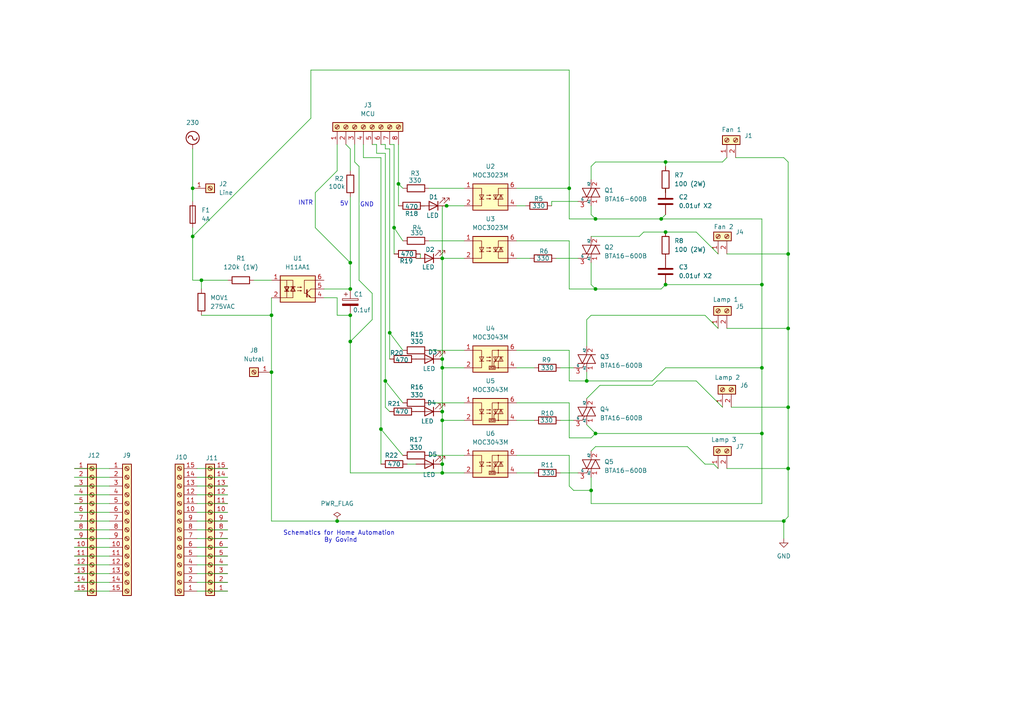
<source format=kicad_sch>
(kicad_sch
	(version 20250114)
	(generator "eeschema")
	(generator_version "9.0")
	(uuid "c1424ab6-7823-4d9c-acf8-069009ee3601")
	(paper "A4")
	(title_block
		(title "Output Circuit")
		(date "2025-10-21")
	)
	(lib_symbols
		(symbol "Connector:Screw_Terminal_01x01"
			(pin_names
				(offset 1.016)
				(hide yes)
			)
			(exclude_from_sim no)
			(in_bom yes)
			(on_board yes)
			(property "Reference" "J"
				(at 0 2.54 0)
				(effects
					(font
						(size 1.27 1.27)
					)
				)
			)
			(property "Value" "Screw_Terminal_01x01"
				(at 0 -2.54 0)
				(effects
					(font
						(size 1.27 1.27)
					)
				)
			)
			(property "Footprint" ""
				(at 0 0 0)
				(effects
					(font
						(size 1.27 1.27)
					)
					(hide yes)
				)
			)
			(property "Datasheet" "~"
				(at 0 0 0)
				(effects
					(font
						(size 1.27 1.27)
					)
					(hide yes)
				)
			)
			(property "Description" "Generic screw terminal, single row, 01x01, script generated (kicad-library-utils/schlib/autogen/connector/)"
				(at 0 0 0)
				(effects
					(font
						(size 1.27 1.27)
					)
					(hide yes)
				)
			)
			(property "ki_keywords" "screw terminal"
				(at 0 0 0)
				(effects
					(font
						(size 1.27 1.27)
					)
					(hide yes)
				)
			)
			(property "ki_fp_filters" "TerminalBlock*:*"
				(at 0 0 0)
				(effects
					(font
						(size 1.27 1.27)
					)
					(hide yes)
				)
			)
			(symbol "Screw_Terminal_01x01_1_1"
				(rectangle
					(start -1.27 1.27)
					(end 1.27 -1.27)
					(stroke
						(width 0.254)
						(type default)
					)
					(fill
						(type background)
					)
				)
				(polyline
					(pts
						(xy -0.5334 0.3302) (xy 0.3302 -0.508)
					)
					(stroke
						(width 0.1524)
						(type default)
					)
					(fill
						(type none)
					)
				)
				(polyline
					(pts
						(xy -0.3556 0.508) (xy 0.508 -0.3302)
					)
					(stroke
						(width 0.1524)
						(type default)
					)
					(fill
						(type none)
					)
				)
				(circle
					(center 0 0)
					(radius 0.635)
					(stroke
						(width 0.1524)
						(type default)
					)
					(fill
						(type none)
					)
				)
				(pin passive line
					(at -5.08 0 0)
					(length 3.81)
					(name "Pin_1"
						(effects
							(font
								(size 1.27 1.27)
							)
						)
					)
					(number "1"
						(effects
							(font
								(size 1.27 1.27)
							)
						)
					)
				)
			)
			(embedded_fonts no)
		)
		(symbol "Connector:Screw_Terminal_01x02"
			(pin_names
				(offset 1.016)
				(hide yes)
			)
			(exclude_from_sim no)
			(in_bom yes)
			(on_board yes)
			(property "Reference" "J"
				(at 0 2.54 0)
				(effects
					(font
						(size 1.27 1.27)
					)
				)
			)
			(property "Value" "Screw_Terminal_01x02"
				(at 0 -5.08 0)
				(effects
					(font
						(size 1.27 1.27)
					)
				)
			)
			(property "Footprint" ""
				(at 0 0 0)
				(effects
					(font
						(size 1.27 1.27)
					)
					(hide yes)
				)
			)
			(property "Datasheet" "~"
				(at 0 0 0)
				(effects
					(font
						(size 1.27 1.27)
					)
					(hide yes)
				)
			)
			(property "Description" "Generic screw terminal, single row, 01x02, script generated (kicad-library-utils/schlib/autogen/connector/)"
				(at 0 0 0)
				(effects
					(font
						(size 1.27 1.27)
					)
					(hide yes)
				)
			)
			(property "ki_keywords" "screw terminal"
				(at 0 0 0)
				(effects
					(font
						(size 1.27 1.27)
					)
					(hide yes)
				)
			)
			(property "ki_fp_filters" "TerminalBlock*:*"
				(at 0 0 0)
				(effects
					(font
						(size 1.27 1.27)
					)
					(hide yes)
				)
			)
			(symbol "Screw_Terminal_01x02_1_1"
				(rectangle
					(start -1.27 1.27)
					(end 1.27 -3.81)
					(stroke
						(width 0.254)
						(type default)
					)
					(fill
						(type background)
					)
				)
				(polyline
					(pts
						(xy -0.5334 0.3302) (xy 0.3302 -0.508)
					)
					(stroke
						(width 0.1524)
						(type default)
					)
					(fill
						(type none)
					)
				)
				(polyline
					(pts
						(xy -0.5334 -2.2098) (xy 0.3302 -3.048)
					)
					(stroke
						(width 0.1524)
						(type default)
					)
					(fill
						(type none)
					)
				)
				(polyline
					(pts
						(xy -0.3556 0.508) (xy 0.508 -0.3302)
					)
					(stroke
						(width 0.1524)
						(type default)
					)
					(fill
						(type none)
					)
				)
				(polyline
					(pts
						(xy -0.3556 -2.032) (xy 0.508 -2.8702)
					)
					(stroke
						(width 0.1524)
						(type default)
					)
					(fill
						(type none)
					)
				)
				(circle
					(center 0 0)
					(radius 0.635)
					(stroke
						(width 0.1524)
						(type default)
					)
					(fill
						(type none)
					)
				)
				(circle
					(center 0 -2.54)
					(radius 0.635)
					(stroke
						(width 0.1524)
						(type default)
					)
					(fill
						(type none)
					)
				)
				(pin passive line
					(at -5.08 0 0)
					(length 3.81)
					(name "Pin_1"
						(effects
							(font
								(size 1.27 1.27)
							)
						)
					)
					(number "1"
						(effects
							(font
								(size 1.27 1.27)
							)
						)
					)
				)
				(pin passive line
					(at -5.08 -2.54 0)
					(length 3.81)
					(name "Pin_2"
						(effects
							(font
								(size 1.27 1.27)
							)
						)
					)
					(number "2"
						(effects
							(font
								(size 1.27 1.27)
							)
						)
					)
				)
			)
			(embedded_fonts no)
		)
		(symbol "Connector:Screw_Terminal_01x08"
			(pin_names
				(offset 1.016)
				(hide yes)
			)
			(exclude_from_sim no)
			(in_bom yes)
			(on_board yes)
			(property "Reference" "J"
				(at 0 10.16 0)
				(effects
					(font
						(size 1.27 1.27)
					)
				)
			)
			(property "Value" "Screw_Terminal_01x08"
				(at 0 -12.7 0)
				(effects
					(font
						(size 1.27 1.27)
					)
				)
			)
			(property "Footprint" ""
				(at 0 0 0)
				(effects
					(font
						(size 1.27 1.27)
					)
					(hide yes)
				)
			)
			(property "Datasheet" "~"
				(at 0 0 0)
				(effects
					(font
						(size 1.27 1.27)
					)
					(hide yes)
				)
			)
			(property "Description" "Generic screw terminal, single row, 01x08, script generated (kicad-library-utils/schlib/autogen/connector/)"
				(at 0 0 0)
				(effects
					(font
						(size 1.27 1.27)
					)
					(hide yes)
				)
			)
			(property "ki_keywords" "screw terminal"
				(at 0 0 0)
				(effects
					(font
						(size 1.27 1.27)
					)
					(hide yes)
				)
			)
			(property "ki_fp_filters" "TerminalBlock*:*"
				(at 0 0 0)
				(effects
					(font
						(size 1.27 1.27)
					)
					(hide yes)
				)
			)
			(symbol "Screw_Terminal_01x08_1_1"
				(rectangle
					(start -1.27 8.89)
					(end 1.27 -11.43)
					(stroke
						(width 0.254)
						(type default)
					)
					(fill
						(type background)
					)
				)
				(polyline
					(pts
						(xy -0.5334 7.9502) (xy 0.3302 7.112)
					)
					(stroke
						(width 0.1524)
						(type default)
					)
					(fill
						(type none)
					)
				)
				(polyline
					(pts
						(xy -0.5334 5.4102) (xy 0.3302 4.572)
					)
					(stroke
						(width 0.1524)
						(type default)
					)
					(fill
						(type none)
					)
				)
				(polyline
					(pts
						(xy -0.5334 2.8702) (xy 0.3302 2.032)
					)
					(stroke
						(width 0.1524)
						(type default)
					)
					(fill
						(type none)
					)
				)
				(polyline
					(pts
						(xy -0.5334 0.3302) (xy 0.3302 -0.508)
					)
					(stroke
						(width 0.1524)
						(type default)
					)
					(fill
						(type none)
					)
				)
				(polyline
					(pts
						(xy -0.5334 -2.2098) (xy 0.3302 -3.048)
					)
					(stroke
						(width 0.1524)
						(type default)
					)
					(fill
						(type none)
					)
				)
				(polyline
					(pts
						(xy -0.5334 -4.7498) (xy 0.3302 -5.588)
					)
					(stroke
						(width 0.1524)
						(type default)
					)
					(fill
						(type none)
					)
				)
				(polyline
					(pts
						(xy -0.5334 -7.2898) (xy 0.3302 -8.128)
					)
					(stroke
						(width 0.1524)
						(type default)
					)
					(fill
						(type none)
					)
				)
				(polyline
					(pts
						(xy -0.5334 -9.8298) (xy 0.3302 -10.668)
					)
					(stroke
						(width 0.1524)
						(type default)
					)
					(fill
						(type none)
					)
				)
				(polyline
					(pts
						(xy -0.3556 8.128) (xy 0.508 7.2898)
					)
					(stroke
						(width 0.1524)
						(type default)
					)
					(fill
						(type none)
					)
				)
				(polyline
					(pts
						(xy -0.3556 5.588) (xy 0.508 4.7498)
					)
					(stroke
						(width 0.1524)
						(type default)
					)
					(fill
						(type none)
					)
				)
				(polyline
					(pts
						(xy -0.3556 3.048) (xy 0.508 2.2098)
					)
					(stroke
						(width 0.1524)
						(type default)
					)
					(fill
						(type none)
					)
				)
				(polyline
					(pts
						(xy -0.3556 0.508) (xy 0.508 -0.3302)
					)
					(stroke
						(width 0.1524)
						(type default)
					)
					(fill
						(type none)
					)
				)
				(polyline
					(pts
						(xy -0.3556 -2.032) (xy 0.508 -2.8702)
					)
					(stroke
						(width 0.1524)
						(type default)
					)
					(fill
						(type none)
					)
				)
				(polyline
					(pts
						(xy -0.3556 -4.572) (xy 0.508 -5.4102)
					)
					(stroke
						(width 0.1524)
						(type default)
					)
					(fill
						(type none)
					)
				)
				(polyline
					(pts
						(xy -0.3556 -7.112) (xy 0.508 -7.9502)
					)
					(stroke
						(width 0.1524)
						(type default)
					)
					(fill
						(type none)
					)
				)
				(polyline
					(pts
						(xy -0.3556 -9.652) (xy 0.508 -10.4902)
					)
					(stroke
						(width 0.1524)
						(type default)
					)
					(fill
						(type none)
					)
				)
				(circle
					(center 0 7.62)
					(radius 0.635)
					(stroke
						(width 0.1524)
						(type default)
					)
					(fill
						(type none)
					)
				)
				(circle
					(center 0 5.08)
					(radius 0.635)
					(stroke
						(width 0.1524)
						(type default)
					)
					(fill
						(type none)
					)
				)
				(circle
					(center 0 2.54)
					(radius 0.635)
					(stroke
						(width 0.1524)
						(type default)
					)
					(fill
						(type none)
					)
				)
				(circle
					(center 0 0)
					(radius 0.635)
					(stroke
						(width 0.1524)
						(type default)
					)
					(fill
						(type none)
					)
				)
				(circle
					(center 0 -2.54)
					(radius 0.635)
					(stroke
						(width 0.1524)
						(type default)
					)
					(fill
						(type none)
					)
				)
				(circle
					(center 0 -5.08)
					(radius 0.635)
					(stroke
						(width 0.1524)
						(type default)
					)
					(fill
						(type none)
					)
				)
				(circle
					(center 0 -7.62)
					(radius 0.635)
					(stroke
						(width 0.1524)
						(type default)
					)
					(fill
						(type none)
					)
				)
				(circle
					(center 0 -10.16)
					(radius 0.635)
					(stroke
						(width 0.1524)
						(type default)
					)
					(fill
						(type none)
					)
				)
				(pin passive line
					(at -5.08 7.62 0)
					(length 3.81)
					(name "Pin_1"
						(effects
							(font
								(size 1.27 1.27)
							)
						)
					)
					(number "1"
						(effects
							(font
								(size 1.27 1.27)
							)
						)
					)
				)
				(pin passive line
					(at -5.08 5.08 0)
					(length 3.81)
					(name "Pin_2"
						(effects
							(font
								(size 1.27 1.27)
							)
						)
					)
					(number "2"
						(effects
							(font
								(size 1.27 1.27)
							)
						)
					)
				)
				(pin passive line
					(at -5.08 2.54 0)
					(length 3.81)
					(name "Pin_3"
						(effects
							(font
								(size 1.27 1.27)
							)
						)
					)
					(number "3"
						(effects
							(font
								(size 1.27 1.27)
							)
						)
					)
				)
				(pin passive line
					(at -5.08 0 0)
					(length 3.81)
					(name "Pin_4"
						(effects
							(font
								(size 1.27 1.27)
							)
						)
					)
					(number "4"
						(effects
							(font
								(size 1.27 1.27)
							)
						)
					)
				)
				(pin passive line
					(at -5.08 -2.54 0)
					(length 3.81)
					(name "Pin_5"
						(effects
							(font
								(size 1.27 1.27)
							)
						)
					)
					(number "5"
						(effects
							(font
								(size 1.27 1.27)
							)
						)
					)
				)
				(pin passive line
					(at -5.08 -5.08 0)
					(length 3.81)
					(name "Pin_6"
						(effects
							(font
								(size 1.27 1.27)
							)
						)
					)
					(number "6"
						(effects
							(font
								(size 1.27 1.27)
							)
						)
					)
				)
				(pin passive line
					(at -5.08 -7.62 0)
					(length 3.81)
					(name "Pin_7"
						(effects
							(font
								(size 1.27 1.27)
							)
						)
					)
					(number "7"
						(effects
							(font
								(size 1.27 1.27)
							)
						)
					)
				)
				(pin passive line
					(at -5.08 -10.16 0)
					(length 3.81)
					(name "Pin_8"
						(effects
							(font
								(size 1.27 1.27)
							)
						)
					)
					(number "8"
						(effects
							(font
								(size 1.27 1.27)
							)
						)
					)
				)
			)
			(embedded_fonts no)
		)
		(symbol "Connector:Screw_Terminal_01x15"
			(pin_names
				(offset 1.016)
				(hide yes)
			)
			(exclude_from_sim no)
			(in_bom yes)
			(on_board yes)
			(property "Reference" "J"
				(at 0 20.32 0)
				(effects
					(font
						(size 1.27 1.27)
					)
				)
			)
			(property "Value" "Screw_Terminal_01x15"
				(at 0 -20.32 0)
				(effects
					(font
						(size 1.27 1.27)
					)
				)
			)
			(property "Footprint" ""
				(at 0 0 0)
				(effects
					(font
						(size 1.27 1.27)
					)
					(hide yes)
				)
			)
			(property "Datasheet" "~"
				(at 0 0 0)
				(effects
					(font
						(size 1.27 1.27)
					)
					(hide yes)
				)
			)
			(property "Description" "Generic screw terminal, single row, 01x15, script generated (kicad-library-utils/schlib/autogen/connector/)"
				(at 0 0 0)
				(effects
					(font
						(size 1.27 1.27)
					)
					(hide yes)
				)
			)
			(property "ki_keywords" "screw terminal"
				(at 0 0 0)
				(effects
					(font
						(size 1.27 1.27)
					)
					(hide yes)
				)
			)
			(property "ki_fp_filters" "TerminalBlock*:*"
				(at 0 0 0)
				(effects
					(font
						(size 1.27 1.27)
					)
					(hide yes)
				)
			)
			(symbol "Screw_Terminal_01x15_1_1"
				(rectangle
					(start -1.27 19.05)
					(end 1.27 -19.05)
					(stroke
						(width 0.254)
						(type default)
					)
					(fill
						(type background)
					)
				)
				(polyline
					(pts
						(xy -0.5334 18.1102) (xy 0.3302 17.272)
					)
					(stroke
						(width 0.1524)
						(type default)
					)
					(fill
						(type none)
					)
				)
				(polyline
					(pts
						(xy -0.5334 15.5702) (xy 0.3302 14.732)
					)
					(stroke
						(width 0.1524)
						(type default)
					)
					(fill
						(type none)
					)
				)
				(polyline
					(pts
						(xy -0.5334 13.0302) (xy 0.3302 12.192)
					)
					(stroke
						(width 0.1524)
						(type default)
					)
					(fill
						(type none)
					)
				)
				(polyline
					(pts
						(xy -0.5334 10.4902) (xy 0.3302 9.652)
					)
					(stroke
						(width 0.1524)
						(type default)
					)
					(fill
						(type none)
					)
				)
				(polyline
					(pts
						(xy -0.5334 7.9502) (xy 0.3302 7.112)
					)
					(stroke
						(width 0.1524)
						(type default)
					)
					(fill
						(type none)
					)
				)
				(polyline
					(pts
						(xy -0.5334 5.4102) (xy 0.3302 4.572)
					)
					(stroke
						(width 0.1524)
						(type default)
					)
					(fill
						(type none)
					)
				)
				(polyline
					(pts
						(xy -0.5334 2.8702) (xy 0.3302 2.032)
					)
					(stroke
						(width 0.1524)
						(type default)
					)
					(fill
						(type none)
					)
				)
				(polyline
					(pts
						(xy -0.5334 0.3302) (xy 0.3302 -0.508)
					)
					(stroke
						(width 0.1524)
						(type default)
					)
					(fill
						(type none)
					)
				)
				(polyline
					(pts
						(xy -0.5334 -2.2098) (xy 0.3302 -3.048)
					)
					(stroke
						(width 0.1524)
						(type default)
					)
					(fill
						(type none)
					)
				)
				(polyline
					(pts
						(xy -0.5334 -4.7498) (xy 0.3302 -5.588)
					)
					(stroke
						(width 0.1524)
						(type default)
					)
					(fill
						(type none)
					)
				)
				(polyline
					(pts
						(xy -0.5334 -7.2898) (xy 0.3302 -8.128)
					)
					(stroke
						(width 0.1524)
						(type default)
					)
					(fill
						(type none)
					)
				)
				(polyline
					(pts
						(xy -0.5334 -9.8298) (xy 0.3302 -10.668)
					)
					(stroke
						(width 0.1524)
						(type default)
					)
					(fill
						(type none)
					)
				)
				(polyline
					(pts
						(xy -0.5334 -12.3698) (xy 0.3302 -13.208)
					)
					(stroke
						(width 0.1524)
						(type default)
					)
					(fill
						(type none)
					)
				)
				(polyline
					(pts
						(xy -0.5334 -14.9098) (xy 0.3302 -15.748)
					)
					(stroke
						(width 0.1524)
						(type default)
					)
					(fill
						(type none)
					)
				)
				(polyline
					(pts
						(xy -0.5334 -17.4498) (xy 0.3302 -18.288)
					)
					(stroke
						(width 0.1524)
						(type default)
					)
					(fill
						(type none)
					)
				)
				(polyline
					(pts
						(xy -0.3556 18.288) (xy 0.508 17.4498)
					)
					(stroke
						(width 0.1524)
						(type default)
					)
					(fill
						(type none)
					)
				)
				(polyline
					(pts
						(xy -0.3556 15.748) (xy 0.508 14.9098)
					)
					(stroke
						(width 0.1524)
						(type default)
					)
					(fill
						(type none)
					)
				)
				(polyline
					(pts
						(xy -0.3556 13.208) (xy 0.508 12.3698)
					)
					(stroke
						(width 0.1524)
						(type default)
					)
					(fill
						(type none)
					)
				)
				(polyline
					(pts
						(xy -0.3556 10.668) (xy 0.508 9.8298)
					)
					(stroke
						(width 0.1524)
						(type default)
					)
					(fill
						(type none)
					)
				)
				(polyline
					(pts
						(xy -0.3556 8.128) (xy 0.508 7.2898)
					)
					(stroke
						(width 0.1524)
						(type default)
					)
					(fill
						(type none)
					)
				)
				(polyline
					(pts
						(xy -0.3556 5.588) (xy 0.508 4.7498)
					)
					(stroke
						(width 0.1524)
						(type default)
					)
					(fill
						(type none)
					)
				)
				(polyline
					(pts
						(xy -0.3556 3.048) (xy 0.508 2.2098)
					)
					(stroke
						(width 0.1524)
						(type default)
					)
					(fill
						(type none)
					)
				)
				(polyline
					(pts
						(xy -0.3556 0.508) (xy 0.508 -0.3302)
					)
					(stroke
						(width 0.1524)
						(type default)
					)
					(fill
						(type none)
					)
				)
				(polyline
					(pts
						(xy -0.3556 -2.032) (xy 0.508 -2.8702)
					)
					(stroke
						(width 0.1524)
						(type default)
					)
					(fill
						(type none)
					)
				)
				(polyline
					(pts
						(xy -0.3556 -4.572) (xy 0.508 -5.4102)
					)
					(stroke
						(width 0.1524)
						(type default)
					)
					(fill
						(type none)
					)
				)
				(polyline
					(pts
						(xy -0.3556 -7.112) (xy 0.508 -7.9502)
					)
					(stroke
						(width 0.1524)
						(type default)
					)
					(fill
						(type none)
					)
				)
				(polyline
					(pts
						(xy -0.3556 -9.652) (xy 0.508 -10.4902)
					)
					(stroke
						(width 0.1524)
						(type default)
					)
					(fill
						(type none)
					)
				)
				(polyline
					(pts
						(xy -0.3556 -12.192) (xy 0.508 -13.0302)
					)
					(stroke
						(width 0.1524)
						(type default)
					)
					(fill
						(type none)
					)
				)
				(polyline
					(pts
						(xy -0.3556 -14.732) (xy 0.508 -15.5702)
					)
					(stroke
						(width 0.1524)
						(type default)
					)
					(fill
						(type none)
					)
				)
				(polyline
					(pts
						(xy -0.3556 -17.272) (xy 0.508 -18.1102)
					)
					(stroke
						(width 0.1524)
						(type default)
					)
					(fill
						(type none)
					)
				)
				(circle
					(center 0 17.78)
					(radius 0.635)
					(stroke
						(width 0.1524)
						(type default)
					)
					(fill
						(type none)
					)
				)
				(circle
					(center 0 15.24)
					(radius 0.635)
					(stroke
						(width 0.1524)
						(type default)
					)
					(fill
						(type none)
					)
				)
				(circle
					(center 0 12.7)
					(radius 0.635)
					(stroke
						(width 0.1524)
						(type default)
					)
					(fill
						(type none)
					)
				)
				(circle
					(center 0 10.16)
					(radius 0.635)
					(stroke
						(width 0.1524)
						(type default)
					)
					(fill
						(type none)
					)
				)
				(circle
					(center 0 7.62)
					(radius 0.635)
					(stroke
						(width 0.1524)
						(type default)
					)
					(fill
						(type none)
					)
				)
				(circle
					(center 0 5.08)
					(radius 0.635)
					(stroke
						(width 0.1524)
						(type default)
					)
					(fill
						(type none)
					)
				)
				(circle
					(center 0 2.54)
					(radius 0.635)
					(stroke
						(width 0.1524)
						(type default)
					)
					(fill
						(type none)
					)
				)
				(circle
					(center 0 0)
					(radius 0.635)
					(stroke
						(width 0.1524)
						(type default)
					)
					(fill
						(type none)
					)
				)
				(circle
					(center 0 -2.54)
					(radius 0.635)
					(stroke
						(width 0.1524)
						(type default)
					)
					(fill
						(type none)
					)
				)
				(circle
					(center 0 -5.08)
					(radius 0.635)
					(stroke
						(width 0.1524)
						(type default)
					)
					(fill
						(type none)
					)
				)
				(circle
					(center 0 -7.62)
					(radius 0.635)
					(stroke
						(width 0.1524)
						(type default)
					)
					(fill
						(type none)
					)
				)
				(circle
					(center 0 -10.16)
					(radius 0.635)
					(stroke
						(width 0.1524)
						(type default)
					)
					(fill
						(type none)
					)
				)
				(circle
					(center 0 -12.7)
					(radius 0.635)
					(stroke
						(width 0.1524)
						(type default)
					)
					(fill
						(type none)
					)
				)
				(circle
					(center 0 -15.24)
					(radius 0.635)
					(stroke
						(width 0.1524)
						(type default)
					)
					(fill
						(type none)
					)
				)
				(circle
					(center 0 -17.78)
					(radius 0.635)
					(stroke
						(width 0.1524)
						(type default)
					)
					(fill
						(type none)
					)
				)
				(pin passive line
					(at -5.08 17.78 0)
					(length 3.81)
					(name "Pin_1"
						(effects
							(font
								(size 1.27 1.27)
							)
						)
					)
					(number "1"
						(effects
							(font
								(size 1.27 1.27)
							)
						)
					)
				)
				(pin passive line
					(at -5.08 15.24 0)
					(length 3.81)
					(name "Pin_2"
						(effects
							(font
								(size 1.27 1.27)
							)
						)
					)
					(number "2"
						(effects
							(font
								(size 1.27 1.27)
							)
						)
					)
				)
				(pin passive line
					(at -5.08 12.7 0)
					(length 3.81)
					(name "Pin_3"
						(effects
							(font
								(size 1.27 1.27)
							)
						)
					)
					(number "3"
						(effects
							(font
								(size 1.27 1.27)
							)
						)
					)
				)
				(pin passive line
					(at -5.08 10.16 0)
					(length 3.81)
					(name "Pin_4"
						(effects
							(font
								(size 1.27 1.27)
							)
						)
					)
					(number "4"
						(effects
							(font
								(size 1.27 1.27)
							)
						)
					)
				)
				(pin passive line
					(at -5.08 7.62 0)
					(length 3.81)
					(name "Pin_5"
						(effects
							(font
								(size 1.27 1.27)
							)
						)
					)
					(number "5"
						(effects
							(font
								(size 1.27 1.27)
							)
						)
					)
				)
				(pin passive line
					(at -5.08 5.08 0)
					(length 3.81)
					(name "Pin_6"
						(effects
							(font
								(size 1.27 1.27)
							)
						)
					)
					(number "6"
						(effects
							(font
								(size 1.27 1.27)
							)
						)
					)
				)
				(pin passive line
					(at -5.08 2.54 0)
					(length 3.81)
					(name "Pin_7"
						(effects
							(font
								(size 1.27 1.27)
							)
						)
					)
					(number "7"
						(effects
							(font
								(size 1.27 1.27)
							)
						)
					)
				)
				(pin passive line
					(at -5.08 0 0)
					(length 3.81)
					(name "Pin_8"
						(effects
							(font
								(size 1.27 1.27)
							)
						)
					)
					(number "8"
						(effects
							(font
								(size 1.27 1.27)
							)
						)
					)
				)
				(pin passive line
					(at -5.08 -2.54 0)
					(length 3.81)
					(name "Pin_9"
						(effects
							(font
								(size 1.27 1.27)
							)
						)
					)
					(number "9"
						(effects
							(font
								(size 1.27 1.27)
							)
						)
					)
				)
				(pin passive line
					(at -5.08 -5.08 0)
					(length 3.81)
					(name "Pin_10"
						(effects
							(font
								(size 1.27 1.27)
							)
						)
					)
					(number "10"
						(effects
							(font
								(size 1.27 1.27)
							)
						)
					)
				)
				(pin passive line
					(at -5.08 -7.62 0)
					(length 3.81)
					(name "Pin_11"
						(effects
							(font
								(size 1.27 1.27)
							)
						)
					)
					(number "11"
						(effects
							(font
								(size 1.27 1.27)
							)
						)
					)
				)
				(pin passive line
					(at -5.08 -10.16 0)
					(length 3.81)
					(name "Pin_12"
						(effects
							(font
								(size 1.27 1.27)
							)
						)
					)
					(number "12"
						(effects
							(font
								(size 1.27 1.27)
							)
						)
					)
				)
				(pin passive line
					(at -5.08 -12.7 0)
					(length 3.81)
					(name "Pin_13"
						(effects
							(font
								(size 1.27 1.27)
							)
						)
					)
					(number "13"
						(effects
							(font
								(size 1.27 1.27)
							)
						)
					)
				)
				(pin passive line
					(at -5.08 -15.24 0)
					(length 3.81)
					(name "Pin_14"
						(effects
							(font
								(size 1.27 1.27)
							)
						)
					)
					(number "14"
						(effects
							(font
								(size 1.27 1.27)
							)
						)
					)
				)
				(pin passive line
					(at -5.08 -17.78 0)
					(length 3.81)
					(name "Pin_15"
						(effects
							(font
								(size 1.27 1.27)
							)
						)
					)
					(number "15"
						(effects
							(font
								(size 1.27 1.27)
							)
						)
					)
				)
			)
			(embedded_fonts no)
		)
		(symbol "Device:C"
			(pin_numbers
				(hide yes)
			)
			(pin_names
				(offset 0.254)
			)
			(exclude_from_sim no)
			(in_bom yes)
			(on_board yes)
			(property "Reference" "C"
				(at 0.635 2.54 0)
				(effects
					(font
						(size 1.27 1.27)
					)
					(justify left)
				)
			)
			(property "Value" "C"
				(at 0.635 -2.54 0)
				(effects
					(font
						(size 1.27 1.27)
					)
					(justify left)
				)
			)
			(property "Footprint" ""
				(at 0.9652 -3.81 0)
				(effects
					(font
						(size 1.27 1.27)
					)
					(hide yes)
				)
			)
			(property "Datasheet" "~"
				(at 0 0 0)
				(effects
					(font
						(size 1.27 1.27)
					)
					(hide yes)
				)
			)
			(property "Description" "Unpolarized capacitor"
				(at 0 0 0)
				(effects
					(font
						(size 1.27 1.27)
					)
					(hide yes)
				)
			)
			(property "ki_keywords" "cap capacitor"
				(at 0 0 0)
				(effects
					(font
						(size 1.27 1.27)
					)
					(hide yes)
				)
			)
			(property "ki_fp_filters" "C_*"
				(at 0 0 0)
				(effects
					(font
						(size 1.27 1.27)
					)
					(hide yes)
				)
			)
			(symbol "C_0_1"
				(polyline
					(pts
						(xy -2.032 0.762) (xy 2.032 0.762)
					)
					(stroke
						(width 0.508)
						(type default)
					)
					(fill
						(type none)
					)
				)
				(polyline
					(pts
						(xy -2.032 -0.762) (xy 2.032 -0.762)
					)
					(stroke
						(width 0.508)
						(type default)
					)
					(fill
						(type none)
					)
				)
			)
			(symbol "C_1_1"
				(pin passive line
					(at 0 3.81 270)
					(length 2.794)
					(name "~"
						(effects
							(font
								(size 1.27 1.27)
							)
						)
					)
					(number "1"
						(effects
							(font
								(size 1.27 1.27)
							)
						)
					)
				)
				(pin passive line
					(at 0 -3.81 90)
					(length 2.794)
					(name "~"
						(effects
							(font
								(size 1.27 1.27)
							)
						)
					)
					(number "2"
						(effects
							(font
								(size 1.27 1.27)
							)
						)
					)
				)
			)
			(embedded_fonts no)
		)
		(symbol "Device:C_Polarized"
			(pin_numbers
				(hide yes)
			)
			(pin_names
				(offset 0.254)
			)
			(exclude_from_sim no)
			(in_bom yes)
			(on_board yes)
			(property "Reference" "C"
				(at 0.635 2.54 0)
				(effects
					(font
						(size 1.27 1.27)
					)
					(justify left)
				)
			)
			(property "Value" "C_Polarized"
				(at 0.635 -2.54 0)
				(effects
					(font
						(size 1.27 1.27)
					)
					(justify left)
				)
			)
			(property "Footprint" ""
				(at 0.9652 -3.81 0)
				(effects
					(font
						(size 1.27 1.27)
					)
					(hide yes)
				)
			)
			(property "Datasheet" "~"
				(at 0 0 0)
				(effects
					(font
						(size 1.27 1.27)
					)
					(hide yes)
				)
			)
			(property "Description" "Polarized capacitor"
				(at 0 0 0)
				(effects
					(font
						(size 1.27 1.27)
					)
					(hide yes)
				)
			)
			(property "ki_keywords" "cap capacitor"
				(at 0 0 0)
				(effects
					(font
						(size 1.27 1.27)
					)
					(hide yes)
				)
			)
			(property "ki_fp_filters" "CP_*"
				(at 0 0 0)
				(effects
					(font
						(size 1.27 1.27)
					)
					(hide yes)
				)
			)
			(symbol "C_Polarized_0_1"
				(rectangle
					(start -2.286 0.508)
					(end 2.286 1.016)
					(stroke
						(width 0)
						(type default)
					)
					(fill
						(type none)
					)
				)
				(polyline
					(pts
						(xy -1.778 2.286) (xy -0.762 2.286)
					)
					(stroke
						(width 0)
						(type default)
					)
					(fill
						(type none)
					)
				)
				(polyline
					(pts
						(xy -1.27 2.794) (xy -1.27 1.778)
					)
					(stroke
						(width 0)
						(type default)
					)
					(fill
						(type none)
					)
				)
				(rectangle
					(start 2.286 -0.508)
					(end -2.286 -1.016)
					(stroke
						(width 0)
						(type default)
					)
					(fill
						(type outline)
					)
				)
			)
			(symbol "C_Polarized_1_1"
				(pin passive line
					(at 0 3.81 270)
					(length 2.794)
					(name "~"
						(effects
							(font
								(size 1.27 1.27)
							)
						)
					)
					(number "1"
						(effects
							(font
								(size 1.27 1.27)
							)
						)
					)
				)
				(pin passive line
					(at 0 -3.81 90)
					(length 2.794)
					(name "~"
						(effects
							(font
								(size 1.27 1.27)
							)
						)
					)
					(number "2"
						(effects
							(font
								(size 1.27 1.27)
							)
						)
					)
				)
			)
			(embedded_fonts no)
		)
		(symbol "Device:Fuse"
			(pin_numbers
				(hide yes)
			)
			(pin_names
				(offset 0)
			)
			(exclude_from_sim no)
			(in_bom yes)
			(on_board yes)
			(property "Reference" "F"
				(at 2.032 0 90)
				(effects
					(font
						(size 1.27 1.27)
					)
				)
			)
			(property "Value" "Fuse"
				(at -1.905 0 90)
				(effects
					(font
						(size 1.27 1.27)
					)
				)
			)
			(property "Footprint" ""
				(at -1.778 0 90)
				(effects
					(font
						(size 1.27 1.27)
					)
					(hide yes)
				)
			)
			(property "Datasheet" "~"
				(at 0 0 0)
				(effects
					(font
						(size 1.27 1.27)
					)
					(hide yes)
				)
			)
			(property "Description" "Fuse"
				(at 0 0 0)
				(effects
					(font
						(size 1.27 1.27)
					)
					(hide yes)
				)
			)
			(property "ki_keywords" "fuse"
				(at 0 0 0)
				(effects
					(font
						(size 1.27 1.27)
					)
					(hide yes)
				)
			)
			(property "ki_fp_filters" "*Fuse*"
				(at 0 0 0)
				(effects
					(font
						(size 1.27 1.27)
					)
					(hide yes)
				)
			)
			(symbol "Fuse_0_1"
				(rectangle
					(start -0.762 -2.54)
					(end 0.762 2.54)
					(stroke
						(width 0.254)
						(type default)
					)
					(fill
						(type none)
					)
				)
				(polyline
					(pts
						(xy 0 2.54) (xy 0 -2.54)
					)
					(stroke
						(width 0)
						(type default)
					)
					(fill
						(type none)
					)
				)
			)
			(symbol "Fuse_1_1"
				(pin passive line
					(at 0 3.81 270)
					(length 1.27)
					(name "~"
						(effects
							(font
								(size 1.27 1.27)
							)
						)
					)
					(number "1"
						(effects
							(font
								(size 1.27 1.27)
							)
						)
					)
				)
				(pin passive line
					(at 0 -3.81 90)
					(length 1.27)
					(name "~"
						(effects
							(font
								(size 1.27 1.27)
							)
						)
					)
					(number "2"
						(effects
							(font
								(size 1.27 1.27)
							)
						)
					)
				)
			)
			(embedded_fonts no)
		)
		(symbol "Device:LED"
			(pin_numbers
				(hide yes)
			)
			(pin_names
				(offset 1.016)
				(hide yes)
			)
			(exclude_from_sim no)
			(in_bom yes)
			(on_board yes)
			(property "Reference" "D"
				(at 0 2.54 0)
				(effects
					(font
						(size 1.27 1.27)
					)
				)
			)
			(property "Value" "LED"
				(at 0 -2.54 0)
				(effects
					(font
						(size 1.27 1.27)
					)
				)
			)
			(property "Footprint" ""
				(at 0 0 0)
				(effects
					(font
						(size 1.27 1.27)
					)
					(hide yes)
				)
			)
			(property "Datasheet" "~"
				(at 0 0 0)
				(effects
					(font
						(size 1.27 1.27)
					)
					(hide yes)
				)
			)
			(property "Description" "Light emitting diode"
				(at 0 0 0)
				(effects
					(font
						(size 1.27 1.27)
					)
					(hide yes)
				)
			)
			(property "Sim.Pins" "1=K 2=A"
				(at 0 0 0)
				(effects
					(font
						(size 1.27 1.27)
					)
					(hide yes)
				)
			)
			(property "ki_keywords" "LED diode"
				(at 0 0 0)
				(effects
					(font
						(size 1.27 1.27)
					)
					(hide yes)
				)
			)
			(property "ki_fp_filters" "LED* LED_SMD:* LED_THT:*"
				(at 0 0 0)
				(effects
					(font
						(size 1.27 1.27)
					)
					(hide yes)
				)
			)
			(symbol "LED_0_1"
				(polyline
					(pts
						(xy -3.048 -0.762) (xy -4.572 -2.286) (xy -3.81 -2.286) (xy -4.572 -2.286) (xy -4.572 -1.524)
					)
					(stroke
						(width 0)
						(type default)
					)
					(fill
						(type none)
					)
				)
				(polyline
					(pts
						(xy -1.778 -0.762) (xy -3.302 -2.286) (xy -2.54 -2.286) (xy -3.302 -2.286) (xy -3.302 -1.524)
					)
					(stroke
						(width 0)
						(type default)
					)
					(fill
						(type none)
					)
				)
				(polyline
					(pts
						(xy -1.27 0) (xy 1.27 0)
					)
					(stroke
						(width 0)
						(type default)
					)
					(fill
						(type none)
					)
				)
				(polyline
					(pts
						(xy -1.27 -1.27) (xy -1.27 1.27)
					)
					(stroke
						(width 0.254)
						(type default)
					)
					(fill
						(type none)
					)
				)
				(polyline
					(pts
						(xy 1.27 -1.27) (xy 1.27 1.27) (xy -1.27 0) (xy 1.27 -1.27)
					)
					(stroke
						(width 0.254)
						(type default)
					)
					(fill
						(type none)
					)
				)
			)
			(symbol "LED_1_1"
				(pin passive line
					(at -3.81 0 0)
					(length 2.54)
					(name "K"
						(effects
							(font
								(size 1.27 1.27)
							)
						)
					)
					(number "1"
						(effects
							(font
								(size 1.27 1.27)
							)
						)
					)
				)
				(pin passive line
					(at 3.81 0 180)
					(length 2.54)
					(name "A"
						(effects
							(font
								(size 1.27 1.27)
							)
						)
					)
					(number "2"
						(effects
							(font
								(size 1.27 1.27)
							)
						)
					)
				)
			)
			(embedded_fonts no)
		)
		(symbol "Device:R"
			(pin_numbers
				(hide yes)
			)
			(pin_names
				(offset 0)
			)
			(exclude_from_sim no)
			(in_bom yes)
			(on_board yes)
			(property "Reference" "R"
				(at 2.032 0 90)
				(effects
					(font
						(size 1.27 1.27)
					)
				)
			)
			(property "Value" "R"
				(at 0 0 90)
				(effects
					(font
						(size 1.27 1.27)
					)
				)
			)
			(property "Footprint" ""
				(at -1.778 0 90)
				(effects
					(font
						(size 1.27 1.27)
					)
					(hide yes)
				)
			)
			(property "Datasheet" "~"
				(at 0 0 0)
				(effects
					(font
						(size 1.27 1.27)
					)
					(hide yes)
				)
			)
			(property "Description" "Resistor"
				(at 0 0 0)
				(effects
					(font
						(size 1.27 1.27)
					)
					(hide yes)
				)
			)
			(property "ki_keywords" "R res resistor"
				(at 0 0 0)
				(effects
					(font
						(size 1.27 1.27)
					)
					(hide yes)
				)
			)
			(property "ki_fp_filters" "R_*"
				(at 0 0 0)
				(effects
					(font
						(size 1.27 1.27)
					)
					(hide yes)
				)
			)
			(symbol "R_0_1"
				(rectangle
					(start -1.016 -2.54)
					(end 1.016 2.54)
					(stroke
						(width 0.254)
						(type default)
					)
					(fill
						(type none)
					)
				)
			)
			(symbol "R_1_1"
				(pin passive line
					(at 0 3.81 270)
					(length 1.27)
					(name "~"
						(effects
							(font
								(size 1.27 1.27)
							)
						)
					)
					(number "1"
						(effects
							(font
								(size 1.27 1.27)
							)
						)
					)
				)
				(pin passive line
					(at 0 -3.81 90)
					(length 1.27)
					(name "~"
						(effects
							(font
								(size 1.27 1.27)
							)
						)
					)
					(number "2"
						(effects
							(font
								(size 1.27 1.27)
							)
						)
					)
				)
			)
			(embedded_fonts no)
		)
		(symbol "Isolator:H11AA1"
			(exclude_from_sim no)
			(in_bom yes)
			(on_board yes)
			(property "Reference" "U"
				(at -5.334 4.953 0)
				(effects
					(font
						(size 1.27 1.27)
					)
					(justify left)
				)
			)
			(property "Value" "H11AA1"
				(at 0.635 4.953 0)
				(effects
					(font
						(size 1.27 1.27)
					)
					(justify left)
				)
			)
			(property "Footprint" "Package_DIP:DIP-6_W7.62mm"
				(at -12.446 -4.953 0)
				(effects
					(font
						(size 1.27 1.27)
						(italic yes)
					)
					(justify left)
					(hide yes)
				)
			)
			(property "Datasheet" "https://www.vishay.com/docs/83608/h11aa1.pdf"
				(at 19.304 16.002 0)
				(effects
					(font
						(size 1.27 1.27)
					)
					(justify left)
					(hide yes)
				)
			)
			(property "Description" "AC/DC NPN Optocoupler, DIP-6"
				(at 0 0 0)
				(effects
					(font
						(size 1.27 1.27)
					)
					(hide yes)
				)
			)
			(property "ki_keywords" "NPN AC DC Optocoupler"
				(at 0 0 0)
				(effects
					(font
						(size 1.27 1.27)
					)
					(hide yes)
				)
			)
			(property "ki_fp_filters" "DIP*W7.62mm*"
				(at 0 0 0)
				(effects
					(font
						(size 1.27 1.27)
					)
					(hide yes)
				)
			)
			(symbol "H11AA1_0_1"
				(polyline
					(pts
						(xy -2.032 0.635) (xy -0.762 0.635)
					)
					(stroke
						(width 0.254)
						(type default)
					)
					(fill
						(type none)
					)
				)
				(polyline
					(pts
						(xy -1.397 2.54) (xy -3.175 2.54)
					)
					(stroke
						(width 0.1524)
						(type default)
					)
					(fill
						(type none)
					)
				)
				(polyline
					(pts
						(xy -1.397 0.635) (xy -1.397 2.54)
					)
					(stroke
						(width 0)
						(type default)
					)
					(fill
						(type none)
					)
				)
				(polyline
					(pts
						(xy -1.397 0.635) (xy -1.397 -0.635)
					)
					(stroke
						(width 0)
						(type default)
					)
					(fill
						(type none)
					)
				)
				(polyline
					(pts
						(xy -1.397 0.635) (xy -2.032 -0.635) (xy -0.762 -0.635) (xy -1.397 0.635)
					)
					(stroke
						(width 0.254)
						(type default)
					)
					(fill
						(type none)
					)
				)
				(polyline
					(pts
						(xy -1.397 -0.635) (xy -1.397 -2.54)
					)
					(stroke
						(width 0)
						(type default)
					)
					(fill
						(type none)
					)
				)
				(polyline
					(pts
						(xy -1.397 -2.54) (xy -3.175 -2.54)
					)
					(stroke
						(width 0.1524)
						(type default)
					)
					(fill
						(type none)
					)
				)
			)
			(symbol "H11AA1_1_1"
				(rectangle
					(start -5.08 3.81)
					(end 5.08 -3.81)
					(stroke
						(width 0.254)
						(type default)
					)
					(fill
						(type background)
					)
				)
				(polyline
					(pts
						(xy -5.08 -2.54) (xy -3.175 -2.54) (xy -3.175 2.54) (xy -5.08 2.54)
					)
					(stroke
						(width 0)
						(type default)
					)
					(fill
						(type none)
					)
				)
				(polyline
					(pts
						(xy -3.81 -0.635) (xy -2.54 -0.635)
					)
					(stroke
						(width 0.254)
						(type default)
					)
					(fill
						(type none)
					)
				)
				(polyline
					(pts
						(xy -3.175 -0.635) (xy -3.81 0.635) (xy -2.54 0.635) (xy -3.175 -0.635)
					)
					(stroke
						(width 0.254)
						(type default)
					)
					(fill
						(type none)
					)
				)
				(polyline
					(pts
						(xy -0.127 0.508) (xy 1.143 0.508) (xy 0.762 0.381) (xy 0.762 0.635) (xy 1.143 0.508)
					)
					(stroke
						(width 0)
						(type default)
					)
					(fill
						(type none)
					)
				)
				(polyline
					(pts
						(xy -0.127 -0.508) (xy 1.143 -0.508) (xy 0.762 -0.635) (xy 0.762 -0.381) (xy 1.143 -0.508)
					)
					(stroke
						(width 0)
						(type default)
					)
					(fill
						(type none)
					)
				)
				(polyline
					(pts
						(xy 2.667 -0.254) (xy 2.667 -2.286) (xy 2.667 -2.286)
					)
					(stroke
						(width 0.3556)
						(type default)
					)
					(fill
						(type none)
					)
				)
				(polyline
					(pts
						(xy 2.667 -1.143) (xy 3.81 0)
					)
					(stroke
						(width 0)
						(type default)
					)
					(fill
						(type none)
					)
				)
				(polyline
					(pts
						(xy 2.667 -1.397) (xy 3.81 -2.54)
					)
					(stroke
						(width 0)
						(type default)
					)
					(fill
						(type none)
					)
				)
				(polyline
					(pts
						(xy 3.683 -2.413) (xy 3.429 -1.905) (xy 3.175 -2.159) (xy 3.683 -2.413)
					)
					(stroke
						(width 0)
						(type default)
					)
					(fill
						(type none)
					)
				)
				(polyline
					(pts
						(xy 3.81 0) (xy 5.08 0)
					)
					(stroke
						(width 0)
						(type default)
					)
					(fill
						(type none)
					)
				)
				(polyline
					(pts
						(xy 3.81 -2.54) (xy 5.08 -2.54)
					)
					(stroke
						(width 0)
						(type default)
					)
					(fill
						(type none)
					)
				)
				(polyline
					(pts
						(xy 5.08 2.54) (xy 1.905 2.54) (xy 1.905 -1.27) (xy 2.54 -1.27)
					)
					(stroke
						(width 0)
						(type default)
					)
					(fill
						(type none)
					)
				)
				(pin passive line
					(at -7.62 2.54 0)
					(length 2.54)
					(name "~"
						(effects
							(font
								(size 1.27 1.27)
							)
						)
					)
					(number "1"
						(effects
							(font
								(size 1.27 1.27)
							)
						)
					)
				)
				(pin passive line
					(at -7.62 -2.54 0)
					(length 2.54)
					(name "~"
						(effects
							(font
								(size 1.27 1.27)
							)
						)
					)
					(number "2"
						(effects
							(font
								(size 1.27 1.27)
							)
						)
					)
				)
				(pin no_connect line
					(at -5.08 0 0)
					(length 2.54)
					(hide yes)
					(name "NC"
						(effects
							(font
								(size 1.27 1.27)
							)
						)
					)
					(number "3"
						(effects
							(font
								(size 1.27 1.27)
							)
						)
					)
				)
				(pin passive line
					(at 7.62 2.54 180)
					(length 2.54)
					(name "~"
						(effects
							(font
								(size 1.27 1.27)
							)
						)
					)
					(number "6"
						(effects
							(font
								(size 1.27 1.27)
							)
						)
					)
				)
				(pin passive line
					(at 7.62 0 180)
					(length 2.54)
					(name "~"
						(effects
							(font
								(size 1.27 1.27)
							)
						)
					)
					(number "5"
						(effects
							(font
								(size 1.27 1.27)
							)
						)
					)
				)
				(pin passive line
					(at 7.62 -2.54 180)
					(length 2.54)
					(name "~"
						(effects
							(font
								(size 1.27 1.27)
							)
						)
					)
					(number "4"
						(effects
							(font
								(size 1.27 1.27)
							)
						)
					)
				)
			)
			(embedded_fonts no)
		)
		(symbol "Relay_SolidState:MOC3021M"
			(exclude_from_sim no)
			(in_bom yes)
			(on_board yes)
			(property "Reference" "U"
				(at -5.334 4.826 0)
				(effects
					(font
						(size 1.27 1.27)
					)
					(justify left)
				)
			)
			(property "Value" "MOC3021M"
				(at 0 5.08 0)
				(effects
					(font
						(size 1.27 1.27)
					)
					(justify left)
				)
			)
			(property "Footprint" ""
				(at -5.08 -5.08 0)
				(effects
					(font
						(size 1.27 1.27)
						(italic yes)
					)
					(justify left)
					(hide yes)
				)
			)
			(property "Datasheet" "https://www.onsemi.com/pub/Collateral/MOC3023M-D.PDF"
				(at 0 0 0)
				(effects
					(font
						(size 1.27 1.27)
					)
					(justify left)
					(hide yes)
				)
			)
			(property "Description" "Random Phase Opto-Triac, Vdrm 400V, Ift 15mA, DIP6"
				(at 0 0 0)
				(effects
					(font
						(size 1.27 1.27)
					)
					(hide yes)
				)
			)
			(property "ki_keywords" "Opto-Triac Opto Triac Random Phase"
				(at 0 0 0)
				(effects
					(font
						(size 1.27 1.27)
					)
					(hide yes)
				)
			)
			(property "ki_fp_filters" "DIP*W7.62mm* SMDIP*W9.53mm* DIP*W10.16mm*"
				(at 0 0 0)
				(effects
					(font
						(size 1.27 1.27)
					)
					(hide yes)
				)
			)
			(symbol "MOC3021M_0_1"
				(rectangle
					(start -5.08 3.81)
					(end 5.08 -3.81)
					(stroke
						(width 0.254)
						(type default)
					)
					(fill
						(type background)
					)
				)
				(polyline
					(pts
						(xy -5.08 2.54) (xy -2.54 2.54) (xy -2.54 -2.54) (xy -5.08 -2.54)
					)
					(stroke
						(width 0)
						(type default)
					)
					(fill
						(type none)
					)
				)
				(polyline
					(pts
						(xy -3.175 -0.635) (xy -1.905 -0.635)
					)
					(stroke
						(width 0)
						(type default)
					)
					(fill
						(type none)
					)
				)
				(polyline
					(pts
						(xy -2.54 -0.635) (xy -3.175 0.635) (xy -1.905 0.635) (xy -2.54 -0.635)
					)
					(stroke
						(width 0)
						(type default)
					)
					(fill
						(type none)
					)
				)
				(polyline
					(pts
						(xy -1.143 0.508) (xy 0.127 0.508) (xy -0.254 0.381) (xy -0.254 0.635) (xy 0.127 0.508)
					)
					(stroke
						(width 0)
						(type default)
					)
					(fill
						(type none)
					)
				)
				(polyline
					(pts
						(xy -1.143 -0.508) (xy 0.127 -0.508) (xy -0.254 -0.635) (xy -0.254 -0.381) (xy 0.127 -0.508)
					)
					(stroke
						(width 0)
						(type default)
					)
					(fill
						(type none)
					)
				)
				(polyline
					(pts
						(xy 0.889 -0.635) (xy 3.683 -0.635) (xy 3.048 0.635) (xy 2.413 -0.635)
					)
					(stroke
						(width 0)
						(type default)
					)
					(fill
						(type none)
					)
				)
				(polyline
					(pts
						(xy 1.524 -0.635) (xy 1.524 0.635)
					)
					(stroke
						(width 0)
						(type default)
					)
					(fill
						(type none)
					)
				)
				(polyline
					(pts
						(xy 2.286 0.635) (xy 2.286 2.54) (xy 5.08 2.54)
					)
					(stroke
						(width 0)
						(type default)
					)
					(fill
						(type none)
					)
				)
				(polyline
					(pts
						(xy 2.286 -0.635) (xy 2.286 -2.54) (xy 5.08 -2.54)
					)
					(stroke
						(width 0)
						(type default)
					)
					(fill
						(type none)
					)
				)
				(polyline
					(pts
						(xy 3.048 0.635) (xy 3.048 -0.635)
					)
					(stroke
						(width 0)
						(type default)
					)
					(fill
						(type none)
					)
				)
				(polyline
					(pts
						(xy 3.683 0.635) (xy 0.889 0.635) (xy 1.524 -0.635) (xy 2.159 0.635)
					)
					(stroke
						(width 0)
						(type default)
					)
					(fill
						(type none)
					)
				)
			)
			(symbol "MOC3021M_1_1"
				(pin passive line
					(at -7.62 2.54 0)
					(length 2.54)
					(name "~"
						(effects
							(font
								(size 1.27 1.27)
							)
						)
					)
					(number "1"
						(effects
							(font
								(size 1.27 1.27)
							)
						)
					)
				)
				(pin passive line
					(at -7.62 -2.54 0)
					(length 2.54)
					(name "~"
						(effects
							(font
								(size 1.27 1.27)
							)
						)
					)
					(number "2"
						(effects
							(font
								(size 1.27 1.27)
							)
						)
					)
				)
				(pin no_connect line
					(at -5.08 0 0)
					(length 2.54)
					(hide yes)
					(name "NC"
						(effects
							(font
								(size 1.27 1.27)
							)
						)
					)
					(number "3"
						(effects
							(font
								(size 1.27 1.27)
							)
						)
					)
				)
				(pin no_connect line
					(at 5.08 0 180)
					(length 2.54)
					(hide yes)
					(name "NC"
						(effects
							(font
								(size 1.27 1.27)
							)
						)
					)
					(number "5"
						(effects
							(font
								(size 1.27 1.27)
							)
						)
					)
				)
				(pin passive line
					(at 7.62 2.54 180)
					(length 2.54)
					(name "~"
						(effects
							(font
								(size 1.27 1.27)
							)
						)
					)
					(number "6"
						(effects
							(font
								(size 1.27 1.27)
							)
						)
					)
				)
				(pin passive line
					(at 7.62 -2.54 180)
					(length 2.54)
					(name "~"
						(effects
							(font
								(size 1.27 1.27)
							)
						)
					)
					(number "4"
						(effects
							(font
								(size 1.27 1.27)
							)
						)
					)
				)
			)
			(embedded_fonts no)
		)
		(symbol "Relay_SolidState:MOC3041M"
			(exclude_from_sim no)
			(in_bom yes)
			(on_board yes)
			(property "Reference" "U"
				(at -5.08 5.08 0)
				(effects
					(font
						(size 1.27 1.27)
					)
					(justify left)
				)
			)
			(property "Value" "MOC3041M"
				(at 0 5.08 0)
				(effects
					(font
						(size 1.27 1.27)
					)
					(justify left)
				)
			)
			(property "Footprint" ""
				(at -5.08 -5.08 0)
				(effects
					(font
						(size 1.27 1.27)
						(italic yes)
					)
					(justify left)
					(hide yes)
				)
			)
			(property "Datasheet" "https://www.onsemi.com/pub/Collateral/MOC3043M-D.pdf"
				(at 0 0 0)
				(effects
					(font
						(size 1.27 1.27)
					)
					(justify left)
					(hide yes)
				)
			)
			(property "Description" "Zero Cross Opto-Triac, Vdrm 400V, Ift 15mA, DIP6"
				(at 0 0 0)
				(effects
					(font
						(size 1.27 1.27)
					)
					(hide yes)
				)
			)
			(property "ki_keywords" "Opto-Triac Opto Triac Zero Cross"
				(at 0 0 0)
				(effects
					(font
						(size 1.27 1.27)
					)
					(hide yes)
				)
			)
			(property "ki_fp_filters" "DIP*W7.62mm* SMDIP*W9.53mm* DIP*W10.16mm*"
				(at 0 0 0)
				(effects
					(font
						(size 1.27 1.27)
					)
					(hide yes)
				)
			)
			(symbol "MOC3041M_0_0"
				(rectangle
					(start -0.381 -2.032)
					(end 1.397 -3.048)
					(stroke
						(width 0)
						(type default)
					)
					(fill
						(type none)
					)
				)
				(polyline
					(pts
						(xy 1.524 -0.635) (xy 1.016 -1.016) (xy 1.016 -2.032)
					)
					(stroke
						(width 0)
						(type default)
					)
					(fill
						(type none)
					)
				)
				(polyline
					(pts
						(xy 2.286 -2.54) (xy 1.397 -2.54)
					)
					(stroke
						(width 0)
						(type default)
					)
					(fill
						(type none)
					)
				)
				(text "ZCD"
					(at 0.508 -2.54 0)
					(effects
						(font
							(size 0.508 0.508)
						)
					)
				)
			)
			(symbol "MOC3041M_0_1"
				(rectangle
					(start -5.08 3.81)
					(end 5.08 -3.81)
					(stroke
						(width 0.254)
						(type default)
					)
					(fill
						(type background)
					)
				)
				(polyline
					(pts
						(xy -5.08 2.54) (xy -2.54 2.54) (xy -2.54 -2.54) (xy -5.08 -2.54)
					)
					(stroke
						(width 0)
						(type default)
					)
					(fill
						(type none)
					)
				)
				(polyline
					(pts
						(xy -3.175 -0.635) (xy -1.905 -0.635)
					)
					(stroke
						(width 0)
						(type default)
					)
					(fill
						(type none)
					)
				)
				(polyline
					(pts
						(xy -2.54 -0.635) (xy -3.175 0.635) (xy -1.905 0.635) (xy -2.54 -0.635)
					)
					(stroke
						(width 0)
						(type default)
					)
					(fill
						(type none)
					)
				)
				(polyline
					(pts
						(xy -1.143 0.508) (xy 0.127 0.508) (xy -0.254 0.381) (xy -0.254 0.635) (xy 0.127 0.508)
					)
					(stroke
						(width 0)
						(type default)
					)
					(fill
						(type none)
					)
				)
				(polyline
					(pts
						(xy -1.143 -0.508) (xy 0.127 -0.508) (xy -0.254 -0.635) (xy -0.254 -0.381) (xy 0.127 -0.508)
					)
					(stroke
						(width 0)
						(type default)
					)
					(fill
						(type none)
					)
				)
				(polyline
					(pts
						(xy 0.889 -0.635) (xy 3.683 -0.635) (xy 3.048 0.635) (xy 2.413 -0.635)
					)
					(stroke
						(width 0)
						(type default)
					)
					(fill
						(type none)
					)
				)
				(polyline
					(pts
						(xy 1.524 -0.635) (xy 1.524 0.635)
					)
					(stroke
						(width 0)
						(type default)
					)
					(fill
						(type none)
					)
				)
				(polyline
					(pts
						(xy 2.286 2.54) (xy 0.508 2.54) (xy 0.508 -2.032)
					)
					(stroke
						(width 0)
						(type default)
					)
					(fill
						(type none)
					)
				)
				(circle
					(center 2.286 2.54)
					(radius 0.127)
					(stroke
						(width 0)
						(type default)
					)
					(fill
						(type none)
					)
				)
				(polyline
					(pts
						(xy 2.286 0.635) (xy 2.286 2.54) (xy 5.08 2.54)
					)
					(stroke
						(width 0)
						(type default)
					)
					(fill
						(type none)
					)
				)
				(polyline
					(pts
						(xy 2.286 -0.635) (xy 2.286 -2.54) (xy 5.08 -2.54)
					)
					(stroke
						(width 0)
						(type default)
					)
					(fill
						(type none)
					)
				)
				(circle
					(center 2.286 -2.54)
					(radius 0.127)
					(stroke
						(width 0)
						(type default)
					)
					(fill
						(type none)
					)
				)
				(polyline
					(pts
						(xy 3.048 0.635) (xy 3.048 -0.635)
					)
					(stroke
						(width 0)
						(type default)
					)
					(fill
						(type none)
					)
				)
				(polyline
					(pts
						(xy 3.683 0.635) (xy 0.889 0.635) (xy 1.524 -0.635) (xy 2.159 0.635)
					)
					(stroke
						(width 0)
						(type default)
					)
					(fill
						(type none)
					)
				)
			)
			(symbol "MOC3041M_1_1"
				(pin passive line
					(at -7.62 2.54 0)
					(length 2.54)
					(name "~"
						(effects
							(font
								(size 1.27 1.27)
							)
						)
					)
					(number "1"
						(effects
							(font
								(size 1.27 1.27)
							)
						)
					)
				)
				(pin passive line
					(at -7.62 -2.54 0)
					(length 2.54)
					(name "~"
						(effects
							(font
								(size 1.27 1.27)
							)
						)
					)
					(number "2"
						(effects
							(font
								(size 1.27 1.27)
							)
						)
					)
				)
				(pin no_connect line
					(at -5.08 0 0)
					(length 2.54)
					(hide yes)
					(name "NC"
						(effects
							(font
								(size 1.27 1.27)
							)
						)
					)
					(number "3"
						(effects
							(font
								(size 1.27 1.27)
							)
						)
					)
				)
				(pin no_connect line
					(at 5.08 0 180)
					(length 2.54)
					(hide yes)
					(name "NC"
						(effects
							(font
								(size 1.27 1.27)
							)
						)
					)
					(number "5"
						(effects
							(font
								(size 1.27 1.27)
							)
						)
					)
				)
				(pin passive line
					(at 7.62 2.54 180)
					(length 2.54)
					(name "~"
						(effects
							(font
								(size 1.27 1.27)
							)
						)
					)
					(number "6"
						(effects
							(font
								(size 1.27 1.27)
							)
						)
					)
				)
				(pin passive line
					(at 7.62 -2.54 180)
					(length 2.54)
					(name "~"
						(effects
							(font
								(size 1.27 1.27)
							)
						)
					)
					(number "4"
						(effects
							(font
								(size 1.27 1.27)
							)
						)
					)
				)
			)
			(embedded_fonts no)
		)
		(symbol "Triac_Thyristor:BTA16-600B"
			(pin_names
				(offset 0)
			)
			(exclude_from_sim no)
			(in_bom yes)
			(on_board yes)
			(property "Reference" "Q"
				(at 5.08 1.905 0)
				(effects
					(font
						(size 1.27 1.27)
					)
					(justify left)
				)
			)
			(property "Value" "BTA16-600B"
				(at 5.08 0 0)
				(effects
					(font
						(size 1.27 1.27)
					)
					(justify left)
				)
			)
			(property "Footprint" "Package_TO_SOT_THT:TO-220-3_Vertical"
				(at 5.08 -1.905 0)
				(effects
					(font
						(size 1.27 1.27)
						(italic yes)
					)
					(justify left)
					(hide yes)
				)
			)
			(property "Datasheet" "https://www.st.com/resource/en/datasheet/bta16.pdf"
				(at 0 0 0)
				(effects
					(font
						(size 1.27 1.27)
					)
					(justify left)
					(hide yes)
				)
			)
			(property "Description" "16A RMS, 600V Off-State Voltage, 50mA Sensitivity, Insulated, Triac, TO-220"
				(at 0 0 0)
				(effects
					(font
						(size 1.27 1.27)
					)
					(hide yes)
				)
			)
			(property "ki_keywords" "Triac"
				(at 0 0 0)
				(effects
					(font
						(size 1.27 1.27)
					)
					(hide yes)
				)
			)
			(property "ki_fp_filters" "TO?220*"
				(at 0 0 0)
				(effects
					(font
						(size 1.27 1.27)
					)
					(hide yes)
				)
			)
			(symbol "BTA16-600B_0_1"
				(polyline
					(pts
						(xy -2.54 1.27) (xy 2.54 1.27)
					)
					(stroke
						(width 0.2032)
						(type default)
					)
					(fill
						(type none)
					)
				)
				(polyline
					(pts
						(xy -2.54 1.27) (xy -1.27 -1.27) (xy 0 1.27)
					)
					(stroke
						(width 0.2032)
						(type default)
					)
					(fill
						(type none)
					)
				)
				(polyline
					(pts
						(xy -2.54 -1.27) (xy 2.54 -1.27)
					)
					(stroke
						(width 0.2032)
						(type default)
					)
					(fill
						(type none)
					)
				)
				(polyline
					(pts
						(xy -1.27 -2.54) (xy -0.635 -1.27)
					)
					(stroke
						(width 0)
						(type default)
					)
					(fill
						(type none)
					)
				)
				(polyline
					(pts
						(xy 0 -1.27) (xy 1.27 1.27) (xy 2.54 -1.27)
					)
					(stroke
						(width 0.2032)
						(type default)
					)
					(fill
						(type none)
					)
				)
			)
			(symbol "BTA16-600B_1_1"
				(pin input line
					(at -3.81 -2.54 0)
					(length 2.54)
					(name "G"
						(effects
							(font
								(size 0.635 0.635)
							)
						)
					)
					(number "3"
						(effects
							(font
								(size 1.27 1.27)
							)
						)
					)
				)
				(pin passive line
					(at 0 3.81 270)
					(length 2.54)
					(name "A2"
						(effects
							(font
								(size 0.635 0.635)
							)
						)
					)
					(number "2"
						(effects
							(font
								(size 1.27 1.27)
							)
						)
					)
				)
				(pin passive line
					(at 0 -3.81 90)
					(length 2.54)
					(name "A1"
						(effects
							(font
								(size 0.635 0.635)
							)
						)
					)
					(number "1"
						(effects
							(font
								(size 1.27 1.27)
							)
						)
					)
				)
			)
			(embedded_fonts no)
		)
		(symbol "power:AC"
			(power)
			(pin_numbers
				(hide yes)
			)
			(pin_names
				(offset 0)
				(hide yes)
			)
			(exclude_from_sim no)
			(in_bom yes)
			(on_board yes)
			(property "Reference" "#PWR"
				(at 0 -2.54 0)
				(effects
					(font
						(size 1.27 1.27)
					)
					(hide yes)
				)
			)
			(property "Value" "AC"
				(at 0 6.35 0)
				(effects
					(font
						(size 1.27 1.27)
					)
				)
			)
			(property "Footprint" ""
				(at 0 0 0)
				(effects
					(font
						(size 1.27 1.27)
					)
					(hide yes)
				)
			)
			(property "Datasheet" ""
				(at 0 0 0)
				(effects
					(font
						(size 1.27 1.27)
					)
					(hide yes)
				)
			)
			(property "Description" "Power symbol creates a global label with name \"AC\""
				(at 0 0 0)
				(effects
					(font
						(size 1.27 1.27)
					)
					(hide yes)
				)
			)
			(property "ki_keywords" "global power"
				(at 0 0 0)
				(effects
					(font
						(size 1.27 1.27)
					)
					(hide yes)
				)
			)
			(symbol "AC_0_1"
				(arc
					(start -1.27 3.175)
					(mid -0.635 3.8073)
					(end 0 3.175)
					(stroke
						(width 0.254)
						(type default)
					)
					(fill
						(type none)
					)
				)
				(circle
					(center 0 3.175)
					(radius 1.905)
					(stroke
						(width 0.254)
						(type default)
					)
					(fill
						(type none)
					)
				)
				(polyline
					(pts
						(xy 0 0) (xy 0 1.27)
					)
					(stroke
						(width 0)
						(type default)
					)
					(fill
						(type none)
					)
				)
				(arc
					(start 1.27 3.175)
					(mid 0.635 2.5427)
					(end 0 3.175)
					(stroke
						(width 0.254)
						(type default)
					)
					(fill
						(type none)
					)
				)
			)
			(symbol "AC_1_1"
				(pin power_in line
					(at 0 0 90)
					(length 0)
					(name "~"
						(effects
							(font
								(size 1.27 1.27)
							)
						)
					)
					(number "1"
						(effects
							(font
								(size 1.27 1.27)
							)
						)
					)
				)
			)
			(embedded_fonts no)
		)
		(symbol "power:GND"
			(power)
			(pin_numbers
				(hide yes)
			)
			(pin_names
				(offset 0)
				(hide yes)
			)
			(exclude_from_sim no)
			(in_bom yes)
			(on_board yes)
			(property "Reference" "#PWR"
				(at 0 -6.35 0)
				(effects
					(font
						(size 1.27 1.27)
					)
					(hide yes)
				)
			)
			(property "Value" "GND"
				(at 0 -3.81 0)
				(effects
					(font
						(size 1.27 1.27)
					)
				)
			)
			(property "Footprint" ""
				(at 0 0 0)
				(effects
					(font
						(size 1.27 1.27)
					)
					(hide yes)
				)
			)
			(property "Datasheet" ""
				(at 0 0 0)
				(effects
					(font
						(size 1.27 1.27)
					)
					(hide yes)
				)
			)
			(property "Description" "Power symbol creates a global label with name \"GND\" , ground"
				(at 0 0 0)
				(effects
					(font
						(size 1.27 1.27)
					)
					(hide yes)
				)
			)
			(property "ki_keywords" "global power"
				(at 0 0 0)
				(effects
					(font
						(size 1.27 1.27)
					)
					(hide yes)
				)
			)
			(symbol "GND_0_1"
				(polyline
					(pts
						(xy 0 0) (xy 0 -1.27) (xy 1.27 -1.27) (xy 0 -2.54) (xy -1.27 -1.27) (xy 0 -1.27)
					)
					(stroke
						(width 0)
						(type default)
					)
					(fill
						(type none)
					)
				)
			)
			(symbol "GND_1_1"
				(pin power_in line
					(at 0 0 270)
					(length 0)
					(name "~"
						(effects
							(font
								(size 1.27 1.27)
							)
						)
					)
					(number "1"
						(effects
							(font
								(size 1.27 1.27)
							)
						)
					)
				)
			)
			(embedded_fonts no)
		)
		(symbol "power:PWR_FLAG"
			(power)
			(pin_numbers
				(hide yes)
			)
			(pin_names
				(offset 0)
				(hide yes)
			)
			(exclude_from_sim no)
			(in_bom yes)
			(on_board yes)
			(property "Reference" "#FLG"
				(at 0 1.905 0)
				(effects
					(font
						(size 1.27 1.27)
					)
					(hide yes)
				)
			)
			(property "Value" "PWR_FLAG"
				(at 0 3.81 0)
				(effects
					(font
						(size 1.27 1.27)
					)
				)
			)
			(property "Footprint" ""
				(at 0 0 0)
				(effects
					(font
						(size 1.27 1.27)
					)
					(hide yes)
				)
			)
			(property "Datasheet" "~"
				(at 0 0 0)
				(effects
					(font
						(size 1.27 1.27)
					)
					(hide yes)
				)
			)
			(property "Description" "Special symbol for telling ERC where power comes from"
				(at 0 0 0)
				(effects
					(font
						(size 1.27 1.27)
					)
					(hide yes)
				)
			)
			(property "ki_keywords" "flag power"
				(at 0 0 0)
				(effects
					(font
						(size 1.27 1.27)
					)
					(hide yes)
				)
			)
			(symbol "PWR_FLAG_0_0"
				(pin power_out line
					(at 0 0 90)
					(length 0)
					(name "~"
						(effects
							(font
								(size 1.27 1.27)
							)
						)
					)
					(number "1"
						(effects
							(font
								(size 1.27 1.27)
							)
						)
					)
				)
			)
			(symbol "PWR_FLAG_0_1"
				(polyline
					(pts
						(xy 0 0) (xy 0 1.27) (xy -1.016 1.905) (xy 0 2.54) (xy 1.016 1.905) (xy 0 1.27)
					)
					(stroke
						(width 0)
						(type default)
					)
					(fill
						(type none)
					)
				)
			)
			(embedded_fonts no)
		)
	)
	(text "Schematics for Home Automation \nBy Govind"
		(exclude_from_sim no)
		(at 98.806 155.702 0)
		(effects
			(font
				(size 1.27 1.27)
			)
		)
		(uuid "29776ca0-49d1-4756-a16e-b07b81406cd8")
	)
	(text "INTR"
		(exclude_from_sim no)
		(at 88.646 58.928 0)
		(effects
			(font
				(size 1.27 1.27)
			)
		)
		(uuid "3377dd84-c07b-4a93-8669-30ef35afcfee")
	)
	(text "5V"
		(exclude_from_sim no)
		(at 99.822 59.182 0)
		(effects
			(font
				(size 1.27 1.27)
			)
		)
		(uuid "bc3ddc8d-716a-4898-a5e7-6e0ee2918e41")
	)
	(text "GND\n"
		(exclude_from_sim no)
		(at 106.426 59.436 0)
		(effects
			(font
				(size 1.27 1.27)
			)
		)
		(uuid "de80f644-ef6d-41da-854b-ec8895c1ba79")
	)
	(junction
		(at 110.49 124.46)
		(diameter 0)
		(color 0 0 0 0)
		(uuid "070c7a7b-f0e6-4436-88b0-a20f9bd09c0a")
	)
	(junction
		(at 191.77 63.5)
		(diameter 0)
		(color 0 0 0 0)
		(uuid "093d27b7-a94a-4741-b97f-9ba24530e415")
	)
	(junction
		(at 114.3 66.04)
		(diameter 0)
		(color 0 0 0 0)
		(uuid "0988bedb-02f0-4698-9e78-4a4ca1364450")
	)
	(junction
		(at 129.54 59.69)
		(diameter 0)
		(color 0 0 0 0)
		(uuid "14edb15b-d2f6-41d3-9f32-4ce55ddb1dff")
	)
	(junction
		(at 172.72 125.73)
		(diameter 0)
		(color 0 0 0 0)
		(uuid "164d2a0d-5353-4e8a-86a8-de3754b1217c")
	)
	(junction
		(at 172.72 83.82)
		(diameter 0)
		(color 0 0 0 0)
		(uuid "16831196-2045-415e-8fa8-f3e06a080031")
	)
	(junction
		(at 97.79 151.13)
		(diameter 0)
		(color 0 0 0 0)
		(uuid "234f9e0d-7e16-4178-a160-60ad53cebbd3")
	)
	(junction
		(at 172.72 63.5)
		(diameter 0)
		(color 0 0 0 0)
		(uuid "27a72dba-407f-4a4f-bfbc-fc8d419d3953")
	)
	(junction
		(at 101.6 99.06)
		(diameter 0)
		(color 0 0 0 0)
		(uuid "2d340189-1a4a-4ab2-a739-cb17f9463c9c")
	)
	(junction
		(at 227.33 151.13)
		(diameter 0)
		(color 0 0 0 0)
		(uuid "34666d47-6ea7-4522-acde-116732e927c8")
	)
	(junction
		(at 193.04 82.55)
		(diameter 0)
		(color 0 0 0 0)
		(uuid "35f3aaec-0cd2-4fe8-83ef-b7376ca8bfbb")
	)
	(junction
		(at 171.45 142.24)
		(diameter 0)
		(color 0 0 0 0)
		(uuid "3bbf053b-dd7b-43a7-867e-1c780a096523")
	)
	(junction
		(at 165.1 54.61)
		(diameter 0)
		(color 0 0 0 0)
		(uuid "41a71453-5db6-4acf-8f9b-c7bcfe210536")
	)
	(junction
		(at 128.27 106.68)
		(diameter 0)
		(color 0 0 0 0)
		(uuid "4669c9ca-dc08-40ec-98b6-0f467591d8cd")
	)
	(junction
		(at 193.04 46.99)
		(diameter 0)
		(color 0 0 0 0)
		(uuid "4d73d303-fae2-4ecd-bed9-b4e4aead7bae")
	)
	(junction
		(at 220.98 106.68)
		(diameter 0)
		(color 0 0 0 0)
		(uuid "57b91adb-03cf-4536-920b-a929a10f7407")
	)
	(junction
		(at 58.42 81.28)
		(diameter 0)
		(color 0 0 0 0)
		(uuid "5d994575-832a-4e56-a974-299425edca72")
	)
	(junction
		(at 193.04 67.31)
		(diameter 0)
		(color 0 0 0 0)
		(uuid "6f58b4dd-1fb1-4412-9e83-e9be2438f6d8")
	)
	(junction
		(at 78.74 107.95)
		(diameter 0)
		(color 0 0 0 0)
		(uuid "762c85ff-2af5-4843-b4e8-42d1e4d7aaad")
	)
	(junction
		(at 128.27 119.38)
		(diameter 0)
		(color 0 0 0 0)
		(uuid "7bd42103-ed4c-4752-9a76-d5e62fb5a7b4")
	)
	(junction
		(at 113.03 96.52)
		(diameter 0)
		(color 0 0 0 0)
		(uuid "83a1bfa7-5fce-46e4-ac49-89585c9a4e1d")
	)
	(junction
		(at 55.88 54.61)
		(diameter 0)
		(color 0 0 0 0)
		(uuid "84616652-c755-45f8-8627-bc6b42669ea3")
	)
	(junction
		(at 128.27 104.14)
		(diameter 0)
		(color 0 0 0 0)
		(uuid "860cc888-ebac-4862-ac49-afee733aa8c2")
	)
	(junction
		(at 101.6 83.82)
		(diameter 0)
		(color 0 0 0 0)
		(uuid "8a25771f-e80d-49bf-ae4f-67e9ce4ac9a7")
	)
	(junction
		(at 55.88 68.58)
		(diameter 0)
		(color 0 0 0 0)
		(uuid "9353b436-37aa-47ac-8374-a408cd29fd15")
	)
	(junction
		(at 228.6 73.66)
		(diameter 0)
		(color 0 0 0 0)
		(uuid "97cd38a5-3bf9-46c3-adb7-5ef9dc372f36")
	)
	(junction
		(at 228.6 135.89)
		(diameter 0)
		(color 0 0 0 0)
		(uuid "a534765c-ad82-45f5-a08b-139cdedd9461")
	)
	(junction
		(at 101.6 76.2)
		(diameter 0)
		(color 0 0 0 0)
		(uuid "acf77a48-a09d-46ef-872c-ca4b9d6d6278")
	)
	(junction
		(at 128.27 137.16)
		(diameter 0)
		(color 0 0 0 0)
		(uuid "b03fa1d5-5aef-4a65-994c-091e21cb87d9")
	)
	(junction
		(at 128.27 134.62)
		(diameter 0)
		(color 0 0 0 0)
		(uuid "b33d267a-40f3-4c69-8954-91db3b5f1220")
	)
	(junction
		(at 220.98 82.55)
		(diameter 0)
		(color 0 0 0 0)
		(uuid "b497daae-5e15-4019-850f-e7c7fe1673de")
	)
	(junction
		(at 101.6 91.44)
		(diameter 0)
		(color 0 0 0 0)
		(uuid "bbcbb727-38f3-48bd-930e-adeff1191194")
	)
	(junction
		(at 128.27 74.93)
		(diameter 0)
		(color 0 0 0 0)
		(uuid "be75af9f-d24c-4466-8acb-ec920e667c7c")
	)
	(junction
		(at 228.6 118.11)
		(diameter 0)
		(color 0 0 0 0)
		(uuid "c003940e-ebf7-4481-811d-8eeea5777677")
	)
	(junction
		(at 78.74 91.44)
		(diameter 0)
		(color 0 0 0 0)
		(uuid "c1fce248-cee5-4e72-8c22-dca833176153")
	)
	(junction
		(at 170.18 110.49)
		(diameter 0)
		(color 0 0 0 0)
		(uuid "c5806f01-6c8d-45d8-9323-1f0f66bdcd2f")
	)
	(junction
		(at 115.57 53.34)
		(diameter 0)
		(color 0 0 0 0)
		(uuid "d2eddab4-31bc-409c-86b8-c286a3dc2466")
	)
	(junction
		(at 220.98 125.73)
		(diameter 0)
		(color 0 0 0 0)
		(uuid "d9af2e69-9651-4cfb-8231-0027bcf908ed")
	)
	(junction
		(at 111.76 110.49)
		(diameter 0)
		(color 0 0 0 0)
		(uuid "dc201b64-d396-47dc-a889-ecddd4e950bf")
	)
	(junction
		(at 228.6 95.25)
		(diameter 0)
		(color 0 0 0 0)
		(uuid "f44c22bf-46ae-4246-86a6-6e4f0c7b8bc3")
	)
	(junction
		(at 128.27 121.92)
		(diameter 0)
		(color 0 0 0 0)
		(uuid "fe26c69c-7406-4793-97b2-a26b2ab61c1d")
	)
	(wire
		(pts
			(xy 190.5 110.49) (xy 201.93 110.49)
		)
		(stroke
			(width 0)
			(type default)
		)
		(uuid "00803683-6b23-4000-9d0c-ab040babe0e9")
	)
	(wire
		(pts
			(xy 128.27 106.68) (xy 134.62 106.68)
		)
		(stroke
			(width 0)
			(type default)
		)
		(uuid "015e069b-0b09-4d83-adfa-e39eac8b31b8")
	)
	(wire
		(pts
			(xy 21.59 146.05) (xy 31.75 146.05)
		)
		(stroke
			(width 0)
			(type default)
		)
		(uuid "01e174cd-78af-4944-b22b-2210a21f1f73")
	)
	(wire
		(pts
			(xy 113.03 96.52) (xy 116.84 101.6)
		)
		(stroke
			(width 0)
			(type default)
		)
		(uuid "03867667-738d-42d1-804b-048fd6ee0cc6")
	)
	(wire
		(pts
			(xy 160.02 59.69) (xy 160.02 58.42)
		)
		(stroke
			(width 0)
			(type default)
		)
		(uuid "069f2fc6-2133-4d2d-8ddb-4d9f770d0248")
	)
	(wire
		(pts
			(xy 118.11 134.62) (xy 120.65 134.62)
		)
		(stroke
			(width 0)
			(type default)
		)
		(uuid "09204332-2341-42a7-a46e-e65713eefa4c")
	)
	(wire
		(pts
			(xy 124.46 132.08) (xy 134.62 132.08)
		)
		(stroke
			(width 0)
			(type default)
		)
		(uuid "0c68b8c4-4e90-4f42-bd9b-3222791e28cb")
	)
	(wire
		(pts
			(xy 57.15 146.05) (xy 66.04 146.05)
		)
		(stroke
			(width 0)
			(type default)
		)
		(uuid "0d0139e8-765f-4487-941c-a1af0f9aef99")
	)
	(wire
		(pts
			(xy 227.33 156.21) (xy 227.33 151.13)
		)
		(stroke
			(width 0)
			(type default)
		)
		(uuid "0ecf39c8-a70a-4299-a5b5-89bb9947b065")
	)
	(wire
		(pts
			(xy 123.19 59.69) (xy 121.92 59.69)
		)
		(stroke
			(width 0)
			(type default)
		)
		(uuid "0fca8753-2ce1-4b82-80d9-eba84c1b3e7d")
	)
	(wire
		(pts
			(xy 220.98 63.5) (xy 220.98 82.55)
		)
		(stroke
			(width 0)
			(type default)
		)
		(uuid "0fe1dae2-c974-42c8-bf52-35bb5594a6f5")
	)
	(wire
		(pts
			(xy 128.27 104.14) (xy 128.27 106.68)
		)
		(stroke
			(width 0)
			(type default)
		)
		(uuid "1023061d-87d8-40a6-b334-6f758e1c60a0")
	)
	(wire
		(pts
			(xy 165.1 20.32) (xy 90.17 20.32)
		)
		(stroke
			(width 0)
			(type default)
		)
		(uuid "10cf5321-0478-464e-9699-37a238fa6218")
	)
	(wire
		(pts
			(xy 171.45 68.58) (xy 185.42 68.58)
		)
		(stroke
			(width 0)
			(type default)
		)
		(uuid "1108cfd3-83a4-4ae8-b02b-a0d62f994d55")
	)
	(wire
		(pts
			(xy 209.55 46.99) (xy 210.82 45.72)
		)
		(stroke
			(width 0)
			(type default)
		)
		(uuid "12c200b8-3944-4ceb-99c4-cb17f45c9809")
	)
	(wire
		(pts
			(xy 128.27 74.93) (xy 134.62 74.93)
		)
		(stroke
			(width 0)
			(type default)
		)
		(uuid "139ff26e-31be-4fc8-93a9-6c54fbf1c0fd")
	)
	(wire
		(pts
			(xy 104.14 48.26) (xy 104.14 81.28)
		)
		(stroke
			(width 0)
			(type default)
		)
		(uuid "1612e3d3-e929-4e10-b756-b2a6b6866fdb")
	)
	(wire
		(pts
			(xy 90.17 20.32) (xy 90.17 34.29)
		)
		(stroke
			(width 0)
			(type default)
		)
		(uuid "17452f0d-29a4-4688-82fe-ec9ef52369b3")
	)
	(wire
		(pts
			(xy 228.6 118.11) (xy 228.6 135.89)
		)
		(stroke
			(width 0)
			(type default)
		)
		(uuid "1761200f-cdaf-43d3-9c6d-caf01aed5add")
	)
	(wire
		(pts
			(xy 162.56 106.68) (xy 166.37 106.68)
		)
		(stroke
			(width 0)
			(type default)
		)
		(uuid "182f6a34-a466-413a-8ad7-c6f3d398dc0e")
	)
	(wire
		(pts
			(xy 91.44 55.88) (xy 91.44 66.04)
		)
		(stroke
			(width 0)
			(type default)
		)
		(uuid "187b2db8-bc87-4d6a-9cde-344634864cf0")
	)
	(wire
		(pts
			(xy 172.72 129.54) (xy 199.39 129.54)
		)
		(stroke
			(width 0)
			(type default)
		)
		(uuid "19221eba-cfd8-4aa1-893c-9bc45d500022")
	)
	(wire
		(pts
			(xy 228.6 73.66) (xy 228.6 95.25)
		)
		(stroke
			(width 0)
			(type default)
		)
		(uuid "1a5c3136-b6bc-42e1-8a04-83c4e975fd49")
	)
	(wire
		(pts
			(xy 55.88 43.18) (xy 55.88 54.61)
		)
		(stroke
			(width 0)
			(type default)
		)
		(uuid "1c8d92de-e041-4fb6-b655-32a439f7a908")
	)
	(wire
		(pts
			(xy 170.18 92.71) (xy 171.45 91.44)
		)
		(stroke
			(width 0)
			(type default)
		)
		(uuid "21c4d131-4a2d-44e1-bc86-f8a0d7037cb2")
	)
	(wire
		(pts
			(xy 165.1 83.82) (xy 172.72 83.82)
		)
		(stroke
			(width 0)
			(type default)
		)
		(uuid "22ac6da0-eb2a-478a-b2ed-2667406b93ae")
	)
	(wire
		(pts
			(xy 220.98 106.68) (xy 220.98 125.73)
		)
		(stroke
			(width 0)
			(type default)
		)
		(uuid "2350c5ad-5596-4bbc-9d5d-b274d5373dd7")
	)
	(wire
		(pts
			(xy 193.04 46.99) (xy 209.55 46.99)
		)
		(stroke
			(width 0)
			(type default)
		)
		(uuid "23a43973-2028-4b2b-928e-81329fd8227c")
	)
	(wire
		(pts
			(xy 165.1 101.6) (xy 165.1 110.49)
		)
		(stroke
			(width 0)
			(type default)
		)
		(uuid "241f85d6-7ba3-4c1c-8bbc-e1281e658b63")
	)
	(wire
		(pts
			(xy 172.72 129.54) (xy 171.45 130.81)
		)
		(stroke
			(width 0)
			(type default)
		)
		(uuid "258d493a-a717-417e-a686-d52a40e808bf")
	)
	(wire
		(pts
			(xy 170.18 107.95) (xy 170.18 110.49)
		)
		(stroke
			(width 0)
			(type default)
		)
		(uuid "28d5780a-2a20-4b93-863e-99014c4fe4e6")
	)
	(wire
		(pts
			(xy 111.76 41.91) (xy 110.49 41.91)
		)
		(stroke
			(width 0)
			(type default)
		)
		(uuid "29f00b96-ee7a-4ff8-81e2-d89b0dd9a848")
	)
	(wire
		(pts
			(xy 107.95 85.09) (xy 107.95 92.71)
		)
		(stroke
			(width 0)
			(type default)
		)
		(uuid "2c8bcdf6-94ac-4aa5-86cd-26565b2bede4")
	)
	(wire
		(pts
			(xy 115.57 53.34) (xy 116.84 54.61)
		)
		(stroke
			(width 0)
			(type default)
		)
		(uuid "2c9c8aa1-c8fc-4ea4-bf66-407c6f66468c")
	)
	(wire
		(pts
			(xy 111.76 43.18) (xy 111.76 41.91)
		)
		(stroke
			(width 0)
			(type default)
		)
		(uuid "2db90da1-535a-4fdf-9e45-6351d4576818")
	)
	(wire
		(pts
			(xy 166.37 142.24) (xy 171.45 142.24)
		)
		(stroke
			(width 0)
			(type default)
		)
		(uuid "2de9067c-713b-4e29-ac4f-ff173df0edae")
	)
	(wire
		(pts
			(xy 171.45 146.05) (xy 220.98 146.05)
		)
		(stroke
			(width 0)
			(type default)
		)
		(uuid "2f59637a-b13f-46e3-85dc-a83b22dfaaaf")
	)
	(wire
		(pts
			(xy 57.15 156.21) (xy 66.04 156.21)
		)
		(stroke
			(width 0)
			(type default)
		)
		(uuid "2f72515f-95c5-4c59-842f-a888ee7879c0")
	)
	(wire
		(pts
			(xy 210.82 95.25) (xy 228.6 95.25)
		)
		(stroke
			(width 0)
			(type default)
		)
		(uuid "313a9d06-41d3-48e0-8af7-3f7c9a4191d2")
	)
	(wire
		(pts
			(xy 114.3 41.91) (xy 114.3 66.04)
		)
		(stroke
			(width 0)
			(type default)
		)
		(uuid "327d0543-f347-47f2-9f37-f6027920f862")
	)
	(wire
		(pts
			(xy 228.6 95.25) (xy 228.6 118.11)
		)
		(stroke
			(width 0)
			(type default)
		)
		(uuid "33db3e01-6db5-424f-96b0-051bbdddb64d")
	)
	(wire
		(pts
			(xy 57.15 138.43) (xy 66.04 138.43)
		)
		(stroke
			(width 0)
			(type default)
		)
		(uuid "353ac3ab-b892-46c2-9ebc-59b78e69bb74")
	)
	(wire
		(pts
			(xy 191.77 63.5) (xy 193.04 62.23)
		)
		(stroke
			(width 0)
			(type default)
		)
		(uuid "35404eda-084f-4927-87f4-67bcc71df091")
	)
	(wire
		(pts
			(xy 129.54 59.69) (xy 134.62 59.69)
		)
		(stroke
			(width 0)
			(type default)
		)
		(uuid "35e829a3-ec6e-4d26-9af1-5ab76014301f")
	)
	(wire
		(pts
			(xy 171.45 91.44) (xy 204.47 91.44)
		)
		(stroke
			(width 0)
			(type default)
		)
		(uuid "35f91149-a788-49d4-9675-32710eb20372")
	)
	(wire
		(pts
			(xy 227.33 45.72) (xy 228.6 46.99)
		)
		(stroke
			(width 0)
			(type default)
		)
		(uuid "37276eba-bd56-460c-a577-e323532bc97b")
	)
	(wire
		(pts
			(xy 210.82 135.89) (xy 228.6 135.89)
		)
		(stroke
			(width 0)
			(type default)
		)
		(uuid "3945df21-b21c-464d-87ea-bb13a3875c7f")
	)
	(wire
		(pts
			(xy 97.79 151.13) (xy 227.33 151.13)
		)
		(stroke
			(width 0)
			(type default)
		)
		(uuid "3ab11432-5e28-48ad-9fd8-9c2c343a1b29")
	)
	(wire
		(pts
			(xy 165.1 132.08) (xy 165.1 140.97)
		)
		(stroke
			(width 0)
			(type default)
		)
		(uuid "3de21206-f922-4abc-af88-c54feb2af902")
	)
	(wire
		(pts
			(xy 149.86 54.61) (xy 165.1 54.61)
		)
		(stroke
			(width 0)
			(type default)
		)
		(uuid "3e216965-9c50-488e-81d7-53b17abf68a2")
	)
	(wire
		(pts
			(xy 165.1 127) (xy 171.45 127)
		)
		(stroke
			(width 0)
			(type default)
		)
		(uuid "3e424e16-270b-4936-8b63-0e3373ef3c86")
	)
	(wire
		(pts
			(xy 97.79 49.53) (xy 91.44 55.88)
		)
		(stroke
			(width 0)
			(type default)
		)
		(uuid "3e652e4b-8547-492f-b552-0ad789c449b0")
	)
	(wire
		(pts
			(xy 102.87 46.99) (xy 104.14 48.26)
		)
		(stroke
			(width 0)
			(type default)
		)
		(uuid "3e7da8c6-975b-42ca-aad2-4e741541ea1e")
	)
	(wire
		(pts
			(xy 210.82 73.66) (xy 228.6 73.66)
		)
		(stroke
			(width 0)
			(type default)
		)
		(uuid "3ef0605f-2fd7-47eb-a946-5486eee28265")
	)
	(wire
		(pts
			(xy 149.86 106.68) (xy 154.94 106.68)
		)
		(stroke
			(width 0)
			(type default)
		)
		(uuid "3ef40ec6-b3c4-4845-915a-8f9613d04069")
	)
	(wire
		(pts
			(xy 149.86 69.85) (xy 165.1 69.85)
		)
		(stroke
			(width 0)
			(type default)
		)
		(uuid "3faee8e8-6c8c-4633-aa7c-4fdcbc2de8d9")
	)
	(wire
		(pts
			(xy 109.22 41.91) (xy 107.95 41.91)
		)
		(stroke
			(width 0)
			(type default)
		)
		(uuid "40027f0c-3e98-417f-bd84-4d343b7fe2a5")
	)
	(wire
		(pts
			(xy 171.45 142.24) (xy 171.45 146.05)
		)
		(stroke
			(width 0)
			(type default)
		)
		(uuid "42e86363-81b2-4ddf-9141-047d7121a29e")
	)
	(wire
		(pts
			(xy 124.46 116.84) (xy 134.62 116.84)
		)
		(stroke
			(width 0)
			(type default)
		)
		(uuid "43b33a07-af9c-4d51-a58a-35fc159dbed7")
	)
	(wire
		(pts
			(xy 162.56 121.92) (xy 166.37 121.92)
		)
		(stroke
			(width 0)
			(type default)
		)
		(uuid "46424d9a-0d97-4cea-a6b8-47167f9bf76c")
	)
	(wire
		(pts
			(xy 91.44 66.04) (xy 101.6 76.2)
		)
		(stroke
			(width 0)
			(type default)
		)
		(uuid "4679f428-c70b-4cfa-ad9e-d3c4bcaa14e0")
	)
	(wire
		(pts
			(xy 101.6 99.06) (xy 101.6 137.16)
		)
		(stroke
			(width 0)
			(type default)
		)
		(uuid "46b19f00-040b-487f-b9bc-6d504e44797b")
	)
	(wire
		(pts
			(xy 114.3 66.04) (xy 114.3 73.66)
		)
		(stroke
			(width 0)
			(type default)
		)
		(uuid "46e71454-ffc3-40b0-99fc-6a26a8b29d23")
	)
	(wire
		(pts
			(xy 207.01 134.62) (xy 208.28 135.89)
		)
		(stroke
			(width 0)
			(type default)
		)
		(uuid "46f3124d-bc96-4dbb-aa37-b491586d5414")
	)
	(wire
		(pts
			(xy 101.6 57.15) (xy 101.6 76.2)
		)
		(stroke
			(width 0)
			(type default)
		)
		(uuid "49e623fe-486e-409d-9e6c-2072ea0004fe")
	)
	(wire
		(pts
			(xy 101.6 49.53) (xy 101.6 43.18)
		)
		(stroke
			(width 0)
			(type default)
		)
		(uuid "4b34e568-fc94-4c69-b3ae-518dcb0ccb2e")
	)
	(wire
		(pts
			(xy 93.98 83.82) (xy 101.6 83.82)
		)
		(stroke
			(width 0)
			(type default)
		)
		(uuid "4c11e66e-5776-4311-8478-572ddfafd2e7")
	)
	(wire
		(pts
			(xy 170.18 110.49) (xy 189.23 110.49)
		)
		(stroke
			(width 0)
			(type default)
		)
		(uuid "4d036692-1450-4926-82d4-ea08ad5bd9e7")
	)
	(wire
		(pts
			(xy 172.72 125.73) (xy 170.18 123.19)
		)
		(stroke
			(width 0)
			(type default)
		)
		(uuid "4e6e73f5-9fb4-4ff5-bdf5-be9b603a91dc")
	)
	(wire
		(pts
			(xy 186.69 67.31) (xy 193.04 67.31)
		)
		(stroke
			(width 0)
			(type default)
		)
		(uuid "536bb024-73ab-4bc5-9909-7be4b7b5b9ca")
	)
	(wire
		(pts
			(xy 204.47 134.62) (xy 207.01 134.62)
		)
		(stroke
			(width 0)
			(type default)
		)
		(uuid "54d126bf-1919-4088-a77d-8a5b6c91329a")
	)
	(wire
		(pts
			(xy 149.86 101.6) (xy 165.1 101.6)
		)
		(stroke
			(width 0)
			(type default)
		)
		(uuid "551ea0b7-b18c-4b31-8553-70dd758d587c")
	)
	(wire
		(pts
			(xy 110.49 124.46) (xy 110.49 134.62)
		)
		(stroke
			(width 0)
			(type default)
		)
		(uuid "56654ccd-c2e8-4d25-a7a2-a093744100a4")
	)
	(wire
		(pts
			(xy 160.02 58.42) (xy 167.64 58.42)
		)
		(stroke
			(width 0)
			(type default)
		)
		(uuid "5767d43e-2345-4f1d-b9df-2187fe9ad7f3")
	)
	(wire
		(pts
			(xy 57.15 148.59) (xy 66.04 148.59)
		)
		(stroke
			(width 0)
			(type default)
		)
		(uuid "57ecd6b3-9953-4cf6-b095-54551f061c91")
	)
	(wire
		(pts
			(xy 171.45 62.23) (xy 172.72 63.5)
		)
		(stroke
			(width 0)
			(type default)
		)
		(uuid "5a0f35e8-8d7b-4bcd-a98b-bbdf3e264a01")
	)
	(wire
		(pts
			(xy 228.6 46.99) (xy 228.6 73.66)
		)
		(stroke
			(width 0)
			(type default)
		)
		(uuid "5a5deb23-27c1-45f2-9ea5-caa88fbb36ed")
	)
	(wire
		(pts
			(xy 107.95 92.71) (xy 101.6 99.06)
		)
		(stroke
			(width 0)
			(type default)
		)
		(uuid "5c9d0a92-3a12-4609-be4f-d0ee78e042ed")
	)
	(wire
		(pts
			(xy 171.45 52.07) (xy 171.45 48.26)
		)
		(stroke
			(width 0)
			(type default)
		)
		(uuid "5cfbe23d-f9de-442b-81d5-1d78aa558780")
	)
	(wire
		(pts
			(xy 57.15 151.13) (xy 66.04 151.13)
		)
		(stroke
			(width 0)
			(type default)
		)
		(uuid "5f3348f1-3929-4e37-8605-59ea7c95f427")
	)
	(wire
		(pts
			(xy 201.93 110.49) (xy 209.55 118.11)
		)
		(stroke
			(width 0)
			(type default)
		)
		(uuid "6009a00c-e665-4706-ad85-9fb3848124c1")
	)
	(wire
		(pts
			(xy 228.6 149.86) (xy 227.33 151.13)
		)
		(stroke
			(width 0)
			(type default)
		)
		(uuid "61b64712-d066-4b82-ac75-eecced596db4")
	)
	(wire
		(pts
			(xy 114.3 66.04) (xy 116.84 69.85)
		)
		(stroke
			(width 0)
			(type default)
		)
		(uuid "629ec8b6-9386-415c-85c1-e258a24b6394")
	)
	(wire
		(pts
			(xy 172.72 63.5) (xy 191.77 63.5)
		)
		(stroke
			(width 0)
			(type default)
		)
		(uuid "6365cbc6-613b-4b4e-ade6-57a2ca75996b")
	)
	(wire
		(pts
			(xy 191.77 63.5) (xy 220.98 63.5)
		)
		(stroke
			(width 0)
			(type default)
		)
		(uuid "650abe81-74b8-4927-baea-dca5933e4ece")
	)
	(wire
		(pts
			(xy 161.29 74.93) (xy 167.64 74.93)
		)
		(stroke
			(width 0)
			(type default)
		)
		(uuid "65387d17-179f-4c43-bd42-c7f851ca6862")
	)
	(wire
		(pts
			(xy 110.49 124.46) (xy 116.84 132.08)
		)
		(stroke
			(width 0)
			(type default)
		)
		(uuid "67ccb02c-79f5-4938-b161-06d929ab6df7")
	)
	(wire
		(pts
			(xy 171.45 48.26) (xy 172.72 46.99)
		)
		(stroke
			(width 0)
			(type default)
		)
		(uuid "68245c4c-eaff-47b1-83e0-ff3ec4971524")
	)
	(wire
		(pts
			(xy 213.36 45.72) (xy 227.33 45.72)
		)
		(stroke
			(width 0)
			(type default)
		)
		(uuid "6aa43d45-c1c8-45fb-a7d3-1738825801f9")
	)
	(wire
		(pts
			(xy 204.47 91.44) (xy 208.28 95.25)
		)
		(stroke
			(width 0)
			(type default)
		)
		(uuid "6d1afbab-40e7-4761-8c78-dba93777eccc")
	)
	(wire
		(pts
			(xy 57.15 163.83) (xy 66.04 163.83)
		)
		(stroke
			(width 0)
			(type default)
		)
		(uuid "6edc7b69-c8ef-4639-8330-f851d8acf62d")
	)
	(wire
		(pts
			(xy 21.59 166.37) (xy 31.75 166.37)
		)
		(stroke
			(width 0)
			(type default)
		)
		(uuid "6fa50e10-11f6-4453-b709-ad24048e21f3")
	)
	(wire
		(pts
			(xy 220.98 125.73) (xy 220.98 146.05)
		)
		(stroke
			(width 0)
			(type default)
		)
		(uuid "7067971f-f085-4518-b180-ab407636a655")
	)
	(wire
		(pts
			(xy 171.45 59.69) (xy 171.45 62.23)
		)
		(stroke
			(width 0)
			(type default)
		)
		(uuid "70e4f6b2-1012-4003-bcc1-801e10bb3632")
	)
	(wire
		(pts
			(xy 105.41 45.72) (xy 105.41 41.91)
		)
		(stroke
			(width 0)
			(type default)
		)
		(uuid "71212217-eeb9-4777-99d2-0d830a39af1e")
	)
	(wire
		(pts
			(xy 101.6 43.18) (xy 100.33 41.91)
		)
		(stroke
			(width 0)
			(type default)
		)
		(uuid "72568745-935b-41e5-963c-264a10a7a3f6")
	)
	(wire
		(pts
			(xy 78.74 91.44) (xy 78.74 107.95)
		)
		(stroke
			(width 0)
			(type default)
		)
		(uuid "72aef645-3052-4e97-99d5-ed442db20ce4")
	)
	(wire
		(pts
			(xy 149.86 59.69) (xy 152.4 59.69)
		)
		(stroke
			(width 0)
			(type default)
		)
		(uuid "73880390-a6f2-4fd2-b14d-cca3ca498e65")
	)
	(wire
		(pts
			(xy 90.17 34.29) (xy 55.88 68.58)
		)
		(stroke
			(width 0)
			(type default)
		)
		(uuid "75ca8812-c98c-4e42-9407-80af86e4d275")
	)
	(wire
		(pts
			(xy 193.04 67.31) (xy 201.93 67.31)
		)
		(stroke
			(width 0)
			(type default)
		)
		(uuid "76058612-86c5-4318-94a3-9de9f10bd951")
	)
	(wire
		(pts
			(xy 124.46 69.85) (xy 134.62 69.85)
		)
		(stroke
			(width 0)
			(type default)
		)
		(uuid "779cd4d3-11cd-4e42-9736-ec124c8bf1ef")
	)
	(wire
		(pts
			(xy 149.86 137.16) (xy 154.94 137.16)
		)
		(stroke
			(width 0)
			(type default)
		)
		(uuid "788ac872-4988-4135-8a42-14e86624365f")
	)
	(wire
		(pts
			(xy 57.15 161.29) (xy 66.04 161.29)
		)
		(stroke
			(width 0)
			(type default)
		)
		(uuid "78fd0a3c-1da2-4989-88ed-e46cfe58436e")
	)
	(wire
		(pts
			(xy 101.6 137.16) (xy 128.27 137.16)
		)
		(stroke
			(width 0)
			(type default)
		)
		(uuid "79172a46-d8b5-4f4e-a71b-3cbd6d86770e")
	)
	(wire
		(pts
			(xy 113.03 43.18) (xy 111.76 43.18)
		)
		(stroke
			(width 0)
			(type default)
		)
		(uuid "792c7e2a-4783-4ed2-82b7-f0a42065ebad")
	)
	(wire
		(pts
			(xy 193.04 48.26) (xy 193.04 46.99)
		)
		(stroke
			(width 0)
			(type default)
		)
		(uuid "797d3556-595a-4e37-a2fa-784fa6470742")
	)
	(wire
		(pts
			(xy 185.42 68.58) (xy 186.69 67.31)
		)
		(stroke
			(width 0)
			(type default)
		)
		(uuid "7a3290a6-43df-44b2-ae29-deea25488483")
	)
	(wire
		(pts
			(xy 21.59 151.13) (xy 31.75 151.13)
		)
		(stroke
			(width 0)
			(type default)
		)
		(uuid "7ad503e2-8016-4ca0-bb6c-5a9736d0be35")
	)
	(wire
		(pts
			(xy 165.1 110.49) (xy 170.18 110.49)
		)
		(stroke
			(width 0)
			(type default)
		)
		(uuid "7c7f4f15-a756-4451-a35b-663d59b3255e")
	)
	(wire
		(pts
			(xy 78.74 86.36) (xy 78.74 91.44)
		)
		(stroke
			(width 0)
			(type default)
		)
		(uuid "7e094349-bfc7-4cde-8f44-1230bf17b5cc")
	)
	(wire
		(pts
			(xy 57.15 171.45) (xy 66.04 171.45)
		)
		(stroke
			(width 0)
			(type default)
		)
		(uuid "7e4abf80-d2ca-4bc8-b9be-73861be6e2e2")
	)
	(wire
		(pts
			(xy 171.45 82.55) (xy 172.72 83.82)
		)
		(stroke
			(width 0)
			(type default)
		)
		(uuid "812f25d1-9e97-4a4d-a0aa-e4b298ff58a3")
	)
	(wire
		(pts
			(xy 21.59 135.89) (xy 31.75 135.89)
		)
		(stroke
			(width 0)
			(type default)
		)
		(uuid "82467f7d-c822-446f-83b7-17acc01cfe27")
	)
	(wire
		(pts
			(xy 104.14 81.28) (xy 107.95 85.09)
		)
		(stroke
			(width 0)
			(type default)
		)
		(uuid "8426c030-caae-43e8-858a-734f7badf13c")
	)
	(wire
		(pts
			(xy 149.86 74.93) (xy 153.67 74.93)
		)
		(stroke
			(width 0)
			(type default)
		)
		(uuid "886b4c19-b8f1-4fb0-a77f-f67f241ff8ee")
	)
	(wire
		(pts
			(xy 93.98 86.36) (xy 97.79 86.36)
		)
		(stroke
			(width 0)
			(type default)
		)
		(uuid "88804a4a-f762-41d0-907d-fed0cd90bd8b")
	)
	(wire
		(pts
			(xy 58.42 91.44) (xy 78.74 91.44)
		)
		(stroke
			(width 0)
			(type default)
		)
		(uuid "89427ccf-a9fc-44c2-a009-a4c9a177b8a7")
	)
	(wire
		(pts
			(xy 172.72 83.82) (xy 191.77 83.82)
		)
		(stroke
			(width 0)
			(type default)
		)
		(uuid "8b416abe-2955-477d-90c3-207fb0ee9752")
	)
	(wire
		(pts
			(xy 110.49 45.72) (xy 110.49 124.46)
		)
		(stroke
			(width 0)
			(type default)
		)
		(uuid "8b4a6058-a7df-43fd-8445-dc4e44df65c2")
	)
	(wire
		(pts
			(xy 55.88 81.28) (xy 58.42 81.28)
		)
		(stroke
			(width 0)
			(type default)
		)
		(uuid "8d588c72-d628-44f6-92ff-e5733a69a5ee")
	)
	(wire
		(pts
			(xy 171.45 76.2) (xy 171.45 82.55)
		)
		(stroke
			(width 0)
			(type default)
		)
		(uuid "8daedd38-c853-46f8-bb3c-0477e8bd0902")
	)
	(wire
		(pts
			(xy 111.76 118.11) (xy 113.03 119.38)
		)
		(stroke
			(width 0)
			(type default)
		)
		(uuid "8e581a88-77f2-420e-863d-230be0ceeec9")
	)
	(wire
		(pts
			(xy 111.76 110.49) (xy 116.84 116.84)
		)
		(stroke
			(width 0)
			(type default)
		)
		(uuid "8fa0f8ca-00c3-47ae-9772-117395ec896e")
	)
	(wire
		(pts
			(xy 128.27 106.68) (xy 128.27 119.38)
		)
		(stroke
			(width 0)
			(type default)
		)
		(uuid "9012e0c9-70af-4b20-8f2b-e88f41cee5b8")
	)
	(wire
		(pts
			(xy 21.59 171.45) (xy 31.75 171.45)
		)
		(stroke
			(width 0)
			(type default)
		)
		(uuid "92065e39-f208-4960-a0d9-3c468634d9f2")
	)
	(wire
		(pts
			(xy 172.72 125.73) (xy 220.98 125.73)
		)
		(stroke
			(width 0)
			(type default)
		)
		(uuid "9440bb3f-d383-4fd6-82bd-cd98f6752e85")
	)
	(wire
		(pts
			(xy 128.27 74.93) (xy 128.27 104.14)
		)
		(stroke
			(width 0)
			(type default)
		)
		(uuid "9555b872-40ac-4dca-af69-caa57e49d5b2")
	)
	(wire
		(pts
			(xy 57.15 140.97) (xy 66.04 140.97)
		)
		(stroke
			(width 0)
			(type default)
		)
		(uuid "977ba86e-1bcf-40e8-b4e6-e0f13169a371")
	)
	(wire
		(pts
			(xy 172.72 46.99) (xy 193.04 46.99)
		)
		(stroke
			(width 0)
			(type default)
		)
		(uuid "98d68106-a1ee-4c10-9513-6eec993ab043")
	)
	(wire
		(pts
			(xy 189.23 111.76) (xy 173.99 111.76)
		)
		(stroke
			(width 0)
			(type default)
		)
		(uuid "9993d9f1-9dd1-4458-9d84-42898443338c")
	)
	(wire
		(pts
			(xy 128.27 59.69) (xy 129.54 59.69)
		)
		(stroke
			(width 0)
			(type default)
		)
		(uuid "9a2b61ab-57d2-43c0-b821-f2635a0fb3f7")
	)
	(wire
		(pts
			(xy 113.03 96.52) (xy 113.03 104.14)
		)
		(stroke
			(width 0)
			(type default)
		)
		(uuid "9ba37e4c-9ac6-464c-ab6d-f726ae22cab8")
	)
	(wire
		(pts
			(xy 121.92 74.93) (xy 120.65 74.93)
		)
		(stroke
			(width 0)
			(type default)
		)
		(uuid "9c09f177-f425-4c7e-b09c-878c08f15276")
	)
	(wire
		(pts
			(xy 115.57 53.34) (xy 115.57 59.69)
		)
		(stroke
			(width 0)
			(type default)
		)
		(uuid "9d2b601e-dae9-4850-873f-01b25c3a730a")
	)
	(wire
		(pts
			(xy 21.59 148.59) (xy 31.75 148.59)
		)
		(stroke
			(width 0)
			(type default)
		)
		(uuid "9ed216dc-4fea-4b26-a7de-cf2a0a4356ef")
	)
	(wire
		(pts
			(xy 149.86 116.84) (xy 165.1 116.84)
		)
		(stroke
			(width 0)
			(type default)
		)
		(uuid "a1003c15-b89b-420b-9081-b794ce80db87")
	)
	(wire
		(pts
			(xy 102.87 41.91) (xy 102.87 46.99)
		)
		(stroke
			(width 0)
			(type default)
		)
		(uuid "a43b4bb2-2a82-41fb-af4f-5f04bfab52bd")
	)
	(wire
		(pts
			(xy 128.27 119.38) (xy 128.27 121.92)
		)
		(stroke
			(width 0)
			(type default)
		)
		(uuid "a445dfea-50a4-496a-9574-479d2bfa9c91")
	)
	(wire
		(pts
			(xy 21.59 138.43) (xy 31.75 138.43)
		)
		(stroke
			(width 0)
			(type default)
		)
		(uuid "a4eaa7b9-e41a-4788-b70d-de2ee4afaff3")
	)
	(wire
		(pts
			(xy 21.59 153.67) (xy 31.75 153.67)
		)
		(stroke
			(width 0)
			(type default)
		)
		(uuid "a5e266c6-2fbe-4183-8a36-fd413b848e91")
	)
	(wire
		(pts
			(xy 110.49 45.72) (xy 105.41 45.72)
		)
		(stroke
			(width 0)
			(type default)
		)
		(uuid "a77933d7-4072-48ec-8fea-02493dc8e577")
	)
	(wire
		(pts
			(xy 128.27 137.16) (xy 134.62 137.16)
		)
		(stroke
			(width 0)
			(type default)
		)
		(uuid "a88a558f-4180-4257-a2ad-80d2ca975961")
	)
	(wire
		(pts
			(xy 55.88 66.04) (xy 55.88 68.58)
		)
		(stroke
			(width 0)
			(type default)
		)
		(uuid "a9659089-8d0c-437b-8350-fb2103d7094b")
	)
	(wire
		(pts
			(xy 115.57 41.91) (xy 115.57 53.34)
		)
		(stroke
			(width 0)
			(type default)
		)
		(uuid "ab486bcc-6f83-4518-8d77-604190a379fe")
	)
	(wire
		(pts
			(xy 111.76 44.45) (xy 109.22 44.45)
		)
		(stroke
			(width 0)
			(type default)
		)
		(uuid "abb8b8ea-2d17-4a0d-baba-105e1421ce75")
	)
	(wire
		(pts
			(xy 21.59 163.83) (xy 31.75 163.83)
		)
		(stroke
			(width 0)
			(type default)
		)
		(uuid "ad13900d-03fb-42ae-9135-423869b7f293")
	)
	(wire
		(pts
			(xy 124.46 101.6) (xy 134.62 101.6)
		)
		(stroke
			(width 0)
			(type default)
		)
		(uuid "adf13fbf-6e20-41a2-825d-06bc6403ab32")
	)
	(wire
		(pts
			(xy 149.86 121.92) (xy 154.94 121.92)
		)
		(stroke
			(width 0)
			(type default)
		)
		(uuid "ae3db8d6-e632-430c-960a-af94f4980ae0")
	)
	(wire
		(pts
			(xy 193.04 55.88) (xy 193.04 54.61)
		)
		(stroke
			(width 0)
			(type default)
		)
		(uuid "ae88bd58-084c-453d-9354-412a64dbd19d")
	)
	(wire
		(pts
			(xy 193.04 106.68) (xy 220.98 106.68)
		)
		(stroke
			(width 0)
			(type default)
		)
		(uuid "aecefe68-4f79-4034-8699-c6d07da1748e")
	)
	(wire
		(pts
			(xy 21.59 140.97) (xy 31.75 140.97)
		)
		(stroke
			(width 0)
			(type default)
		)
		(uuid "af2714c2-8086-4d37-ab46-53eedb26f282")
	)
	(wire
		(pts
			(xy 21.59 158.75) (xy 31.75 158.75)
		)
		(stroke
			(width 0)
			(type default)
		)
		(uuid "b202361a-b678-4d1a-8bf3-bed454c986ee")
	)
	(wire
		(pts
			(xy 21.59 168.91) (xy 31.75 168.91)
		)
		(stroke
			(width 0)
			(type default)
		)
		(uuid "b34b57b1-0b95-4cbb-8daa-438ac917197f")
	)
	(wire
		(pts
			(xy 57.15 166.37) (xy 66.04 166.37)
		)
		(stroke
			(width 0)
			(type default)
		)
		(uuid "b3bafbfa-47b5-4f40-a79d-4446835f9f34")
	)
	(wire
		(pts
			(xy 165.1 20.32) (xy 165.1 54.61)
		)
		(stroke
			(width 0)
			(type default)
		)
		(uuid "b564b657-9d58-4c3b-badb-bc1d94453b0c")
	)
	(wire
		(pts
			(xy 57.15 153.67) (xy 66.04 153.67)
		)
		(stroke
			(width 0)
			(type default)
		)
		(uuid "b5dba467-3d66-48d5-b16a-959aa9842197")
	)
	(wire
		(pts
			(xy 162.56 137.16) (xy 167.64 137.16)
		)
		(stroke
			(width 0)
			(type default)
		)
		(uuid "b68cf2a4-250c-46e6-bf92-c81673378496")
	)
	(wire
		(pts
			(xy 171.45 138.43) (xy 171.45 142.24)
		)
		(stroke
			(width 0)
			(type default)
		)
		(uuid "b6b5db4c-cc12-45dc-a0cc-f35e6fcb4e2f")
	)
	(wire
		(pts
			(xy 101.6 91.44) (xy 101.6 99.06)
		)
		(stroke
			(width 0)
			(type default)
		)
		(uuid "b6c82ca1-4576-4ae1-8fe6-8a9d19beb68c")
	)
	(wire
		(pts
			(xy 97.79 86.36) (xy 97.79 91.44)
		)
		(stroke
			(width 0)
			(type default)
		)
		(uuid "b7b99053-90d1-4616-8f34-a052855fa04e")
	)
	(wire
		(pts
			(xy 58.42 83.82) (xy 58.42 81.28)
		)
		(stroke
			(width 0)
			(type default)
		)
		(uuid "b90691d8-180d-480f-a9b5-fb17c5ca5bf7")
	)
	(wire
		(pts
			(xy 113.03 43.18) (xy 113.03 96.52)
		)
		(stroke
			(width 0)
			(type default)
		)
		(uuid "b93c4960-c5ee-4540-ba1b-e44b7c689112")
	)
	(wire
		(pts
			(xy 101.6 76.2) (xy 101.6 83.82)
		)
		(stroke
			(width 0)
			(type default)
		)
		(uuid "bb4a5c24-c729-4620-b7a8-1036e9adb64a")
	)
	(wire
		(pts
			(xy 128.27 121.92) (xy 134.62 121.92)
		)
		(stroke
			(width 0)
			(type default)
		)
		(uuid "bc196563-be7d-48e5-ac83-146ed2bad89d")
	)
	(wire
		(pts
			(xy 165.1 69.85) (xy 165.1 83.82)
		)
		(stroke
			(width 0)
			(type default)
		)
		(uuid "bc661c6d-0b34-4111-a698-da748fe02042")
	)
	(wire
		(pts
			(xy 111.76 110.49) (xy 111.76 118.11)
		)
		(stroke
			(width 0)
			(type default)
		)
		(uuid "bdbedcf6-957c-4be1-99e4-3f59c69addd3")
	)
	(wire
		(pts
			(xy 228.6 135.89) (xy 228.6 149.86)
		)
		(stroke
			(width 0)
			(type default)
		)
		(uuid "bed96da3-bdf2-4656-9ddc-14faca148629")
	)
	(wire
		(pts
			(xy 128.27 134.62) (xy 128.27 137.16)
		)
		(stroke
			(width 0)
			(type default)
		)
		(uuid "c0ab1e49-9061-41fb-8bda-07bf1a27170f")
	)
	(wire
		(pts
			(xy 165.1 116.84) (xy 165.1 127)
		)
		(stroke
			(width 0)
			(type default)
		)
		(uuid "c0cda86e-59d8-497c-839a-f3b1551f6c38")
	)
	(wire
		(pts
			(xy 193.04 82.55) (xy 220.98 82.55)
		)
		(stroke
			(width 0)
			(type default)
		)
		(uuid "c1c6fba1-d970-4432-8f15-1941eba0d013")
	)
	(wire
		(pts
			(xy 21.59 156.21) (xy 31.75 156.21)
		)
		(stroke
			(width 0)
			(type default)
		)
		(uuid "c99721df-8537-4141-9e29-27b9e7af445b")
	)
	(wire
		(pts
			(xy 201.93 67.31) (xy 208.28 73.66)
		)
		(stroke
			(width 0)
			(type default)
		)
		(uuid "caf90c48-9e40-4c80-ab72-8260da7e0a31")
	)
	(wire
		(pts
			(xy 165.1 140.97) (xy 166.37 142.24)
		)
		(stroke
			(width 0)
			(type default)
		)
		(uuid "ccb7c947-6b4f-4034-88d5-823d0f36a286")
	)
	(wire
		(pts
			(xy 57.15 158.75) (xy 66.04 158.75)
		)
		(stroke
			(width 0)
			(type default)
		)
		(uuid "d09e4ba6-c8ff-4b79-a925-6376c2ba7b5e")
	)
	(wire
		(pts
			(xy 109.22 44.45) (xy 109.22 41.91)
		)
		(stroke
			(width 0)
			(type default)
		)
		(uuid "d14b646d-1ecc-4937-85b4-07f01981d8b2")
	)
	(wire
		(pts
			(xy 21.59 143.51) (xy 31.75 143.51)
		)
		(stroke
			(width 0)
			(type default)
		)
		(uuid "d27334a7-7681-48fe-9ef2-a1961b1d41d7")
	)
	(wire
		(pts
			(xy 121.92 74.93) (xy 121.92 73.66)
		)
		(stroke
			(width 0)
			(type default)
		)
		(uuid "d2e95e35-4247-49e1-9abb-0e70c91c6f77")
	)
	(wire
		(pts
			(xy 165.1 54.61) (xy 165.1 63.5)
		)
		(stroke
			(width 0)
			(type default)
		)
		(uuid "d6faceef-226a-4c90-91c0-744035b6b6e5")
	)
	(wire
		(pts
			(xy 21.59 161.29) (xy 31.75 161.29)
		)
		(stroke
			(width 0)
			(type default)
		)
		(uuid "d9ac8692-5634-422b-b0dd-aefc5f3e9280")
	)
	(wire
		(pts
			(xy 55.88 54.61) (xy 55.88 58.42)
		)
		(stroke
			(width 0)
			(type default)
		)
		(uuid "d9dee7d8-efd2-4a10-9b5c-45dd9e886d8c")
	)
	(wire
		(pts
			(xy 128.27 121.92) (xy 128.27 134.62)
		)
		(stroke
			(width 0)
			(type default)
		)
		(uuid "da4c48f3-0090-4e5d-8854-99bf2b9d961e")
	)
	(wire
		(pts
			(xy 97.79 91.44) (xy 101.6 91.44)
		)
		(stroke
			(width 0)
			(type default)
		)
		(uuid "db3af128-3ab0-4ecd-b7a1-f1b77b7d4209")
	)
	(wire
		(pts
			(xy 191.77 83.82) (xy 193.04 82.55)
		)
		(stroke
			(width 0)
			(type default)
		)
		(uuid "dcad3187-a1c8-4abb-bae8-5972ad5851fa")
	)
	(wire
		(pts
			(xy 173.99 111.76) (xy 170.18 115.57)
		)
		(stroke
			(width 0)
			(type default)
		)
		(uuid "dd4316f0-9d29-4f81-aacc-5ab11ce35930")
	)
	(wire
		(pts
			(xy 124.46 54.61) (xy 134.62 54.61)
		)
		(stroke
			(width 0)
			(type default)
		)
		(uuid "de3d74cb-93b6-46ed-9ac4-f61443947872")
	)
	(wire
		(pts
			(xy 199.39 129.54) (xy 204.47 134.62)
		)
		(stroke
			(width 0)
			(type default)
		)
		(uuid "dfe8fa2f-cbbe-49db-87d0-3574f6cca2c1")
	)
	(wire
		(pts
			(xy 78.74 107.95) (xy 78.74 151.13)
		)
		(stroke
			(width 0)
			(type default)
		)
		(uuid "e0905676-e80e-4d7c-84e4-eed86067a6f2")
	)
	(wire
		(pts
			(xy 212.09 118.11) (xy 228.6 118.11)
		)
		(stroke
			(width 0)
			(type default)
		)
		(uuid "e0e8db06-374f-42fb-94a6-e45f09217daf")
	)
	(wire
		(pts
			(xy 149.86 132.08) (xy 165.1 132.08)
		)
		(stroke
			(width 0)
			(type default)
		)
		(uuid "e18d904f-7b30-408c-b986-270c657db739")
	)
	(wire
		(pts
			(xy 78.74 151.13) (xy 97.79 151.13)
		)
		(stroke
			(width 0)
			(type default)
		)
		(uuid "e3877290-7713-4b02-b65c-42d050563ac2")
	)
	(wire
		(pts
			(xy 57.15 135.89) (xy 66.04 135.89)
		)
		(stroke
			(width 0)
			(type default)
		)
		(uuid "e47af654-8a8b-4647-9f4e-5e57028f5893")
	)
	(wire
		(pts
			(xy 111.76 44.45) (xy 111.76 110.49)
		)
		(stroke
			(width 0)
			(type default)
		)
		(uuid "e69ceb07-d7f2-4717-9e1d-56b8f2f888a7")
	)
	(wire
		(pts
			(xy 171.45 127) (xy 172.72 125.73)
		)
		(stroke
			(width 0)
			(type default)
		)
		(uuid "e71aa9db-40bf-4d78-9ee9-acb93984a047")
	)
	(wire
		(pts
			(xy 57.15 143.51) (xy 66.04 143.51)
		)
		(stroke
			(width 0)
			(type default)
		)
		(uuid "ea519bc0-4183-4fa5-beee-7b4fcab4ffb8")
	)
	(wire
		(pts
			(xy 55.88 68.58) (xy 55.88 81.28)
		)
		(stroke
			(width 0)
			(type default)
		)
		(uuid "eafdae22-55d7-41ab-befe-39b1e61a904c")
	)
	(wire
		(pts
			(xy 190.5 110.49) (xy 189.23 111.76)
		)
		(stroke
			(width 0)
			(type default)
		)
		(uuid "ebe487e4-480a-49d9-a894-15784c990eea")
	)
	(wire
		(pts
			(xy 73.66 81.28) (xy 78.74 81.28)
		)
		(stroke
			(width 0)
			(type default)
		)
		(uuid "ec2d0e86-6fd9-411a-9006-b91cf01c3e31")
	)
	(wire
		(pts
			(xy 114.3 41.91) (xy 113.03 41.91)
		)
		(stroke
			(width 0)
			(type default)
		)
		(uuid "f0c4652d-a104-423f-874d-6b8d2eab5efa")
	)
	(wire
		(pts
			(xy 165.1 63.5) (xy 172.72 63.5)
		)
		(stroke
			(width 0)
			(type default)
		)
		(uuid "f7c013ba-9a44-404d-8fd6-a3a1d21cd9da")
	)
	(wire
		(pts
			(xy 220.98 82.55) (xy 220.98 106.68)
		)
		(stroke
			(width 0)
			(type default)
		)
		(uuid "f870110d-79b7-45e4-89a9-ecc274da8ab5")
	)
	(wire
		(pts
			(xy 170.18 100.33) (xy 170.18 92.71)
		)
		(stroke
			(width 0)
			(type default)
		)
		(uuid "f8cb797d-5437-4fbe-8b3a-87bd2afd51a2")
	)
	(wire
		(pts
			(xy 58.42 81.28) (xy 66.04 81.28)
		)
		(stroke
			(width 0)
			(type default)
		)
		(uuid "f9f22604-fdab-4fd4-8518-50346fbe68cc")
	)
	(wire
		(pts
			(xy 57.15 168.91) (xy 66.04 168.91)
		)
		(stroke
			(width 0)
			(type default)
		)
		(uuid "fa58dbd8-8d6b-40b7-a010-153ce2669a40")
	)
	(wire
		(pts
			(xy 128.27 59.69) (xy 128.27 74.93)
		)
		(stroke
			(width 0)
			(type default)
		)
		(uuid "fd4f9c75-f433-4246-b425-175a45b9759d")
	)
	(wire
		(pts
			(xy 189.23 110.49) (xy 193.04 106.68)
		)
		(stroke
			(width 0)
			(type default)
		)
		(uuid "fe2edfdd-793f-43c0-a466-f2c940b0020c")
	)
	(wire
		(pts
			(xy 97.79 41.91) (xy 97.79 49.53)
		)
		(stroke
			(width 0)
			(type default)
		)
		(uuid "ff15d1ec-c057-44ea-8239-47ed51f16674")
	)
	(symbol
		(lib_id "Device:R")
		(at 58.42 87.63 0)
		(unit 1)
		(exclude_from_sim no)
		(in_bom yes)
		(on_board yes)
		(dnp no)
		(fields_autoplaced yes)
		(uuid "12fc2f75-61aa-4268-b081-489e6e680f7f")
		(property "Reference" "MOV1"
			(at 60.96 86.3599 0)
			(effects
				(font
					(size 1.27 1.27)
				)
				(justify left)
			)
		)
		(property "Value" "275VAC"
			(at 60.96 88.8999 0)
			(effects
				(font
					(size 1.27 1.27)
				)
				(justify left)
			)
		)
		(property "Footprint" "Varistor:RV_Disc_D7mm_W3.4mm_P5mm"
			(at 56.642 87.63 90)
			(effects
				(font
					(size 1.27 1.27)
				)
				(hide yes)
			)
		)
		(property "Datasheet" "~"
			(at 58.42 87.63 0)
			(effects
				(font
					(size 1.27 1.27)
				)
				(hide yes)
			)
		)
		(property "Description" "Resistor"
			(at 58.42 87.63 0)
			(effects
				(font
					(size 1.27 1.27)
				)
				(hide yes)
			)
		)
		(pin "1"
			(uuid "8953ad28-b38f-40c5-a00b-7e815ba6389d")
		)
		(pin "2"
			(uuid "6bcea92f-f188-4b37-a6b7-e35330feb1dc")
		)
		(instances
			(project ""
				(path "/c1424ab6-7823-4d9c-acf8-069009ee3601"
					(reference "MOV1")
					(unit 1)
				)
			)
		)
	)
	(symbol
		(lib_id "Connector:Screw_Terminal_01x02")
		(at 208.28 90.17 90)
		(unit 1)
		(exclude_from_sim no)
		(in_bom yes)
		(on_board yes)
		(dnp no)
		(uuid "14159c01-9c2a-4aab-b4c0-6c7f0ae3bb35")
		(property "Reference" "J5"
			(at 213.36 88.8999 90)
			(effects
				(font
					(size 1.27 1.27)
				)
				(justify right)
			)
		)
		(property "Value" "Lamp 1"
			(at 206.756 86.868 90)
			(effects
				(font
					(size 1.27 1.27)
				)
				(justify right)
			)
		)
		(property "Footprint" "Connector_PinSocket_2.54mm:PinSocket_1x02_P2.54mm_Vertical"
			(at 208.28 90.17 0)
			(effects
				(font
					(size 1.27 1.27)
				)
				(hide yes)
			)
		)
		(property "Datasheet" "~"
			(at 208.28 90.17 0)
			(effects
				(font
					(size 1.27 1.27)
				)
				(hide yes)
			)
		)
		(property "Description" "Generic screw terminal, single row, 01x02, script generated (kicad-library-utils/schlib/autogen/connector/)"
			(at 208.28 90.17 0)
			(effects
				(font
					(size 1.27 1.27)
				)
				(hide yes)
			)
		)
		(pin "1"
			(uuid "a7fe1725-04cc-429f-9f16-9599ff2aaf7e")
		)
		(pin "2"
			(uuid "9f44c80d-64e4-4a58-b4c7-5f015a70b297")
		)
		(instances
			(project ""
				(path "/c1424ab6-7823-4d9c-acf8-069009ee3601"
					(reference "J5")
					(unit 1)
				)
			)
		)
	)
	(symbol
		(lib_id "power:AC")
		(at 55.88 43.18 0)
		(unit 1)
		(exclude_from_sim no)
		(in_bom yes)
		(on_board yes)
		(dnp no)
		(fields_autoplaced yes)
		(uuid "1b21392c-c5ae-4381-9706-fc802b462ef0")
		(property "Reference" "#PWR02"
			(at 55.88 45.72 0)
			(effects
				(font
					(size 1.27 1.27)
				)
				(hide yes)
			)
		)
		(property "Value" "230"
			(at 55.88 35.56 0)
			(effects
				(font
					(size 1.27 1.27)
				)
			)
		)
		(property "Footprint" ""
			(at 55.88 43.18 0)
			(effects
				(font
					(size 1.27 1.27)
				)
				(hide yes)
			)
		)
		(property "Datasheet" ""
			(at 55.88 43.18 0)
			(effects
				(font
					(size 1.27 1.27)
				)
				(hide yes)
			)
		)
		(property "Description" "Power symbol creates a global label with name \"AC\""
			(at 55.88 43.18 0)
			(effects
				(font
					(size 1.27 1.27)
				)
				(hide yes)
			)
		)
		(pin "1"
			(uuid "bbf9a9f4-211f-47f9-8c74-ed98fd3c9d4d")
		)
		(instances
			(project ""
				(path "/c1424ab6-7823-4d9c-acf8-069009ee3601"
					(reference "#PWR02")
					(unit 1)
				)
			)
		)
	)
	(symbol
		(lib_id "Relay_SolidState:MOC3041M")
		(at 142.24 104.14 0)
		(unit 1)
		(exclude_from_sim no)
		(in_bom yes)
		(on_board yes)
		(dnp no)
		(fields_autoplaced yes)
		(uuid "1cba3cb7-e291-45bd-8436-7d982194bdff")
		(property "Reference" "U4"
			(at 142.24 95.25 0)
			(effects
				(font
					(size 1.27 1.27)
				)
			)
		)
		(property "Value" "MOC3043M"
			(at 142.24 97.79 0)
			(effects
				(font
					(size 1.27 1.27)
				)
			)
		)
		(property "Footprint" "Package_DIP:DIP-6_W10.16mm"
			(at 137.16 109.22 0)
			(effects
				(font
					(size 1.27 1.27)
					(italic yes)
				)
				(justify left)
				(hide yes)
			)
		)
		(property "Datasheet" "https://www.onsemi.com/pub/Collateral/MOC3043M-D.pdf"
			(at 142.24 104.14 0)
			(effects
				(font
					(size 1.27 1.27)
				)
				(justify left)
				(hide yes)
			)
		)
		(property "Description" "Zero Cross Opto-Triac, Vdrm 400V, Ift 15mA, DIP6"
			(at 142.24 104.14 0)
			(effects
				(font
					(size 1.27 1.27)
				)
				(hide yes)
			)
		)
		(pin "3"
			(uuid "2f5b2067-70b1-4c15-9e92-29148ee89e7b")
		)
		(pin "4"
			(uuid "4bc6b7eb-385f-450f-9dfe-fd7d20e2e37f")
		)
		(pin "1"
			(uuid "f24cf22d-2ff9-4871-a4b6-533cd567d894")
		)
		(pin "5"
			(uuid "477cc2b7-425c-4e11-bf78-d7f9e21ca68d")
		)
		(pin "2"
			(uuid "433120fb-e474-43ec-8c48-b9ca904fc6ca")
		)
		(pin "6"
			(uuid "20dd82a8-7a18-4521-9f6b-2112204d38c0")
		)
		(instances
			(project ""
				(path "/c1424ab6-7823-4d9c-acf8-069009ee3601"
					(reference "U4")
					(unit 1)
				)
			)
		)
	)
	(symbol
		(lib_id "Device:LED")
		(at 124.46 134.62 180)
		(unit 1)
		(exclude_from_sim no)
		(in_bom yes)
		(on_board yes)
		(dnp no)
		(uuid "2700a7a2-92b7-4440-8500-ebe8be74d26b")
		(property "Reference" "D5"
			(at 125.476 131.826 0)
			(effects
				(font
					(size 1.27 1.27)
				)
			)
		)
		(property "Value" "LED"
			(at 124.46 137.668 0)
			(effects
				(font
					(size 1.27 1.27)
				)
			)
		)
		(property "Footprint" "LED_THT:LED_D1.8mm_W3.3mm_H2.4mm"
			(at 124.46 134.62 0)
			(effects
				(font
					(size 1.27 1.27)
				)
				(hide yes)
			)
		)
		(property "Datasheet" "~"
			(at 124.46 134.62 0)
			(effects
				(font
					(size 1.27 1.27)
				)
				(hide yes)
			)
		)
		(property "Description" "Light emitting diode"
			(at 124.46 134.62 0)
			(effects
				(font
					(size 1.27 1.27)
				)
				(hide yes)
			)
		)
		(property "Sim.Pins" "1=K 2=A"
			(at 124.46 134.62 0)
			(effects
				(font
					(size 1.27 1.27)
				)
				(hide yes)
			)
		)
		(pin "1"
			(uuid "8f952a50-7187-4182-858f-02e969d78c49")
		)
		(pin "2"
			(uuid "cad8b55f-462a-4a88-989c-7299f269e90f")
		)
		(instances
			(project ""
				(path "/c1424ab6-7823-4d9c-acf8-069009ee3601"
					(reference "D5")
					(unit 1)
				)
			)
		)
	)
	(symbol
		(lib_id "Device:R")
		(at 158.75 106.68 90)
		(unit 1)
		(exclude_from_sim no)
		(in_bom yes)
		(on_board yes)
		(dnp no)
		(uuid "2dbf6bf9-e2ae-42b4-9945-2e697cc9eaea")
		(property "Reference" "R9"
			(at 158.496 104.394 90)
			(effects
				(font
					(size 1.27 1.27)
				)
			)
		)
		(property "Value" "330"
			(at 158.75 106.68 90)
			(effects
				(font
					(size 1.27 1.27)
				)
			)
		)
		(property "Footprint" "Resistor_THT:R_Axial_DIN0204_L3.6mm_D1.6mm_P5.08mm_Horizontal"
			(at 158.75 108.458 90)
			(effects
				(font
					(size 1.27 1.27)
				)
				(hide yes)
			)
		)
		(property "Datasheet" "~"
			(at 158.75 106.68 0)
			(effects
				(font
					(size 1.27 1.27)
				)
				(hide yes)
			)
		)
		(property "Description" "Resistor"
			(at 158.75 106.68 0)
			(effects
				(font
					(size 1.27 1.27)
				)
				(hide yes)
			)
		)
		(pin "1"
			(uuid "13c13d67-2f44-4d60-849e-be0c40ddce05")
		)
		(pin "2"
			(uuid "570fc4c2-4339-4f2e-bfd2-4458c6940e5a")
		)
		(instances
			(project ""
				(path "/c1424ab6-7823-4d9c-acf8-069009ee3601"
					(reference "R9")
					(unit 1)
				)
			)
		)
	)
	(symbol
		(lib_id "Device:R")
		(at 120.65 116.84 90)
		(unit 1)
		(exclude_from_sim no)
		(in_bom yes)
		(on_board yes)
		(dnp no)
		(uuid "3078d9b4-905a-47a9-af57-96f9643af697")
		(property "Reference" "R16"
			(at 120.904 112.268 90)
			(effects
				(font
					(size 1.27 1.27)
				)
			)
		)
		(property "Value" "330"
			(at 120.904 114.554 90)
			(effects
				(font
					(size 1.27 1.27)
				)
			)
		)
		(property "Footprint" "Resistor_THT:R_Axial_DIN0204_L3.6mm_D1.6mm_P5.08mm_Horizontal"
			(at 120.65 118.618 90)
			(effects
				(font
					(size 1.27 1.27)
				)
				(hide yes)
			)
		)
		(property "Datasheet" "~"
			(at 120.65 116.84 0)
			(effects
				(font
					(size 1.27 1.27)
				)
				(hide yes)
			)
		)
		(property "Description" "Resistor"
			(at 120.65 116.84 0)
			(effects
				(font
					(size 1.27 1.27)
				)
				(hide yes)
			)
		)
		(pin "2"
			(uuid "8cfcc90d-7970-4e46-a1c7-9754167426de")
		)
		(pin "1"
			(uuid "f6391391-3595-4079-ba1e-abd768862b3e")
		)
		(instances
			(project ""
				(path "/c1424ab6-7823-4d9c-acf8-069009ee3601"
					(reference "R16")
					(unit 1)
				)
			)
		)
	)
	(symbol
		(lib_id "Triac_Thyristor:BTA16-600B")
		(at 170.18 104.14 0)
		(unit 1)
		(exclude_from_sim no)
		(in_bom yes)
		(on_board yes)
		(dnp no)
		(fields_autoplaced yes)
		(uuid "335b97e0-d51e-4d94-89cd-c4a426b4ccb4")
		(property "Reference" "Q3"
			(at 173.99 103.4541 0)
			(effects
				(font
					(size 1.27 1.27)
				)
				(justify left)
			)
		)
		(property "Value" "BTA16-600B"
			(at 173.99 105.9941 0)
			(effects
				(font
					(size 1.27 1.27)
				)
				(justify left)
			)
		)
		(property "Footprint" "Package_TO_SOT_THT:TO-220-3_Vertical"
			(at 175.26 106.045 0)
			(effects
				(font
					(size 1.27 1.27)
					(italic yes)
				)
				(justify left)
				(hide yes)
			)
		)
		(property "Datasheet" "https://www.st.com/resource/en/datasheet/bta16.pdf"
			(at 170.18 104.14 0)
			(effects
				(font
					(size 1.27 1.27)
				)
				(justify left)
				(hide yes)
			)
		)
		(property "Description" "16A RMS, 600V Off-State Voltage, 50mA Sensitivity, Insulated, Triac, TO-220"
			(at 170.18 104.14 0)
			(effects
				(font
					(size 1.27 1.27)
				)
				(hide yes)
			)
		)
		(pin "3"
			(uuid "7274b3ad-d143-41ab-a9aa-b9bbeb3c2674")
		)
		(pin "2"
			(uuid "b9d99a2f-5d47-43ae-81ed-1bc3f7af0835")
		)
		(pin "1"
			(uuid "2efbf056-9e05-4f72-903c-21d90b858960")
		)
		(instances
			(project ""
				(path "/c1424ab6-7823-4d9c-acf8-069009ee3601"
					(reference "Q3")
					(unit 1)
				)
			)
		)
	)
	(symbol
		(lib_id "Device:R")
		(at 119.38 59.69 90)
		(unit 1)
		(exclude_from_sim no)
		(in_bom yes)
		(on_board yes)
		(dnp no)
		(uuid "39a4a45e-d340-4953-9459-4d653bb27a22")
		(property "Reference" "R18"
			(at 119.38 61.976 90)
			(effects
				(font
					(size 1.27 1.27)
				)
			)
		)
		(property "Value" "470"
			(at 119.38 59.944 90)
			(effects
				(font
					(size 1.27 1.27)
				)
			)
		)
		(property "Footprint" "Resistor_THT:R_Axial_DIN0204_L3.6mm_D1.6mm_P5.08mm_Horizontal"
			(at 119.38 61.468 90)
			(effects
				(font
					(size 1.27 1.27)
				)
				(hide yes)
			)
		)
		(property "Datasheet" "~"
			(at 119.38 59.69 0)
			(effects
				(font
					(size 1.27 1.27)
				)
				(hide yes)
			)
		)
		(property "Description" "Resistor"
			(at 119.38 59.69 0)
			(effects
				(font
					(size 1.27 1.27)
				)
				(hide yes)
			)
		)
		(pin "1"
			(uuid "04a6e4ed-f793-46b8-b3a1-48ceea21bb67")
		)
		(pin "2"
			(uuid "fd427aa9-9e2f-41eb-8868-07ffd4c7be6a")
		)
		(instances
			(project ""
				(path "/c1424ab6-7823-4d9c-acf8-069009ee3601"
					(reference "R18")
					(unit 1)
				)
			)
		)
	)
	(symbol
		(lib_id "Connector:Screw_Terminal_01x02")
		(at 208.28 130.81 90)
		(unit 1)
		(exclude_from_sim no)
		(in_bom yes)
		(on_board yes)
		(dnp no)
		(uuid "3fef7f1a-f170-43e9-b492-325511a2a42f")
		(property "Reference" "J7"
			(at 213.36 129.5399 90)
			(effects
				(font
					(size 1.27 1.27)
				)
				(justify right)
			)
		)
		(property "Value" "Lamp 3"
			(at 206.248 127.508 90)
			(effects
				(font
					(size 1.27 1.27)
				)
				(justify right)
			)
		)
		(property "Footprint" "Connector_PinSocket_2.54mm:PinSocket_1x02_P2.54mm_Vertical"
			(at 208.28 130.81 0)
			(effects
				(font
					(size 1.27 1.27)
				)
				(hide yes)
			)
		)
		(property "Datasheet" "~"
			(at 208.28 130.81 0)
			(effects
				(font
					(size 1.27 1.27)
				)
				(hide yes)
			)
		)
		(property "Description" "Generic screw terminal, single row, 01x02, script generated (kicad-library-utils/schlib/autogen/connector/)"
			(at 208.28 130.81 0)
			(effects
				(font
					(size 1.27 1.27)
				)
				(hide yes)
			)
		)
		(pin "1"
			(uuid "a7fe1725-04cc-429f-9f16-9599ff2aaf7f")
		)
		(pin "2"
			(uuid "9f44c80d-64e4-4a58-b4c7-5f015a70b298")
		)
		(instances
			(project ""
				(path "/c1424ab6-7823-4d9c-acf8-069009ee3601"
					(reference "J7")
					(unit 1)
				)
			)
		)
	)
	(symbol
		(lib_id "Triac_Thyristor:BTA16-600B")
		(at 171.45 55.88 0)
		(unit 1)
		(exclude_from_sim no)
		(in_bom yes)
		(on_board yes)
		(dnp no)
		(fields_autoplaced yes)
		(uuid "4412ac92-b318-4989-b829-ebb5e3d2a621")
		(property "Reference" "Q1"
			(at 175.26 55.1941 0)
			(effects
				(font
					(size 1.27 1.27)
				)
				(justify left)
			)
		)
		(property "Value" "BTA16-600B"
			(at 175.26 57.7341 0)
			(effects
				(font
					(size 1.27 1.27)
				)
				(justify left)
			)
		)
		(property "Footprint" "Package_TO_SOT_THT:TO-220-3_Vertical"
			(at 176.53 57.785 0)
			(effects
				(font
					(size 1.27 1.27)
					(italic yes)
				)
				(justify left)
				(hide yes)
			)
		)
		(property "Datasheet" "https://www.st.com/resource/en/datasheet/bta16.pdf"
			(at 171.45 55.88 0)
			(effects
				(font
					(size 1.27 1.27)
				)
				(justify left)
				(hide yes)
			)
		)
		(property "Description" "16A RMS, 600V Off-State Voltage, 50mA Sensitivity, Insulated, Triac, TO-220"
			(at 171.45 55.88 0)
			(effects
				(font
					(size 1.27 1.27)
				)
				(hide yes)
			)
		)
		(pin "1"
			(uuid "d2751436-f25b-4e60-8835-2a37af3a8a14")
		)
		(pin "3"
			(uuid "e261d20e-5a91-461e-af71-ef178f74b7cb")
		)
		(pin "2"
			(uuid "918bc71d-80d0-4039-9a6e-bedcc0d3bd95")
		)
		(instances
			(project ""
				(path "/c1424ab6-7823-4d9c-acf8-069009ee3601"
					(reference "Q1")
					(unit 1)
				)
			)
		)
	)
	(symbol
		(lib_id "Device:LED")
		(at 124.46 104.14 180)
		(unit 1)
		(exclude_from_sim no)
		(in_bom yes)
		(on_board yes)
		(dnp no)
		(uuid "44762f43-7cd4-45ae-a9b2-2da6df3c5b8e")
		(property "Reference" "D3"
			(at 125.476 102.108 0)
			(effects
				(font
					(size 1.27 1.27)
				)
			)
		)
		(property "Value" "LED"
			(at 124.46 106.934 0)
			(effects
				(font
					(size 1.27 1.27)
				)
			)
		)
		(property "Footprint" "LED_THT:LED_D1.8mm_W3.3mm_H2.4mm"
			(at 124.46 104.14 0)
			(effects
				(font
					(size 1.27 1.27)
				)
				(hide yes)
			)
		)
		(property "Datasheet" "~"
			(at 124.46 104.14 0)
			(effects
				(font
					(size 1.27 1.27)
				)
				(hide yes)
			)
		)
		(property "Description" "Light emitting diode"
			(at 124.46 104.14 0)
			(effects
				(font
					(size 1.27 1.27)
				)
				(hide yes)
			)
		)
		(property "Sim.Pins" "1=K 2=A"
			(at 124.46 104.14 0)
			(effects
				(font
					(size 1.27 1.27)
				)
				(hide yes)
			)
		)
		(pin "1"
			(uuid "8f952a50-7187-4182-858f-02e969d78c4a")
		)
		(pin "2"
			(uuid "cad8b55f-462a-4a88-989c-7299f269e910")
		)
		(instances
			(project ""
				(path "/c1424ab6-7823-4d9c-acf8-069009ee3601"
					(reference "D3")
					(unit 1)
				)
			)
		)
	)
	(symbol
		(lib_id "Relay_SolidState:MOC3041M")
		(at 142.24 134.62 0)
		(unit 1)
		(exclude_from_sim no)
		(in_bom yes)
		(on_board yes)
		(dnp no)
		(fields_autoplaced yes)
		(uuid "44975dfe-3bc2-41e1-8ad6-c50a20007a21")
		(property "Reference" "U6"
			(at 142.24 125.73 0)
			(effects
				(font
					(size 1.27 1.27)
				)
			)
		)
		(property "Value" "MOC3043M"
			(at 142.24 128.27 0)
			(effects
				(font
					(size 1.27 1.27)
				)
			)
		)
		(property "Footprint" "Package_DIP:DIP-6_W10.16mm"
			(at 137.16 139.7 0)
			(effects
				(font
					(size 1.27 1.27)
					(italic yes)
				)
				(justify left)
				(hide yes)
			)
		)
		(property "Datasheet" "https://www.onsemi.com/pub/Collateral/MOC3043M-D.pdf"
			(at 142.24 134.62 0)
			(effects
				(font
					(size 1.27 1.27)
				)
				(justify left)
				(hide yes)
			)
		)
		(property "Description" "Zero Cross Opto-Triac, Vdrm 400V, Ift 15mA, DIP6"
			(at 142.24 134.62 0)
			(effects
				(font
					(size 1.27 1.27)
				)
				(hide yes)
			)
		)
		(pin "3"
			(uuid "2f5b2067-70b1-4c15-9e92-29148ee89e7c")
		)
		(pin "4"
			(uuid "4bc6b7eb-385f-450f-9dfe-fd7d20e2e380")
		)
		(pin "1"
			(uuid "f24cf22d-2ff9-4871-a4b6-533cd567d895")
		)
		(pin "5"
			(uuid "477cc2b7-425c-4e11-bf78-d7f9e21ca68e")
		)
		(pin "2"
			(uuid "433120fb-e474-43ec-8c48-b9ca904fc6cb")
		)
		(pin "6"
			(uuid "20dd82a8-7a18-4521-9f6b-2112204d38c1")
		)
		(instances
			(project ""
				(path "/c1424ab6-7823-4d9c-acf8-069009ee3601"
					(reference "U6")
					(unit 1)
				)
			)
		)
	)
	(symbol
		(lib_id "Connector:Screw_Terminal_01x01")
		(at 60.96 54.61 0)
		(unit 1)
		(exclude_from_sim no)
		(in_bom yes)
		(on_board yes)
		(dnp no)
		(fields_autoplaced yes)
		(uuid "454cdffb-f957-41b7-9304-c9cb25233d32")
		(property "Reference" "J2"
			(at 63.5 53.3399 0)
			(effects
				(font
					(size 1.27 1.27)
				)
				(justify left)
			)
		)
		(property "Value" "Line"
			(at 63.5 55.8799 0)
			(effects
				(font
					(size 1.27 1.27)
				)
				(justify left)
			)
		)
		(property "Footprint" "Connector_Pin:Pin_D0.7mm_L6.5mm_W1.8mm_FlatFork"
			(at 60.96 54.61 0)
			(effects
				(font
					(size 1.27 1.27)
				)
				(hide yes)
			)
		)
		(property "Datasheet" "~"
			(at 60.96 54.61 0)
			(effects
				(font
					(size 1.27 1.27)
				)
				(hide yes)
			)
		)
		(property "Description" "Generic screw terminal, single row, 01x01, script generated (kicad-library-utils/schlib/autogen/connector/)"
			(at 60.96 54.61 0)
			(effects
				(font
					(size 1.27 1.27)
				)
				(hide yes)
			)
		)
		(pin "1"
			(uuid "94bcd084-524b-4252-9cb7-92c911ad4513")
		)
		(instances
			(project ""
				(path "/c1424ab6-7823-4d9c-acf8-069009ee3601"
					(reference "J2")
					(unit 1)
				)
			)
		)
	)
	(symbol
		(lib_id "Device:R")
		(at 156.21 59.69 90)
		(unit 1)
		(exclude_from_sim no)
		(in_bom yes)
		(on_board yes)
		(dnp no)
		(uuid "4f3b37e4-4f69-494f-bdbb-a95ee8aec578")
		(property "Reference" "R5"
			(at 156.21 57.658 90)
			(effects
				(font
					(size 1.27 1.27)
				)
			)
		)
		(property "Value" "330"
			(at 156.21 59.69 90)
			(effects
				(font
					(size 1.27 1.27)
				)
			)
		)
		(property "Footprint" "Resistor_THT:R_Axial_DIN0204_L3.6mm_D1.6mm_P5.08mm_Horizontal"
			(at 156.21 61.468 90)
			(effects
				(font
					(size 1.27 1.27)
				)
				(hide yes)
			)
		)
		(property "Datasheet" "~"
			(at 156.21 59.69 0)
			(effects
				(font
					(size 1.27 1.27)
				)
				(hide yes)
			)
		)
		(property "Description" "Resistor"
			(at 156.21 59.69 0)
			(effects
				(font
					(size 1.27 1.27)
				)
				(hide yes)
			)
		)
		(pin "1"
			(uuid "0792d833-67f0-4e98-9243-5aeb0736008d")
		)
		(pin "2"
			(uuid "251efa8a-4ff0-45ab-8807-6c8c14b61492")
		)
		(instances
			(project ""
				(path "/c1424ab6-7823-4d9c-acf8-069009ee3601"
					(reference "R5")
					(unit 1)
				)
			)
		)
	)
	(symbol
		(lib_id "Device:LED")
		(at 124.46 74.93 180)
		(unit 1)
		(exclude_from_sim no)
		(in_bom yes)
		(on_board yes)
		(dnp no)
		(uuid "5091489d-f587-4ecf-a813-56d2e0da9157")
		(property "Reference" "D2"
			(at 124.714 72.39 0)
			(effects
				(font
					(size 1.27 1.27)
				)
			)
		)
		(property "Value" "LED"
			(at 124.206 77.47 0)
			(effects
				(font
					(size 1.27 1.27)
				)
			)
		)
		(property "Footprint" "LED_THT:LED_D1.8mm_W3.3mm_H2.4mm"
			(at 124.46 74.93 0)
			(effects
				(font
					(size 1.27 1.27)
				)
				(hide yes)
			)
		)
		(property "Datasheet" "~"
			(at 124.46 74.93 0)
			(effects
				(font
					(size 1.27 1.27)
				)
				(hide yes)
			)
		)
		(property "Description" "Light emitting diode"
			(at 124.46 74.93 0)
			(effects
				(font
					(size 1.27 1.27)
				)
				(hide yes)
			)
		)
		(property "Sim.Pins" "1=K 2=A"
			(at 124.46 74.93 0)
			(effects
				(font
					(size 1.27 1.27)
				)
				(hide yes)
			)
		)
		(pin "1"
			(uuid "8f952a50-7187-4182-858f-02e969d78c4b")
		)
		(pin "2"
			(uuid "cad8b55f-462a-4a88-989c-7299f269e911")
		)
		(instances
			(project ""
				(path "/c1424ab6-7823-4d9c-acf8-069009ee3601"
					(reference "D2")
					(unit 1)
				)
			)
		)
	)
	(symbol
		(lib_id "Device:R")
		(at 114.3 134.62 90)
		(unit 1)
		(exclude_from_sim no)
		(in_bom yes)
		(on_board yes)
		(dnp no)
		(uuid "5232527d-e4f7-45d2-929c-a2e1b00c6832")
		(property "Reference" "R22"
			(at 113.538 132.08 90)
			(effects
				(font
					(size 1.27 1.27)
				)
			)
		)
		(property "Value" "470"
			(at 114.3 134.62 90)
			(effects
				(font
					(size 1.27 1.27)
				)
			)
		)
		(property "Footprint" "Resistor_THT:R_Axial_DIN0204_L3.6mm_D1.6mm_P5.08mm_Horizontal"
			(at 114.3 136.398 90)
			(effects
				(font
					(size 1.27 1.27)
				)
				(hide yes)
			)
		)
		(property "Datasheet" "~"
			(at 114.3 134.62 0)
			(effects
				(font
					(size 1.27 1.27)
				)
				(hide yes)
			)
		)
		(property "Description" "Resistor"
			(at 114.3 134.62 0)
			(effects
				(font
					(size 1.27 1.27)
				)
				(hide yes)
			)
		)
		(pin "1"
			(uuid "04a6e4ed-f793-46b8-b3a1-48ceea21bb68")
		)
		(pin "2"
			(uuid "fd427aa9-9e2f-41eb-8868-07ffd4c7be6b")
		)
		(instances
			(project ""
				(path "/c1424ab6-7823-4d9c-acf8-069009ee3601"
					(reference "R22")
					(unit 1)
				)
			)
		)
	)
	(symbol
		(lib_id "Relay_SolidState:MOC3021M")
		(at 142.24 72.39 0)
		(unit 1)
		(exclude_from_sim no)
		(in_bom yes)
		(on_board yes)
		(dnp no)
		(fields_autoplaced yes)
		(uuid "54272318-2b97-4047-b6cc-13764308cc4e")
		(property "Reference" "U3"
			(at 142.24 63.5 0)
			(effects
				(font
					(size 1.27 1.27)
				)
			)
		)
		(property "Value" "MOC3023M"
			(at 142.24 66.04 0)
			(effects
				(font
					(size 1.27 1.27)
				)
			)
		)
		(property "Footprint" "Package_DIP:DIP-6_W10.16mm"
			(at 137.16 77.47 0)
			(effects
				(font
					(size 1.27 1.27)
					(italic yes)
				)
				(justify left)
				(hide yes)
			)
		)
		(property "Datasheet" "https://www.onsemi.com/pub/Collateral/MOC3023M-D.PDF"
			(at 142.24 72.39 0)
			(effects
				(font
					(size 1.27 1.27)
				)
				(justify left)
				(hide yes)
			)
		)
		(property "Description" "Random Phase Opto-Triac, Vdrm 400V, Ift 15mA, DIP6"
			(at 142.24 72.39 0)
			(effects
				(font
					(size 1.27 1.27)
				)
				(hide yes)
			)
		)
		(pin "5"
			(uuid "2462958c-459c-4724-ad15-d07344ba8c8e")
		)
		(pin "2"
			(uuid "2ee10375-05aa-490b-8cad-ab5e97455f0c")
		)
		(pin "6"
			(uuid "1f30d8e0-e199-4a6e-9ffd-1bde068110b1")
		)
		(pin "1"
			(uuid "cc1de1fe-de09-41a9-aa93-2c5448cc197a")
		)
		(pin "4"
			(uuid "51042e5b-8f08-4937-b8c0-3f75a9d15d2a")
		)
		(pin "3"
			(uuid "c482c264-d0f9-449c-a09a-42b274649d66")
		)
		(instances
			(project ""
				(path "/c1424ab6-7823-4d9c-acf8-069009ee3601"
					(reference "U3")
					(unit 1)
				)
			)
		)
	)
	(symbol
		(lib_id "Device:R")
		(at 116.84 119.38 90)
		(unit 1)
		(exclude_from_sim no)
		(in_bom yes)
		(on_board yes)
		(dnp no)
		(uuid "58dd718c-2e25-44c1-9562-28defef8fa82")
		(property "Reference" "R21"
			(at 114.3 117.094 90)
			(effects
				(font
					(size 1.27 1.27)
				)
			)
		)
		(property "Value" "470"
			(at 116.586 119.38 90)
			(effects
				(font
					(size 1.27 1.27)
				)
			)
		)
		(property "Footprint" "Resistor_THT:R_Axial_DIN0204_L3.6mm_D1.6mm_P5.08mm_Horizontal"
			(at 116.84 121.158 90)
			(effects
				(font
					(size 1.27 1.27)
				)
				(hide yes)
			)
		)
		(property "Datasheet" "~"
			(at 116.84 119.38 0)
			(effects
				(font
					(size 1.27 1.27)
				)
				(hide yes)
			)
		)
		(property "Description" "Resistor"
			(at 116.84 119.38 0)
			(effects
				(font
					(size 1.27 1.27)
				)
				(hide yes)
			)
		)
		(pin "1"
			(uuid "04a6e4ed-f793-46b8-b3a1-48ceea21bb69")
		)
		(pin "2"
			(uuid "fd427aa9-9e2f-41eb-8868-07ffd4c7be6c")
		)
		(instances
			(project ""
				(path "/c1424ab6-7823-4d9c-acf8-069009ee3601"
					(reference "R21")
					(unit 1)
				)
			)
		)
	)
	(symbol
		(lib_id "Device:R")
		(at 118.11 73.66 90)
		(unit 1)
		(exclude_from_sim no)
		(in_bom yes)
		(on_board yes)
		(dnp no)
		(uuid "59d5b452-89c0-4539-981a-b7dc9be99c6c")
		(property "Reference" "R19"
			(at 117.856 75.692 90)
			(effects
				(font
					(size 1.27 1.27)
				)
			)
		)
		(property "Value" "470"
			(at 118.11 73.66 90)
			(effects
				(font
					(size 1.27 1.27)
				)
			)
		)
		(property "Footprint" "Resistor_THT:R_Axial_DIN0204_L3.6mm_D1.6mm_P5.08mm_Horizontal"
			(at 118.11 75.438 90)
			(effects
				(font
					(size 1.27 1.27)
				)
				(hide yes)
			)
		)
		(property "Datasheet" "~"
			(at 118.11 73.66 0)
			(effects
				(font
					(size 1.27 1.27)
				)
				(hide yes)
			)
		)
		(property "Description" "Resistor"
			(at 118.11 73.66 0)
			(effects
				(font
					(size 1.27 1.27)
				)
				(hide yes)
			)
		)
		(pin "1"
			(uuid "04a6e4ed-f793-46b8-b3a1-48ceea21bb6a")
		)
		(pin "2"
			(uuid "fd427aa9-9e2f-41eb-8868-07ffd4c7be6d")
		)
		(instances
			(project ""
				(path "/c1424ab6-7823-4d9c-acf8-069009ee3601"
					(reference "R19")
					(unit 1)
				)
			)
		)
	)
	(symbol
		(lib_id "Device:R")
		(at 69.85 81.28 90)
		(unit 1)
		(exclude_from_sim no)
		(in_bom yes)
		(on_board yes)
		(dnp no)
		(fields_autoplaced yes)
		(uuid "59db128d-29df-4cec-be08-2693ddcf6d3c")
		(property "Reference" "R1"
			(at 69.85 74.93 90)
			(effects
				(font
					(size 1.27 1.27)
				)
			)
		)
		(property "Value" "120k (1W)"
			(at 69.85 77.47 90)
			(effects
				(font
					(size 1.27 1.27)
				)
			)
		)
		(property "Footprint" "Resistor_THT:R_Axial_DIN0204_L3.6mm_D1.6mm_P7.62mm_Horizontal"
			(at 69.85 83.058 90)
			(effects
				(font
					(size 1.27 1.27)
				)
				(hide yes)
			)
		)
		(property "Datasheet" "~"
			(at 69.85 81.28 0)
			(effects
				(font
					(size 1.27 1.27)
				)
				(hide yes)
			)
		)
		(property "Description" "Resistor"
			(at 69.85 81.28 0)
			(effects
				(font
					(size 1.27 1.27)
				)
				(hide yes)
			)
		)
		(pin "1"
			(uuid "b89ce665-d0a3-43b3-8411-46c8a394f286")
		)
		(pin "2"
			(uuid "1526d17b-02c5-4fac-a590-c1b7aa475542")
		)
		(instances
			(project ""
				(path "/c1424ab6-7823-4d9c-acf8-069009ee3601"
					(reference "R1")
					(unit 1)
				)
			)
		)
	)
	(symbol
		(lib_id "Device:LED")
		(at 125.73 59.69 180)
		(unit 1)
		(exclude_from_sim no)
		(in_bom yes)
		(on_board yes)
		(dnp no)
		(uuid "6353a07f-1b2b-4957-a502-462b444b4b0d")
		(property "Reference" "D1"
			(at 125.73 57.15 0)
			(effects
				(font
					(size 1.27 1.27)
				)
			)
		)
		(property "Value" "LED"
			(at 125.476 62.484 0)
			(effects
				(font
					(size 1.27 1.27)
				)
			)
		)
		(property "Footprint" "LED_THT:LED_D1.8mm_W3.3mm_H2.4mm"
			(at 125.73 59.69 0)
			(effects
				(font
					(size 1.27 1.27)
				)
				(hide yes)
			)
		)
		(property "Datasheet" "~"
			(at 125.73 59.69 0)
			(effects
				(font
					(size 1.27 1.27)
				)
				(hide yes)
			)
		)
		(property "Description" "Light emitting diode"
			(at 125.73 59.69 0)
			(effects
				(font
					(size 1.27 1.27)
				)
				(hide yes)
			)
		)
		(property "Sim.Pins" "1=K 2=A"
			(at 125.73 59.69 0)
			(effects
				(font
					(size 1.27 1.27)
				)
				(hide yes)
			)
		)
		(pin "1"
			(uuid "8f952a50-7187-4182-858f-02e969d78c4c")
		)
		(pin "2"
			(uuid "cad8b55f-462a-4a88-989c-7299f269e912")
		)
		(instances
			(project ""
				(path "/c1424ab6-7823-4d9c-acf8-069009ee3601"
					(reference "D1")
					(unit 1)
				)
			)
		)
	)
	(symbol
		(lib_id "Device:R")
		(at 193.04 52.07 180)
		(unit 1)
		(exclude_from_sim no)
		(in_bom yes)
		(on_board yes)
		(dnp no)
		(fields_autoplaced yes)
		(uuid "646e9bab-b49a-46be-a1db-2df1104de830")
		(property "Reference" "R7"
			(at 195.58 50.7999 0)
			(effects
				(font
					(size 1.27 1.27)
				)
				(justify right)
			)
		)
		(property "Value" "100 (2W)"
			(at 195.58 53.3399 0)
			(effects
				(font
					(size 1.27 1.27)
				)
				(justify right)
			)
		)
		(property "Footprint" "Resistor_THT:R_Axial_DIN0204_L3.6mm_D1.6mm_P5.08mm_Horizontal"
			(at 194.818 52.07 90)
			(effects
				(font
					(size 1.27 1.27)
				)
				(hide yes)
			)
		)
		(property "Datasheet" "~"
			(at 193.04 52.07 0)
			(effects
				(font
					(size 1.27 1.27)
				)
				(hide yes)
			)
		)
		(property "Description" "Resistor"
			(at 193.04 52.07 0)
			(effects
				(font
					(size 1.27 1.27)
				)
				(hide yes)
			)
		)
		(pin "1"
			(uuid "074e78d8-b486-4eac-ac2c-1ab60bc58f39")
		)
		(pin "2"
			(uuid "dd1228fe-7f04-441d-9779-8d9a6ac94ed8")
		)
		(instances
			(project ""
				(path "/c1424ab6-7823-4d9c-acf8-069009ee3601"
					(reference "R7")
					(unit 1)
				)
			)
		)
	)
	(symbol
		(lib_id "Device:Fuse")
		(at 55.88 62.23 180)
		(unit 1)
		(exclude_from_sim no)
		(in_bom yes)
		(on_board yes)
		(dnp no)
		(fields_autoplaced yes)
		(uuid "66992ec8-497f-4e30-a597-246411020bcb")
		(property "Reference" "F1"
			(at 58.42 60.9599 0)
			(effects
				(font
					(size 1.27 1.27)
				)
				(justify right)
			)
		)
		(property "Value" "4A"
			(at 58.42 63.4999 0)
			(effects
				(font
					(size 1.27 1.27)
				)
				(justify right)
			)
		)
		(property "Footprint" "Fuse:Fuseholder_Cylinder-5x20mm_Schurter_0031_8201_Horizontal_Open"
			(at 57.658 62.23 90)
			(effects
				(font
					(size 1.27 1.27)
				)
				(hide yes)
			)
		)
		(property "Datasheet" "~"
			(at 55.88 62.23 0)
			(effects
				(font
					(size 1.27 1.27)
				)
				(hide yes)
			)
		)
		(property "Description" "Fuse"
			(at 55.88 62.23 0)
			(effects
				(font
					(size 1.27 1.27)
				)
				(hide yes)
			)
		)
		(pin "1"
			(uuid "4c0488e0-1323-4923-99b7-286bffd98842")
		)
		(pin "2"
			(uuid "8338af91-6f6b-429e-b9b8-9fae493b32f8")
		)
		(instances
			(project ""
				(path "/c1424ab6-7823-4d9c-acf8-069009ee3601"
					(reference "F1")
					(unit 1)
				)
			)
		)
	)
	(symbol
		(lib_id "Triac_Thyristor:BTA16-600B")
		(at 170.18 119.38 0)
		(unit 1)
		(exclude_from_sim no)
		(in_bom yes)
		(on_board yes)
		(dnp no)
		(fields_autoplaced yes)
		(uuid "6f146848-db2e-4279-a460-8fb05e987ad6")
		(property "Reference" "Q4"
			(at 173.99 118.6941 0)
			(effects
				(font
					(size 1.27 1.27)
				)
				(justify left)
			)
		)
		(property "Value" "BTA16-600B"
			(at 173.99 121.2341 0)
			(effects
				(font
					(size 1.27 1.27)
				)
				(justify left)
			)
		)
		(property "Footprint" "Package_TO_SOT_THT:TO-220-3_Vertical"
			(at 175.26 121.285 0)
			(effects
				(font
					(size 1.27 1.27)
					(italic yes)
				)
				(justify left)
				(hide yes)
			)
		)
		(property "Datasheet" "https://www.st.com/resource/en/datasheet/bta16.pdf"
			(at 170.18 119.38 0)
			(effects
				(font
					(size 1.27 1.27)
				)
				(justify left)
				(hide yes)
			)
		)
		(property "Description" "16A RMS, 600V Off-State Voltage, 50mA Sensitivity, Insulated, Triac, TO-220"
			(at 170.18 119.38 0)
			(effects
				(font
					(size 1.27 1.27)
				)
				(hide yes)
			)
		)
		(pin "3"
			(uuid "7274b3ad-d143-41ab-a9aa-b9bbeb3c2675")
		)
		(pin "2"
			(uuid "b9d99a2f-5d47-43ae-81ed-1bc3f7af0836")
		)
		(pin "1"
			(uuid "2efbf056-9e05-4f72-903c-21d90b858961")
		)
		(instances
			(project ""
				(path "/c1424ab6-7823-4d9c-acf8-069009ee3601"
					(reference "Q4")
					(unit 1)
				)
			)
		)
	)
	(symbol
		(lib_id "Relay_SolidState:MOC3041M")
		(at 142.24 119.38 0)
		(unit 1)
		(exclude_from_sim no)
		(in_bom yes)
		(on_board yes)
		(dnp no)
		(fields_autoplaced yes)
		(uuid "7141b3ba-d48c-48a1-8bda-993238a417ee")
		(property "Reference" "U5"
			(at 142.24 110.49 0)
			(effects
				(font
					(size 1.27 1.27)
				)
			)
		)
		(property "Value" "MOC3043M"
			(at 142.24 113.03 0)
			(effects
				(font
					(size 1.27 1.27)
				)
			)
		)
		(property "Footprint" "Package_DIP:DIP-6_W10.16mm"
			(at 137.16 124.46 0)
			(effects
				(font
					(size 1.27 1.27)
					(italic yes)
				)
				(justify left)
				(hide yes)
			)
		)
		(property "Datasheet" "https://www.onsemi.com/pub/Collateral/MOC3043M-D.pdf"
			(at 142.24 119.38 0)
			(effects
				(font
					(size 1.27 1.27)
				)
				(justify left)
				(hide yes)
			)
		)
		(property "Description" "Zero Cross Opto-Triac, Vdrm 400V, Ift 15mA, DIP6"
			(at 142.24 119.38 0)
			(effects
				(font
					(size 1.27 1.27)
				)
				(hide yes)
			)
		)
		(pin "3"
			(uuid "2f5b2067-70b1-4c15-9e92-29148ee89e7d")
		)
		(pin "4"
			(uuid "4bc6b7eb-385f-450f-9dfe-fd7d20e2e381")
		)
		(pin "1"
			(uuid "f24cf22d-2ff9-4871-a4b6-533cd567d896")
		)
		(pin "5"
			(uuid "477cc2b7-425c-4e11-bf78-d7f9e21ca68f")
		)
		(pin "2"
			(uuid "433120fb-e474-43ec-8c48-b9ca904fc6cc")
		)
		(pin "6"
			(uuid "20dd82a8-7a18-4521-9f6b-2112204d38c2")
		)
		(instances
			(project ""
				(path "/c1424ab6-7823-4d9c-acf8-069009ee3601"
					(reference "U5")
					(unit 1)
				)
			)
		)
	)
	(symbol
		(lib_id "Device:R")
		(at 120.65 132.08 90)
		(unit 1)
		(exclude_from_sim no)
		(in_bom yes)
		(on_board yes)
		(dnp no)
		(uuid "792c8016-7d23-48ce-9473-838a28381e46")
		(property "Reference" "R17"
			(at 120.65 127.508 90)
			(effects
				(font
					(size 1.27 1.27)
				)
			)
		)
		(property "Value" "330"
			(at 120.65 129.794 90)
			(effects
				(font
					(size 1.27 1.27)
				)
			)
		)
		(property "Footprint" "Resistor_THT:R_Axial_DIN0204_L3.6mm_D1.6mm_P5.08mm_Horizontal"
			(at 120.65 133.858 90)
			(effects
				(font
					(size 1.27 1.27)
				)
				(hide yes)
			)
		)
		(property "Datasheet" "~"
			(at 120.65 132.08 0)
			(effects
				(font
					(size 1.27 1.27)
				)
				(hide yes)
			)
		)
		(property "Description" "Resistor"
			(at 120.65 132.08 0)
			(effects
				(font
					(size 1.27 1.27)
				)
				(hide yes)
			)
		)
		(pin "2"
			(uuid "8cfcc90d-7970-4e46-a1c7-9754167426df")
		)
		(pin "1"
			(uuid "f6391391-3595-4079-ba1e-abd768862b3f")
		)
		(instances
			(project ""
				(path "/c1424ab6-7823-4d9c-acf8-069009ee3601"
					(reference "R17")
					(unit 1)
				)
			)
		)
	)
	(symbol
		(lib_id "Connector:Screw_Terminal_01x15")
		(at 26.67 153.67 0)
		(unit 1)
		(exclude_from_sim no)
		(in_bom yes)
		(on_board yes)
		(dnp no)
		(uuid "7a534155-6400-4a90-bc2d-d04b0c05ec5e")
		(property "Reference" "J12"
			(at 25.4 132.08 0)
			(effects
				(font
					(size 1.27 1.27)
				)
				(justify left)
			)
		)
		(property "Value" "Screw_Terminal_01x15"
			(at 16.256 175.006 0)
			(effects
				(font
					(size 1.27 1.27)
				)
				(justify left)
				(hide yes)
			)
		)
		(property "Footprint" "Connector_PinSocket_2.54mm:PinSocket_1x15_P2.54mm_Vertical"
			(at 26.67 153.67 0)
			(effects
				(font
					(size 1.27 1.27)
				)
				(hide yes)
			)
		)
		(property "Datasheet" "~"
			(at 26.67 153.67 0)
			(effects
				(font
					(size 1.27 1.27)
				)
				(hide yes)
			)
		)
		(property "Description" "Generic screw terminal, single row, 01x15, script generated (kicad-library-utils/schlib/autogen/connector/)"
			(at 26.67 153.67 0)
			(effects
				(font
					(size 1.27 1.27)
				)
				(hide yes)
			)
		)
		(pin "5"
			(uuid "25ec6383-b5c9-4cdf-a896-c14120cd5246")
		)
		(pin "1"
			(uuid "ccc14833-81f2-43e5-9ba0-429d70bdb353")
		)
		(pin "2"
			(uuid "79be56b1-b535-4054-af7d-f25ffc3efd83")
		)
		(pin "3"
			(uuid "f641d97b-f4ef-4a9e-9c22-4db9145ceffb")
		)
		(pin "4"
			(uuid "b156342d-53b1-4ce8-9a03-2fd48a22bbc0")
		)
		(pin "8"
			(uuid "90b61d18-8ea2-4c29-b828-378b126caf1e")
		)
		(pin "15"
			(uuid "41b67bd3-64af-4d2c-8e5f-4b2b24783b30")
		)
		(pin "12"
			(uuid "e1d8eea9-8ea2-4243-9e88-1544af923099")
		)
		(pin "6"
			(uuid "25f6c459-cceb-4807-94f9-89d2ac3b05a2")
		)
		(pin "7"
			(uuid "410d9c07-5b3d-4555-bc96-39169b2b9c32")
		)
		(pin "14"
			(uuid "81a78048-5621-4c09-bafa-20a2dc16c5f5")
		)
		(pin "11"
			(uuid "dde23fa9-5420-4e12-a0e9-0566877bd0dc")
		)
		(pin "10"
			(uuid "f1177b80-a06b-4358-a85e-f241d85c8444")
		)
		(pin "13"
			(uuid "6c549c2f-ffba-4c4a-9131-5120bf281931")
		)
		(pin "9"
			(uuid "b06fdd2b-560c-4022-9214-8ffe594eba8a")
		)
		(instances
			(project "Smart Home Automation"
				(path "/c1424ab6-7823-4d9c-acf8-069009ee3601"
					(reference "J12")
					(unit 1)
				)
			)
		)
	)
	(symbol
		(lib_id "Device:C")
		(at 193.04 58.42 0)
		(unit 1)
		(exclude_from_sim no)
		(in_bom yes)
		(on_board yes)
		(dnp no)
		(fields_autoplaced yes)
		(uuid "8082bb26-d774-4fd0-a8f7-0e56706e033c")
		(property "Reference" "C2"
			(at 196.85 57.1499 0)
			(effects
				(font
					(size 1.27 1.27)
				)
				(justify left)
			)
		)
		(property "Value" "0.01uf X2"
			(at 196.85 59.6899 0)
			(effects
				(font
					(size 1.27 1.27)
				)
				(justify left)
			)
		)
		(property "Footprint" "Capacitor_THT:CP_Radial_D5.0mm_P2.00mm"
			(at 194.0052 62.23 0)
			(effects
				(font
					(size 1.27 1.27)
				)
				(hide yes)
			)
		)
		(property "Datasheet" "~"
			(at 193.04 58.42 0)
			(effects
				(font
					(size 1.27 1.27)
				)
				(hide yes)
			)
		)
		(property "Description" "Unpolarized capacitor"
			(at 193.04 58.42 0)
			(effects
				(font
					(size 1.27 1.27)
				)
				(hide yes)
			)
		)
		(pin "1"
			(uuid "6581edf0-2591-493d-b319-003b76a0bafc")
		)
		(pin "2"
			(uuid "21ee0364-cd16-4174-aaa7-1fc10e1c80cf")
		)
		(instances
			(project ""
				(path "/c1424ab6-7823-4d9c-acf8-069009ee3601"
					(reference "C2")
					(unit 1)
				)
			)
		)
	)
	(symbol
		(lib_id "Connector:Screw_Terminal_01x02")
		(at 210.82 40.64 90)
		(unit 1)
		(exclude_from_sim no)
		(in_bom yes)
		(on_board yes)
		(dnp no)
		(uuid "81e42ede-9d9a-4108-b18e-e8dd902ad866")
		(property "Reference" "J1"
			(at 215.9 39.3699 90)
			(effects
				(font
					(size 1.27 1.27)
				)
				(justify right)
			)
		)
		(property "Value" "Fan 1"
			(at 209.296 37.592 90)
			(effects
				(font
					(size 1.27 1.27)
				)
				(justify right)
			)
		)
		(property "Footprint" "Connector_PinSocket_2.54mm:PinSocket_1x02_P2.54mm_Vertical"
			(at 210.82 40.64 0)
			(effects
				(font
					(size 1.27 1.27)
				)
				(hide yes)
			)
		)
		(property "Datasheet" "~"
			(at 210.82 40.64 0)
			(effects
				(font
					(size 1.27 1.27)
				)
				(hide yes)
			)
		)
		(property "Description" "Generic screw terminal, single row, 01x02, script generated (kicad-library-utils/schlib/autogen/connector/)"
			(at 210.82 40.64 0)
			(effects
				(font
					(size 1.27 1.27)
				)
				(hide yes)
			)
		)
		(pin "1"
			(uuid "a7fe1725-04cc-429f-9f16-9599ff2aaf80")
		)
		(pin "2"
			(uuid "9f44c80d-64e4-4a58-b4c7-5f015a70b299")
		)
		(instances
			(project ""
				(path "/c1424ab6-7823-4d9c-acf8-069009ee3601"
					(reference "J1")
					(unit 1)
				)
			)
		)
	)
	(symbol
		(lib_id "Device:R")
		(at 157.48 74.93 90)
		(unit 1)
		(exclude_from_sim no)
		(in_bom yes)
		(on_board yes)
		(dnp no)
		(uuid "85b4c918-c19c-41dc-bf38-95aa649eab56")
		(property "Reference" "R6"
			(at 157.734 72.898 90)
			(effects
				(font
					(size 1.27 1.27)
				)
			)
		)
		(property "Value" "330"
			(at 157.48 74.93 90)
			(effects
				(font
					(size 1.27 1.27)
				)
			)
		)
		(property "Footprint" "Resistor_THT:R_Axial_DIN0204_L3.6mm_D1.6mm_P5.08mm_Horizontal"
			(at 157.48 76.708 90)
			(effects
				(font
					(size 1.27 1.27)
				)
				(hide yes)
			)
		)
		(property "Datasheet" "~"
			(at 157.48 74.93 0)
			(effects
				(font
					(size 1.27 1.27)
				)
				(hide yes)
			)
		)
		(property "Description" "Resistor"
			(at 157.48 74.93 0)
			(effects
				(font
					(size 1.27 1.27)
				)
				(hide yes)
			)
		)
		(pin "1"
			(uuid "0792d833-67f0-4e98-9243-5aeb0736008e")
		)
		(pin "2"
			(uuid "251efa8a-4ff0-45ab-8807-6c8c14b61493")
		)
		(instances
			(project ""
				(path "/c1424ab6-7823-4d9c-acf8-069009ee3601"
					(reference "R6")
					(unit 1)
				)
			)
		)
	)
	(symbol
		(lib_id "Device:R")
		(at 158.75 137.16 90)
		(unit 1)
		(exclude_from_sim no)
		(in_bom yes)
		(on_board yes)
		(dnp no)
		(uuid "92f5d05d-da1f-4329-9eed-529186bd7d0d")
		(property "Reference" "R11"
			(at 158.75 134.874 90)
			(effects
				(font
					(size 1.27 1.27)
				)
			)
		)
		(property "Value" "330"
			(at 159.004 137.16 90)
			(effects
				(font
					(size 1.27 1.27)
				)
			)
		)
		(property "Footprint" "Resistor_THT:R_Axial_DIN0204_L3.6mm_D1.6mm_P5.08mm_Horizontal"
			(at 158.75 138.938 90)
			(effects
				(font
					(size 1.27 1.27)
				)
				(hide yes)
			)
		)
		(property "Datasheet" "~"
			(at 158.75 137.16 0)
			(effects
				(font
					(size 1.27 1.27)
				)
				(hide yes)
			)
		)
		(property "Description" "Resistor"
			(at 158.75 137.16 0)
			(effects
				(font
					(size 1.27 1.27)
				)
				(hide yes)
			)
		)
		(pin "1"
			(uuid "13c13d67-2f44-4d60-849e-be0c40ddce06")
		)
		(pin "2"
			(uuid "570fc4c2-4339-4f2e-bfd2-4458c6940e5b")
		)
		(instances
			(project ""
				(path "/c1424ab6-7823-4d9c-acf8-069009ee3601"
					(reference "R11")
					(unit 1)
				)
			)
		)
	)
	(symbol
		(lib_id "power:PWR_FLAG")
		(at 97.79 151.13 0)
		(unit 1)
		(exclude_from_sim no)
		(in_bom yes)
		(on_board yes)
		(dnp no)
		(fields_autoplaced yes)
		(uuid "96950972-824b-452c-bcd5-00f1aa76bdac")
		(property "Reference" "#FLG05"
			(at 97.79 149.225 0)
			(effects
				(font
					(size 1.27 1.27)
				)
				(hide yes)
			)
		)
		(property "Value" "PWR_FLAG"
			(at 97.79 146.05 0)
			(effects
				(font
					(size 1.27 1.27)
				)
			)
		)
		(property "Footprint" ""
			(at 97.79 151.13 0)
			(effects
				(font
					(size 1.27 1.27)
				)
				(hide yes)
			)
		)
		(property "Datasheet" "~"
			(at 97.79 151.13 0)
			(effects
				(font
					(size 1.27 1.27)
				)
				(hide yes)
			)
		)
		(property "Description" "Special symbol for telling ERC where power comes from"
			(at 97.79 151.13 0)
			(effects
				(font
					(size 1.27 1.27)
				)
				(hide yes)
			)
		)
		(pin "1"
			(uuid "78ae525d-26a0-4260-8c8b-0e7f66d155da")
		)
		(instances
			(project ""
				(path "/c1424ab6-7823-4d9c-acf8-069009ee3601"
					(reference "#FLG05")
					(unit 1)
				)
			)
		)
	)
	(symbol
		(lib_id "Relay_SolidState:MOC3021M")
		(at 142.24 57.15 0)
		(unit 1)
		(exclude_from_sim no)
		(in_bom yes)
		(on_board yes)
		(dnp no)
		(fields_autoplaced yes)
		(uuid "9ae428ed-88bc-419c-a202-4d4768440092")
		(property "Reference" "U2"
			(at 142.24 48.26 0)
			(effects
				(font
					(size 1.27 1.27)
				)
			)
		)
		(property "Value" "MOC3023M"
			(at 142.24 50.8 0)
			(effects
				(font
					(size 1.27 1.27)
				)
			)
		)
		(property "Footprint" "Package_DIP:DIP-6_W10.16mm"
			(at 137.16 62.23 0)
			(effects
				(font
					(size 1.27 1.27)
					(italic yes)
				)
				(justify left)
				(hide yes)
			)
		)
		(property "Datasheet" "https://www.onsemi.com/pub/Collateral/MOC3023M-D.PDF"
			(at 142.24 57.15 0)
			(effects
				(font
					(size 1.27 1.27)
				)
				(justify left)
				(hide yes)
			)
		)
		(property "Description" "Random Phase Opto-Triac, Vdrm 400V, Ift 15mA, DIP6"
			(at 142.24 57.15 0)
			(effects
				(font
					(size 1.27 1.27)
				)
				(hide yes)
			)
		)
		(pin "5"
			(uuid "2462958c-459c-4724-ad15-d07344ba8c8f")
		)
		(pin "2"
			(uuid "2ee10375-05aa-490b-8cad-ab5e97455f0d")
		)
		(pin "6"
			(uuid "1f30d8e0-e199-4a6e-9ffd-1bde068110b2")
		)
		(pin "1"
			(uuid "cc1de1fe-de09-41a9-aa93-2c5448cc197b")
		)
		(pin "4"
			(uuid "51042e5b-8f08-4937-b8c0-3f75a9d15d2b")
		)
		(pin "3"
			(uuid "c482c264-d0f9-449c-a09a-42b274649d67")
		)
		(instances
			(project ""
				(path "/c1424ab6-7823-4d9c-acf8-069009ee3601"
					(reference "U2")
					(unit 1)
				)
			)
		)
	)
	(symbol
		(lib_id "Connector:Screw_Terminal_01x02")
		(at 209.55 113.03 90)
		(unit 1)
		(exclude_from_sim no)
		(in_bom yes)
		(on_board yes)
		(dnp no)
		(uuid "a59f0fca-cc71-4ec1-9892-e944465e15c1")
		(property "Reference" "J6"
			(at 214.63 111.7599 90)
			(effects
				(font
					(size 1.27 1.27)
				)
				(justify right)
			)
		)
		(property "Value" "Lamp 2"
			(at 207.264 109.474 90)
			(effects
				(font
					(size 1.27 1.27)
				)
				(justify right)
			)
		)
		(property "Footprint" "Connector_PinSocket_2.54mm:PinSocket_1x02_P2.54mm_Vertical"
			(at 209.55 113.03 0)
			(effects
				(font
					(size 1.27 1.27)
				)
				(hide yes)
			)
		)
		(property "Datasheet" "~"
			(at 209.55 113.03 0)
			(effects
				(font
					(size 1.27 1.27)
				)
				(hide yes)
			)
		)
		(property "Description" "Generic screw terminal, single row, 01x02, script generated (kicad-library-utils/schlib/autogen/connector/)"
			(at 209.55 113.03 0)
			(effects
				(font
					(size 1.27 1.27)
				)
				(hide yes)
			)
		)
		(pin "1"
			(uuid "a7fe1725-04cc-429f-9f16-9599ff2aaf81")
		)
		(pin "2"
			(uuid "9f44c80d-64e4-4a58-b4c7-5f015a70b29a")
		)
		(instances
			(project ""
				(path "/c1424ab6-7823-4d9c-acf8-069009ee3601"
					(reference "J6")
					(unit 1)
				)
			)
		)
	)
	(symbol
		(lib_id "power:GND")
		(at 227.33 156.21 0)
		(unit 1)
		(exclude_from_sim no)
		(in_bom yes)
		(on_board yes)
		(dnp no)
		(fields_autoplaced yes)
		(uuid "a6726344-1716-4deb-8941-8e315ef166f9")
		(property "Reference" "#PWR06"
			(at 227.33 162.56 0)
			(effects
				(font
					(size 1.27 1.27)
				)
				(hide yes)
			)
		)
		(property "Value" "GND"
			(at 227.33 161.29 0)
			(effects
				(font
					(size 1.27 1.27)
				)
			)
		)
		(property "Footprint" ""
			(at 227.33 156.21 0)
			(effects
				(font
					(size 1.27 1.27)
				)
				(hide yes)
			)
		)
		(property "Datasheet" ""
			(at 227.33 156.21 0)
			(effects
				(font
					(size 1.27 1.27)
				)
				(hide yes)
			)
		)
		(property "Description" "Power symbol creates a global label with name \"GND\" , ground"
			(at 227.33 156.21 0)
			(effects
				(font
					(size 1.27 1.27)
				)
				(hide yes)
			)
		)
		(pin "1"
			(uuid "bbd21b52-1530-4e76-b383-b47632eabc6e")
		)
		(instances
			(project ""
				(path "/c1424ab6-7823-4d9c-acf8-069009ee3601"
					(reference "#PWR06")
					(unit 1)
				)
			)
		)
	)
	(symbol
		(lib_id "Connector:Screw_Terminal_01x08")
		(at 105.41 36.83 90)
		(unit 1)
		(exclude_from_sim no)
		(in_bom yes)
		(on_board yes)
		(dnp no)
		(fields_autoplaced yes)
		(uuid "aace1475-5f43-432e-81a0-bf8a53139a6c")
		(property "Reference" "J3"
			(at 106.68 30.48 90)
			(effects
				(font
					(size 1.27 1.27)
				)
			)
		)
		(property "Value" "MCU"
			(at 106.68 33.02 90)
			(effects
				(font
					(size 1.27 1.27)
				)
			)
		)
		(property "Footprint" "Connector_PinSocket_2.54mm:PinSocket_1x08_P2.54mm_Vertical"
			(at 105.41 36.83 0)
			(effects
				(font
					(size 1.27 1.27)
				)
				(hide yes)
			)
		)
		(property "Datasheet" "~"
			(at 105.41 36.83 0)
			(effects
				(font
					(size 1.27 1.27)
				)
				(hide yes)
			)
		)
		(property "Description" "Generic screw terminal, single row, 01x08, script generated (kicad-library-utils/schlib/autogen/connector/)"
			(at 105.41 36.83 0)
			(effects
				(font
					(size 1.27 1.27)
				)
				(hide yes)
			)
		)
		(pin "4"
			(uuid "a0ef657a-b66f-4c72-b7fd-63216383084a")
		)
		(pin "3"
			(uuid "ec4e7e32-f359-4bd0-b389-79d4d1af8a67")
		)
		(pin "1"
			(uuid "f9fd0fa0-0c50-4521-9c8a-b47d95abdaee")
		)
		(pin "8"
			(uuid "3ad2f2b8-9770-49b1-b613-d28493555416")
		)
		(pin "6"
			(uuid "4efdebbb-dccd-4651-85f8-772c7f0d0b03")
		)
		(pin "7"
			(uuid "b0177ad2-ba5d-4049-9e8b-445147444c74")
		)
		(pin "2"
			(uuid "9500ff63-0107-4365-a8d1-500904de2733")
		)
		(pin "5"
			(uuid "f4940213-9514-4521-a3b6-133a0dde95c9")
		)
		(instances
			(project ""
				(path "/c1424ab6-7823-4d9c-acf8-069009ee3601"
					(reference "J3")
					(unit 1)
				)
			)
		)
	)
	(symbol
		(lib_id "Device:R")
		(at 116.84 104.14 90)
		(unit 1)
		(exclude_from_sim no)
		(in_bom yes)
		(on_board yes)
		(dnp no)
		(uuid "ada6594a-12f0-48ee-bd00-41ef1d094ad2")
		(property "Reference" "R20"
			(at 115.062 102.362 90)
			(effects
				(font
					(size 1.27 1.27)
				)
			)
		)
		(property "Value" "470"
			(at 116.586 104.394 90)
			(effects
				(font
					(size 1.27 1.27)
				)
			)
		)
		(property "Footprint" "Resistor_THT:R_Axial_DIN0204_L3.6mm_D1.6mm_P5.08mm_Horizontal"
			(at 116.84 105.918 90)
			(effects
				(font
					(size 1.27 1.27)
				)
				(hide yes)
			)
		)
		(property "Datasheet" "~"
			(at 116.84 104.14 0)
			(effects
				(font
					(size 1.27 1.27)
				)
				(hide yes)
			)
		)
		(property "Description" "Resistor"
			(at 116.84 104.14 0)
			(effects
				(font
					(size 1.27 1.27)
				)
				(hide yes)
			)
		)
		(pin "1"
			(uuid "04a6e4ed-f793-46b8-b3a1-48ceea21bb6b")
		)
		(pin "2"
			(uuid "fd427aa9-9e2f-41eb-8868-07ffd4c7be6e")
		)
		(instances
			(project ""
				(path "/c1424ab6-7823-4d9c-acf8-069009ee3601"
					(reference "R20")
					(unit 1)
				)
			)
		)
	)
	(symbol
		(lib_id "Device:C")
		(at 193.04 78.74 0)
		(unit 1)
		(exclude_from_sim no)
		(in_bom yes)
		(on_board yes)
		(dnp no)
		(fields_autoplaced yes)
		(uuid "b53ee9be-6bd0-4e14-b4cb-f6336e00d8e5")
		(property "Reference" "C3"
			(at 196.85 77.4699 0)
			(effects
				(font
					(size 1.27 1.27)
				)
				(justify left)
			)
		)
		(property "Value" "0.01uf X2"
			(at 196.85 80.0099 0)
			(effects
				(font
					(size 1.27 1.27)
				)
				(justify left)
			)
		)
		(property "Footprint" "Capacitor_THT:CP_Radial_D5.0mm_P2.00mm"
			(at 194.0052 82.55 0)
			(effects
				(font
					(size 1.27 1.27)
				)
				(hide yes)
			)
		)
		(property "Datasheet" "~"
			(at 193.04 78.74 0)
			(effects
				(font
					(size 1.27 1.27)
				)
				(hide yes)
			)
		)
		(property "Description" "Unpolarized capacitor"
			(at 193.04 78.74 0)
			(effects
				(font
					(size 1.27 1.27)
				)
				(hide yes)
			)
		)
		(pin "1"
			(uuid "6581edf0-2591-493d-b319-003b76a0bafd")
		)
		(pin "2"
			(uuid "21ee0364-cd16-4174-aaa7-1fc10e1c80d0")
		)
		(instances
			(project ""
				(path "/c1424ab6-7823-4d9c-acf8-069009ee3601"
					(reference "C3")
					(unit 1)
				)
			)
		)
	)
	(symbol
		(lib_id "Triac_Thyristor:BTA16-600B")
		(at 171.45 134.62 0)
		(unit 1)
		(exclude_from_sim no)
		(in_bom yes)
		(on_board yes)
		(dnp no)
		(fields_autoplaced yes)
		(uuid "bb8f05bc-e31b-486a-9960-107bca52d80d")
		(property "Reference" "Q5"
			(at 175.26 133.9341 0)
			(effects
				(font
					(size 1.27 1.27)
				)
				(justify left)
			)
		)
		(property "Value" "BTA16-600B"
			(at 175.26 136.4741 0)
			(effects
				(font
					(size 1.27 1.27)
				)
				(justify left)
			)
		)
		(property "Footprint" "Package_TO_SOT_THT:TO-220-3_Vertical"
			(at 176.53 136.525 0)
			(effects
				(font
					(size 1.27 1.27)
					(italic yes)
				)
				(justify left)
				(hide yes)
			)
		)
		(property "Datasheet" "https://www.st.com/resource/en/datasheet/bta16.pdf"
			(at 171.45 134.62 0)
			(effects
				(font
					(size 1.27 1.27)
				)
				(justify left)
				(hide yes)
			)
		)
		(property "Description" "16A RMS, 600V Off-State Voltage, 50mA Sensitivity, Insulated, Triac, TO-220"
			(at 171.45 134.62 0)
			(effects
				(font
					(size 1.27 1.27)
				)
				(hide yes)
			)
		)
		(pin "3"
			(uuid "7274b3ad-d143-41ab-a9aa-b9bbeb3c2676")
		)
		(pin "2"
			(uuid "b9d99a2f-5d47-43ae-81ed-1bc3f7af0837")
		)
		(pin "1"
			(uuid "2efbf056-9e05-4f72-903c-21d90b858962")
		)
		(instances
			(project ""
				(path "/c1424ab6-7823-4d9c-acf8-069009ee3601"
					(reference "Q5")
					(unit 1)
				)
			)
		)
	)
	(symbol
		(lib_id "Device:R")
		(at 120.65 69.85 90)
		(unit 1)
		(exclude_from_sim no)
		(in_bom yes)
		(on_board yes)
		(dnp no)
		(uuid "c25afdb5-13e6-4e17-ad25-de2ce725c712")
		(property "Reference" "R4"
			(at 120.904 66.04 90)
			(effects
				(font
					(size 1.27 1.27)
				)
			)
		)
		(property "Value" "330"
			(at 120.904 67.564 90)
			(effects
				(font
					(size 1.27 1.27)
				)
			)
		)
		(property "Footprint" "Resistor_THT:R_Axial_DIN0204_L3.6mm_D1.6mm_P5.08mm_Horizontal"
			(at 120.65 71.628 90)
			(effects
				(font
					(size 1.27 1.27)
				)
				(hide yes)
			)
		)
		(property "Datasheet" "~"
			(at 120.65 69.85 0)
			(effects
				(font
					(size 1.27 1.27)
				)
				(hide yes)
			)
		)
		(property "Description" "Resistor"
			(at 120.65 69.85 0)
			(effects
				(font
					(size 1.27 1.27)
				)
				(hide yes)
			)
		)
		(pin "1"
			(uuid "0792d833-67f0-4e98-9243-5aeb0736008f")
		)
		(pin "2"
			(uuid "251efa8a-4ff0-45ab-8807-6c8c14b61494")
		)
		(instances
			(project ""
				(path "/c1424ab6-7823-4d9c-acf8-069009ee3601"
					(reference "R4")
					(unit 1)
				)
			)
		)
	)
	(symbol
		(lib_id "Device:R")
		(at 101.6 53.34 0)
		(unit 1)
		(exclude_from_sim no)
		(in_bom yes)
		(on_board yes)
		(dnp no)
		(uuid "c6d61bc3-476a-4377-8d35-794dc0a5ba8a")
		(property "Reference" "R2"
			(at 97.028 51.816 0)
			(effects
				(font
					(size 1.27 1.27)
				)
				(justify left)
			)
		)
		(property "Value" "100k"
			(at 95.25 54.102 0)
			(effects
				(font
					(size 1.27 1.27)
				)
				(justify left)
			)
		)
		(property "Footprint" "Resistor_THT:R_Axial_DIN0204_L3.6mm_D1.6mm_P5.08mm_Horizontal"
			(at 99.822 53.34 90)
			(effects
				(font
					(size 1.27 1.27)
				)
				(hide yes)
			)
		)
		(property "Datasheet" "~"
			(at 101.6 53.34 0)
			(effects
				(font
					(size 1.27 1.27)
				)
				(hide yes)
			)
		)
		(property "Description" "Resistor"
			(at 101.6 53.34 0)
			(effects
				(font
					(size 1.27 1.27)
				)
				(hide yes)
			)
		)
		(pin "1"
			(uuid "a62b3d8f-051d-4118-9554-ac8201c2246f")
		)
		(pin "2"
			(uuid "ff9f39a4-cef9-4f2d-8166-3c457cdffe5f")
		)
		(instances
			(project ""
				(path "/c1424ab6-7823-4d9c-acf8-069009ee3601"
					(reference "R2")
					(unit 1)
				)
			)
		)
	)
	(symbol
		(lib_id "Device:R")
		(at 120.65 101.6 90)
		(unit 1)
		(exclude_from_sim no)
		(in_bom yes)
		(on_board yes)
		(dnp no)
		(uuid "cec3bb0f-cbfb-4c6e-a9e3-b2436f767fc6")
		(property "Reference" "R15"
			(at 120.904 97.028 90)
			(effects
				(font
					(size 1.27 1.27)
				)
			)
		)
		(property "Value" "330"
			(at 120.904 99.06 90)
			(effects
				(font
					(size 1.27 1.27)
				)
			)
		)
		(property "Footprint" "Resistor_THT:R_Axial_DIN0204_L3.6mm_D1.6mm_P5.08mm_Horizontal"
			(at 120.65 103.378 90)
			(effects
				(font
					(size 1.27 1.27)
				)
				(hide yes)
			)
		)
		(property "Datasheet" "~"
			(at 120.65 101.6 0)
			(effects
				(font
					(size 1.27 1.27)
				)
				(hide yes)
			)
		)
		(property "Description" "Resistor"
			(at 120.65 101.6 0)
			(effects
				(font
					(size 1.27 1.27)
				)
				(hide yes)
			)
		)
		(pin "2"
			(uuid "8cfcc90d-7970-4e46-a1c7-9754167426e0")
		)
		(pin "1"
			(uuid "f6391391-3595-4079-ba1e-abd768862b40")
		)
		(instances
			(project ""
				(path "/c1424ab6-7823-4d9c-acf8-069009ee3601"
					(reference "R15")
					(unit 1)
				)
			)
		)
	)
	(symbol
		(lib_id "Connector:Screw_Terminal_01x15")
		(at 52.07 153.67 180)
		(unit 1)
		(exclude_from_sim no)
		(in_bom yes)
		(on_board yes)
		(dnp no)
		(uuid "d615d59b-15dc-4834-8e71-9f8e6b167c79")
		(property "Reference" "J10"
			(at 52.578 132.588 0)
			(effects
				(font
					(size 1.27 1.27)
				)
			)
		)
		(property "Value" "Screw_Terminal_01x15"
			(at 32.766 125.73 0)
			(effects
				(font
					(size 1.27 1.27)
				)
				(hide yes)
			)
		)
		(property "Footprint" "Connector_PinSocket_2.54mm:PinSocket_1x15_P2.54mm_Vertical"
			(at 52.07 153.67 0)
			(effects
				(font
					(size 1.27 1.27)
				)
				(hide yes)
			)
		)
		(property "Datasheet" "~"
			(at 52.07 153.67 0)
			(effects
				(font
					(size 1.27 1.27)
				)
				(hide yes)
			)
		)
		(property "Description" "Generic screw terminal, single row, 01x15, script generated (kicad-library-utils/schlib/autogen/connector/)"
			(at 52.07 153.67 0)
			(effects
				(font
					(size 1.27 1.27)
				)
				(hide yes)
			)
		)
		(pin "5"
			(uuid "d4b656d6-d286-4ef1-9b06-88f3dd533b52")
		)
		(pin "1"
			(uuid "eb6c7a50-5327-4b69-8a8c-7310284a03cc")
		)
		(pin "2"
			(uuid "b81fd931-ca33-4190-a9d6-7c0c2b5f5dcf")
		)
		(pin "3"
			(uuid "b8edb85d-5d31-48c8-b0d4-eb2b5157415c")
		)
		(pin "4"
			(uuid "b220fc05-4464-4e4a-8418-b33e8ec461d3")
		)
		(pin "8"
			(uuid "9d193ce9-aed6-4667-95a1-e714861770b2")
		)
		(pin "15"
			(uuid "58216d1f-429b-4476-95e6-0db6870313bd")
		)
		(pin "12"
			(uuid "158ad20b-6817-4b7a-ba22-e6955bb1d78b")
		)
		(pin "6"
			(uuid "7b3dc580-82f8-4be4-a900-88a7812deb5f")
		)
		(pin "7"
			(uuid "d80985e7-77a6-4066-90ef-b1370c4ea562")
		)
		(pin "14"
			(uuid "455b9606-ef50-43fd-b011-ad039903673c")
		)
		(pin "11"
			(uuid "e72ea2b2-b8ab-404c-84ec-dcee678145c7")
		)
		(pin "10"
			(uuid "4c16c273-7559-4fcc-bfce-c32609f576e4")
		)
		(pin "13"
			(uuid "1b1f1f9a-5ca3-4d2f-990b-1291189a294b")
		)
		(pin "9"
			(uuid "3a64b8eb-2bb7-4d61-a9eb-2c353527712f")
		)
		(instances
			(project ""
				(path "/c1424ab6-7823-4d9c-acf8-069009ee3601"
					(reference "J10")
					(unit 1)
				)
			)
		)
	)
	(symbol
		(lib_id "Device:C_Polarized")
		(at 101.6 87.63 0)
		(unit 1)
		(exclude_from_sim no)
		(in_bom yes)
		(on_board yes)
		(dnp no)
		(uuid "d7393da4-22d3-4736-8cb1-bf7748ea63d5")
		(property "Reference" "C1"
			(at 102.616 85.344 0)
			(effects
				(font
					(size 1.27 1.27)
				)
				(justify left)
			)
		)
		(property "Value" "0.1uf"
			(at 102.362 89.916 0)
			(effects
				(font
					(size 1.27 1.27)
				)
				(justify left)
			)
		)
		(property "Footprint" "Capacitor_THT:CP_Radial_D5.0mm_P2.00mm"
			(at 102.5652 91.44 0)
			(effects
				(font
					(size 1.27 1.27)
				)
				(hide yes)
			)
		)
		(property "Datasheet" "~"
			(at 101.6 87.63 0)
			(effects
				(font
					(size 1.27 1.27)
				)
				(hide yes)
			)
		)
		(property "Description" "Polarized capacitor"
			(at 101.6 87.63 0)
			(effects
				(font
					(size 1.27 1.27)
				)
				(hide yes)
			)
		)
		(pin "1"
			(uuid "00c773d4-e691-4ee6-8e1e-8a1e5ed287fd")
		)
		(pin "2"
			(uuid "c74bd454-1cfe-4315-975f-fb66aa521368")
		)
		(instances
			(project ""
				(path "/c1424ab6-7823-4d9c-acf8-069009ee3601"
					(reference "C1")
					(unit 1)
				)
			)
		)
	)
	(symbol
		(lib_id "Device:R")
		(at 120.65 54.61 90)
		(unit 1)
		(exclude_from_sim no)
		(in_bom yes)
		(on_board yes)
		(dnp no)
		(uuid "d84b03c2-9c70-44db-920e-5cd8192c1229")
		(property "Reference" "R3"
			(at 120.396 50.292 90)
			(effects
				(font
					(size 1.27 1.27)
				)
			)
		)
		(property "Value" "330"
			(at 120.396 52.324 90)
			(effects
				(font
					(size 1.27 1.27)
				)
			)
		)
		(property "Footprint" "Resistor_THT:R_Axial_DIN0204_L3.6mm_D1.6mm_P5.08mm_Horizontal"
			(at 120.65 56.388 90)
			(effects
				(font
					(size 1.27 1.27)
				)
				(hide yes)
			)
		)
		(property "Datasheet" "~"
			(at 120.65 54.61 0)
			(effects
				(font
					(size 1.27 1.27)
				)
				(hide yes)
			)
		)
		(property "Description" "Resistor"
			(at 120.65 54.61 0)
			(effects
				(font
					(size 1.27 1.27)
				)
				(hide yes)
			)
		)
		(pin "1"
			(uuid "0792d833-67f0-4e98-9243-5aeb07360090")
		)
		(pin "2"
			(uuid "251efa8a-4ff0-45ab-8807-6c8c14b61495")
		)
		(instances
			(project ""
				(path "/c1424ab6-7823-4d9c-acf8-069009ee3601"
					(reference "R3")
					(unit 1)
				)
			)
		)
	)
	(symbol
		(lib_id "Triac_Thyristor:BTA16-600B")
		(at 171.45 72.39 0)
		(unit 1)
		(exclude_from_sim no)
		(in_bom yes)
		(on_board yes)
		(dnp no)
		(fields_autoplaced yes)
		(uuid "e4e28716-b721-431a-8270-457a60c79525")
		(property "Reference" "Q2"
			(at 175.26 71.7041 0)
			(effects
				(font
					(size 1.27 1.27)
				)
				(justify left)
			)
		)
		(property "Value" "BTA16-600B"
			(at 175.26 74.2441 0)
			(effects
				(font
					(size 1.27 1.27)
				)
				(justify left)
			)
		)
		(property "Footprint" "Package_TO_SOT_THT:TO-220-3_Vertical"
			(at 176.53 74.295 0)
			(effects
				(font
					(size 1.27 1.27)
					(italic yes)
				)
				(justify left)
				(hide yes)
			)
		)
		(property "Datasheet" "https://www.st.com/resource/en/datasheet/bta16.pdf"
			(at 171.45 72.39 0)
			(effects
				(font
					(size 1.27 1.27)
				)
				(justify left)
				(hide yes)
			)
		)
		(property "Description" "16A RMS, 600V Off-State Voltage, 50mA Sensitivity, Insulated, Triac, TO-220"
			(at 171.45 72.39 0)
			(effects
				(font
					(size 1.27 1.27)
				)
				(hide yes)
			)
		)
		(pin "1"
			(uuid "d2751436-f25b-4e60-8835-2a37af3a8a15")
		)
		(pin "3"
			(uuid "e261d20e-5a91-461e-af71-ef178f74b7cc")
		)
		(pin "2"
			(uuid "918bc71d-80d0-4039-9a6e-bedcc0d3bd96")
		)
		(instances
			(project ""
				(path "/c1424ab6-7823-4d9c-acf8-069009ee3601"
					(reference "Q2")
					(unit 1)
				)
			)
		)
	)
	(symbol
		(lib_id "Device:LED")
		(at 124.46 119.38 180)
		(unit 1)
		(exclude_from_sim no)
		(in_bom yes)
		(on_board yes)
		(dnp no)
		(uuid "ead670cc-c3a9-4e1b-9d22-60ae3b8f71a9")
		(property "Reference" "D4"
			(at 125.222 116.84 0)
			(effects
				(font
					(size 1.27 1.27)
				)
			)
		)
		(property "Value" "LED"
			(at 123.952 122.174 0)
			(effects
				(font
					(size 1.27 1.27)
				)
			)
		)
		(property "Footprint" "LED_THT:LED_D1.8mm_W3.3mm_H2.4mm"
			(at 124.46 119.38 0)
			(effects
				(font
					(size 1.27 1.27)
				)
				(hide yes)
			)
		)
		(property "Datasheet" "~"
			(at 124.46 119.38 0)
			(effects
				(font
					(size 1.27 1.27)
				)
				(hide yes)
			)
		)
		(property "Description" "Light emitting diode"
			(at 124.46 119.38 0)
			(effects
				(font
					(size 1.27 1.27)
				)
				(hide yes)
			)
		)
		(property "Sim.Pins" "1=K 2=A"
			(at 124.46 119.38 0)
			(effects
				(font
					(size 1.27 1.27)
				)
				(hide yes)
			)
		)
		(pin "1"
			(uuid "8f952a50-7187-4182-858f-02e969d78c4d")
		)
		(pin "2"
			(uuid "cad8b55f-462a-4a88-989c-7299f269e913")
		)
		(instances
			(project ""
				(path "/c1424ab6-7823-4d9c-acf8-069009ee3601"
					(reference "D4")
					(unit 1)
				)
			)
		)
	)
	(symbol
		(lib_id "Isolator:H11AA1")
		(at 86.36 83.82 0)
		(unit 1)
		(exclude_from_sim no)
		(in_bom yes)
		(on_board yes)
		(dnp no)
		(fields_autoplaced yes)
		(uuid "ec5a23d3-93f3-4f3b-9b7c-f40b34d4cb63")
		(property "Reference" "U1"
			(at 86.36 74.93 0)
			(effects
				(font
					(size 1.27 1.27)
				)
			)
		)
		(property "Value" "H11AA1"
			(at 86.36 77.47 0)
			(effects
				(font
					(size 1.27 1.27)
				)
			)
		)
		(property "Footprint" "Package_DIP:DIP-6_W7.62mm"
			(at 73.914 88.773 0)
			(effects
				(font
					(size 1.27 1.27)
					(italic yes)
				)
				(justify left)
				(hide yes)
			)
		)
		(property "Datasheet" "https://www.vishay.com/docs/83608/h11aa1.pdf"
			(at 105.664 67.818 0)
			(effects
				(font
					(size 1.27 1.27)
				)
				(justify left)
				(hide yes)
			)
		)
		(property "Description" "AC/DC NPN Optocoupler, DIP-6"
			(at 86.36 83.82 0)
			(effects
				(font
					(size 1.27 1.27)
				)
				(hide yes)
			)
		)
		(pin "5"
			(uuid "75495924-58ca-485b-acb8-3e7534a651df")
		)
		(pin "2"
			(uuid "42b63924-1fe6-480a-97ce-bf32a51a2b51")
		)
		(pin "1"
			(uuid "29c5361a-4c60-4209-89a6-8c0db9d80be7")
		)
		(pin "3"
			(uuid "d2b6d231-f8e3-491b-863d-6b9b4dbb58da")
		)
		(pin "6"
			(uuid "bf156b82-b897-47b1-91e1-a515b0a00fcf")
		)
		(pin "4"
			(uuid "302e2aaa-b40e-4661-9b8e-4cf79cac5fc9")
		)
		(instances
			(project ""
				(path "/c1424ab6-7823-4d9c-acf8-069009ee3601"
					(reference "U1")
					(unit 1)
				)
			)
		)
	)
	(symbol
		(lib_id "Device:R")
		(at 158.75 121.92 90)
		(unit 1)
		(exclude_from_sim no)
		(in_bom yes)
		(on_board yes)
		(dnp no)
		(uuid "ec8d2e74-deaf-4c04-93fc-4fbdf57d89c7")
		(property "Reference" "R10"
			(at 158.75 119.888 90)
			(effects
				(font
					(size 1.27 1.27)
				)
			)
		)
		(property "Value" "330"
			(at 158.496 121.92 90)
			(effects
				(font
					(size 1.27 1.27)
				)
			)
		)
		(property "Footprint" "Resistor_THT:R_Axial_DIN0204_L3.6mm_D1.6mm_P5.08mm_Horizontal"
			(at 158.75 123.698 90)
			(effects
				(font
					(size 1.27 1.27)
				)
				(hide yes)
			)
		)
		(property "Datasheet" "~"
			(at 158.75 121.92 0)
			(effects
				(font
					(size 1.27 1.27)
				)
				(hide yes)
			)
		)
		(property "Description" "Resistor"
			(at 158.75 121.92 0)
			(effects
				(font
					(size 1.27 1.27)
				)
				(hide yes)
			)
		)
		(pin "1"
			(uuid "13c13d67-2f44-4d60-849e-be0c40ddce07")
		)
		(pin "2"
			(uuid "570fc4c2-4339-4f2e-bfd2-4458c6940e5c")
		)
		(instances
			(project ""
				(path "/c1424ab6-7823-4d9c-acf8-069009ee3601"
					(reference "R10")
					(unit 1)
				)
			)
		)
	)
	(symbol
		(lib_id "Connector:Screw_Terminal_01x15")
		(at 60.96 153.67 180)
		(unit 1)
		(exclude_from_sim no)
		(in_bom yes)
		(on_board yes)
		(dnp no)
		(uuid "ed89da9b-5875-4e54-a499-405cb1567952")
		(property "Reference" "J11"
			(at 61.468 132.842 0)
			(effects
				(font
					(size 1.27 1.27)
				)
			)
		)
		(property "Value" "Screw_Terminal_01x15"
			(at 60.96 132.08 0)
			(effects
				(font
					(size 1.27 1.27)
				)
				(hide yes)
			)
		)
		(property "Footprint" "Connector_PinSocket_2.54mm:PinSocket_1x15_P2.54mm_Vertical"
			(at 60.96 153.67 0)
			(effects
				(font
					(size 1.27 1.27)
				)
				(hide yes)
			)
		)
		(property "Datasheet" "~"
			(at 60.96 153.67 0)
			(effects
				(font
					(size 1.27 1.27)
				)
				(hide yes)
			)
		)
		(property "Description" "Generic screw terminal, single row, 01x15, script generated (kicad-library-utils/schlib/autogen/connector/)"
			(at 60.96 153.67 0)
			(effects
				(font
					(size 1.27 1.27)
				)
				(hide yes)
			)
		)
		(pin "5"
			(uuid "d4b656d6-d286-4ef1-9b06-88f3dd533b53")
		)
		(pin "1"
			(uuid "eb6c7a50-5327-4b69-8a8c-7310284a03cd")
		)
		(pin "2"
			(uuid "b81fd931-ca33-4190-a9d6-7c0c2b5f5dd0")
		)
		(pin "3"
			(uuid "b8edb85d-5d31-48c8-b0d4-eb2b5157415d")
		)
		(pin "4"
			(uuid "b220fc05-4464-4e4a-8418-b33e8ec461d4")
		)
		(pin "8"
			(uuid "9d193ce9-aed6-4667-95a1-e714861770b3")
		)
		(pin "15"
			(uuid "58216d1f-429b-4476-95e6-0db6870313be")
		)
		(pin "12"
			(uuid "158ad20b-6817-4b7a-ba22-e6955bb1d78c")
		)
		(pin "6"
			(uuid "7b3dc580-82f8-4be4-a900-88a7812deb60")
		)
		(pin "7"
			(uuid "d80985e7-77a6-4066-90ef-b1370c4ea563")
		)
		(pin "14"
			(uuid "455b9606-ef50-43fd-b011-ad039903673d")
		)
		(pin "11"
			(uuid "e72ea2b2-b8ab-404c-84ec-dcee678145c8")
		)
		(pin "10"
			(uuid "4c16c273-7559-4fcc-bfce-c32609f576e5")
		)
		(pin "13"
			(uuid "1b1f1f9a-5ca3-4d2f-990b-1291189a294c")
		)
		(pin "9"
			(uuid "3a64b8eb-2bb7-4d61-a9eb-2c3535277130")
		)
		(instances
			(project ""
				(path "/c1424ab6-7823-4d9c-acf8-069009ee3601"
					(reference "J11")
					(unit 1)
				)
			)
		)
	)
	(symbol
		(lib_id "Device:R")
		(at 193.04 71.12 0)
		(unit 1)
		(exclude_from_sim no)
		(in_bom yes)
		(on_board yes)
		(dnp no)
		(fields_autoplaced yes)
		(uuid "ee89e7bb-54e4-4745-bde0-94deb06bbe51")
		(property "Reference" "R8"
			(at 195.58 69.8499 0)
			(effects
				(font
					(size 1.27 1.27)
				)
				(justify left)
			)
		)
		(property "Value" "100 (2W)"
			(at 195.58 72.3899 0)
			(effects
				(font
					(size 1.27 1.27)
				)
				(justify left)
			)
		)
		(property "Footprint" "Resistor_THT:R_Axial_DIN0204_L3.6mm_D1.6mm_P5.08mm_Horizontal"
			(at 191.262 71.12 90)
			(effects
				(font
					(size 1.27 1.27)
				)
				(hide yes)
			)
		)
		(property "Datasheet" "~"
			(at 193.04 71.12 0)
			(effects
				(font
					(size 1.27 1.27)
				)
				(hide yes)
			)
		)
		(property "Description" "Resistor"
			(at 193.04 71.12 0)
			(effects
				(font
					(size 1.27 1.27)
				)
				(hide yes)
			)
		)
		(pin "1"
			(uuid "074e78d8-b486-4eac-ac2c-1ab60bc58f3a")
		)
		(pin "2"
			(uuid "dd1228fe-7f04-441d-9779-8d9a6ac94ed9")
		)
		(instances
			(project ""
				(path "/c1424ab6-7823-4d9c-acf8-069009ee3601"
					(reference "R8")
					(unit 1)
				)
			)
		)
	)
	(symbol
		(lib_id "Connector:Screw_Terminal_01x15")
		(at 36.83 153.67 0)
		(unit 1)
		(exclude_from_sim no)
		(in_bom yes)
		(on_board yes)
		(dnp no)
		(uuid "f2c572b4-950d-4977-a2c3-dac24a492289")
		(property "Reference" "J9"
			(at 35.56 132.08 0)
			(effects
				(font
					(size 1.27 1.27)
				)
				(justify left)
			)
		)
		(property "Value" "Screw_Terminal_01x15"
			(at 26.416 175.006 0)
			(effects
				(font
					(size 1.27 1.27)
				)
				(justify left)
				(hide yes)
			)
		)
		(property "Footprint" "Connector_PinSocket_2.54mm:PinSocket_1x15_P2.54mm_Vertical"
			(at 36.83 153.67 0)
			(effects
				(font
					(size 1.27 1.27)
				)
				(hide yes)
			)
		)
		(property "Datasheet" "~"
			(at 36.83 153.67 0)
			(effects
				(font
					(size 1.27 1.27)
				)
				(hide yes)
			)
		)
		(property "Description" "Generic screw terminal, single row, 01x15, script generated (kicad-library-utils/schlib/autogen/connector/)"
			(at 36.83 153.67 0)
			(effects
				(font
					(size 1.27 1.27)
				)
				(hide yes)
			)
		)
		(pin "5"
			(uuid "d4b656d6-d286-4ef1-9b06-88f3dd533b54")
		)
		(pin "1"
			(uuid "eb6c7a50-5327-4b69-8a8c-7310284a03ce")
		)
		(pin "2"
			(uuid "b81fd931-ca33-4190-a9d6-7c0c2b5f5dd1")
		)
		(pin "3"
			(uuid "b8edb85d-5d31-48c8-b0d4-eb2b5157415e")
		)
		(pin "4"
			(uuid "b220fc05-4464-4e4a-8418-b33e8ec461d5")
		)
		(pin "8"
			(uuid "9d193ce9-aed6-4667-95a1-e714861770b4")
		)
		(pin "15"
			(uuid "58216d1f-429b-4476-95e6-0db6870313bf")
		)
		(pin "12"
			(uuid "158ad20b-6817-4b7a-ba22-e6955bb1d78d")
		)
		(pin "6"
			(uuid "7b3dc580-82f8-4be4-a900-88a7812deb61")
		)
		(pin "7"
			(uuid "d80985e7-77a6-4066-90ef-b1370c4ea564")
		)
		(pin "14"
			(uuid "455b9606-ef50-43fd-b011-ad039903673e")
		)
		(pin "11"
			(uuid "e72ea2b2-b8ab-404c-84ec-dcee678145c9")
		)
		(pin "10"
			(uuid "4c16c273-7559-4fcc-bfce-c32609f576e6")
		)
		(pin "13"
			(uuid "1b1f1f9a-5ca3-4d2f-990b-1291189a294d")
		)
		(pin "9"
			(uuid "3a64b8eb-2bb7-4d61-a9eb-2c3535277131")
		)
		(instances
			(project ""
				(path "/c1424ab6-7823-4d9c-acf8-069009ee3601"
					(reference "J9")
					(unit 1)
				)
			)
		)
	)
	(symbol
		(lib_id "Connector:Screw_Terminal_01x02")
		(at 208.28 68.58 90)
		(unit 1)
		(exclude_from_sim no)
		(in_bom yes)
		(on_board yes)
		(dnp no)
		(uuid "f9a3c8f5-b0db-465e-a9cf-211ea7b40878")
		(property "Reference" "J4"
			(at 213.36 67.3099 90)
			(effects
				(font
					(size 1.27 1.27)
				)
				(justify right)
			)
		)
		(property "Value" "Fan 2"
			(at 207.01 65.786 90)
			(effects
				(font
					(size 1.27 1.27)
				)
				(justify right)
			)
		)
		(property "Footprint" "Connector_PinSocket_2.54mm:PinSocket_1x02_P2.54mm_Vertical"
			(at 208.28 68.58 0)
			(effects
				(font
					(size 1.27 1.27)
				)
				(hide yes)
			)
		)
		(property "Datasheet" "~"
			(at 208.28 68.58 0)
			(effects
				(font
					(size 1.27 1.27)
				)
				(hide yes)
			)
		)
		(property "Description" "Generic screw terminal, single row, 01x02, script generated (kicad-library-utils/schlib/autogen/connector/)"
			(at 208.28 68.58 0)
			(effects
				(font
					(size 1.27 1.27)
				)
				(hide yes)
			)
		)
		(pin "1"
			(uuid "a7fe1725-04cc-429f-9f16-9599ff2aaf82")
		)
		(pin "2"
			(uuid "9f44c80d-64e4-4a58-b4c7-5f015a70b29b")
		)
		(instances
			(project ""
				(path "/c1424ab6-7823-4d9c-acf8-069009ee3601"
					(reference "J4")
					(unit 1)
				)
			)
		)
	)
	(symbol
		(lib_id "Connector:Screw_Terminal_01x01")
		(at 73.66 107.95 180)
		(unit 1)
		(exclude_from_sim no)
		(in_bom yes)
		(on_board yes)
		(dnp no)
		(fields_autoplaced yes)
		(uuid "fab0c2e9-5960-4eec-bfd0-bd25242c02ce")
		(property "Reference" "J8"
			(at 73.66 101.6 0)
			(effects
				(font
					(size 1.27 1.27)
				)
			)
		)
		(property "Value" "Nutral"
			(at 73.66 104.14 0)
			(effects
				(font
					(size 1.27 1.27)
				)
			)
		)
		(property "Footprint" "Connector_Pin:Pin_D0.7mm_L6.5mm_W1.8mm_FlatFork"
			(at 73.66 107.95 0)
			(effects
				(font
					(size 1.27 1.27)
				)
				(hide yes)
			)
		)
		(property "Datasheet" "~"
			(at 73.66 107.95 0)
			(effects
				(font
					(size 1.27 1.27)
				)
				(hide yes)
			)
		)
		(property "Description" "Generic screw terminal, single row, 01x01, script generated (kicad-library-utils/schlib/autogen/connector/)"
			(at 73.66 107.95 0)
			(effects
				(font
					(size 1.27 1.27)
				)
				(hide yes)
			)
		)
		(pin "1"
			(uuid "94bcd084-524b-4252-9cb7-92c911ad4514")
		)
		(instances
			(project ""
				(path "/c1424ab6-7823-4d9c-acf8-069009ee3601"
					(reference "J8")
					(unit 1)
				)
			)
		)
	)
	(sheet_instances
		(path "/"
			(page "1")
		)
	)
	(embedded_fonts no)
)

</source>
